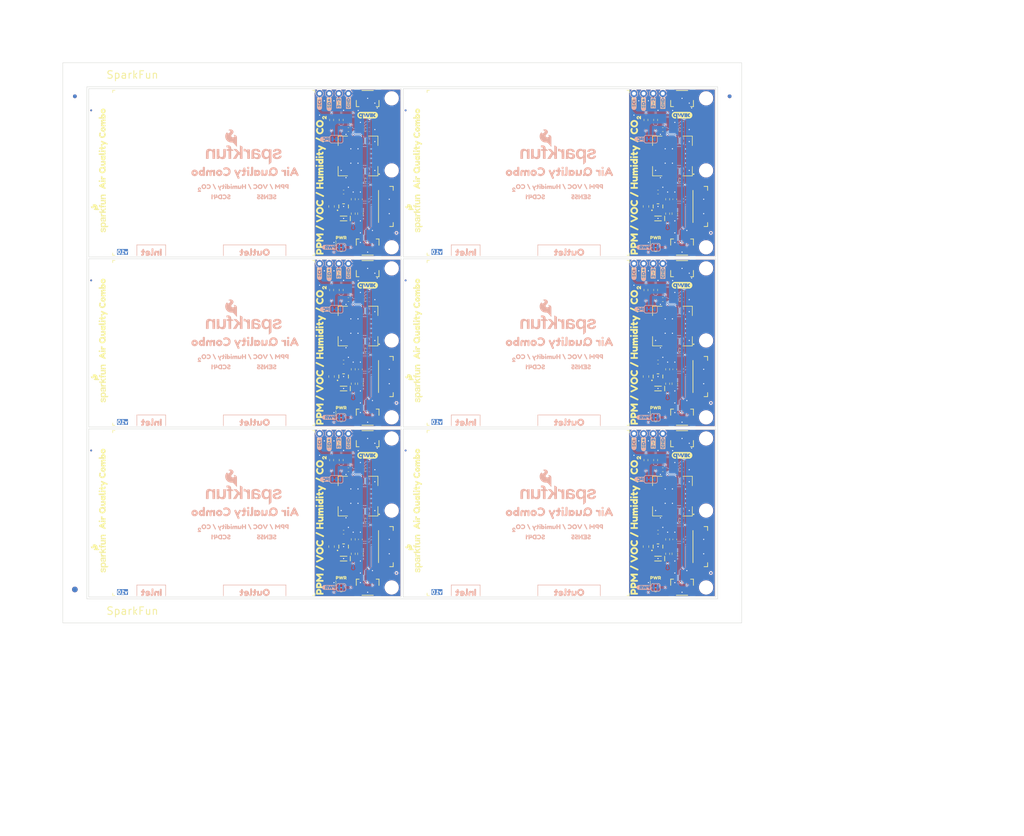
<source format=kicad_pcb>
(kicad_pcb (version 20221018) (generator pcbnew)
  (title_block (title "SparkFun Indoor Air Quality Sensor - SCD41 SEN55 (Qwiic)") (date "2024-03-06") (rev "v10") (comment 1 "Designed by: N. Seidle"))
  (layers (0 "F.Cu" signal) (31 "B.Cu" signal) (34 "B.Paste" user) (35 "F.Paste" user) (36 "B.SilkS" user "B.Silkscreen") (37 "F.SilkS" user "F.Silkscreen") (38 "B.Mask" user) (39 "F.Mask" user) (44 "Edge.Cuts" user))
  (net 0 "")
  (net 1 "3.3V")
  (net 2 "GND")
  (net 3 "5V")
  (net 4 "Net-(D1-A)")
  (net 5 "SDA")
  (net 6 "SCL")
  (net 11 "Net-(JP1-A)")
  (net 12 "Net-(JP2-A)")
  (net 13 "Net-(U5-SW)")
  (net 29 "Net-(U5-FB)")
  (net 30 "Net-(JP2-B)")
  (footprint "kibuzzard-65CFEE26" (layer "F.Cu") (at 108.585 94.615 90)
    (fp_text reference "kibuzzard-65CFEE26" hide)
    (fp_text value "G***" hide)
  )
  (footprint "kibuzzard-65CFEE26" (layer "F.Cu") (at 191.635 4.715 90)
    (fp_text reference "kibuzzard-65CFEE26" hide)
    (fp_text value "G***" hide)
  )
  (footprint "kibuzzard-65CFEE26" (layer "F.Cu") (at 191.635 49.665 90)
    (fp_text reference "kibuzzard-65CFEE26" hide)
    (fp_text value "G***" hide)
  )
  (footprint "kibuzzard-65CFEE26" (layer "F.Cu") (at 108.585 4.715 90)
    (fp_text reference "kibuzzard-65CFEE26" hide)
    (fp_text value "G***" hide)
  )
  (footprint "kibuzzard-65CFEE26" (layer "F.Cu") (at 191.635 94.615 90)
    (fp_text reference "kibuzzard-65CFEE26" hide)
    (fp_text value "G***" hide)
  )
  (footprint "kibuzzard-65CFEE26" (layer "F.Cu") (at 108.585 49.665 90)
    (fp_text reference "kibuzzard-65CFEE26" hide)
    (fp_text value "G***" hide)
  )
  (footprint "SparkFun-Semiconductor-Standard:SOD-323" (layer "F.Cu") (at 172.085 113.03 180)
    (fp_text reference "D2")
    (fp_text value "PMEG4005EJ")
  )
  (footprint "SparkFun-Semiconductor-Standard:SOD-323" (layer "F.Cu") (at 172.085 23.13 180)
    (fp_text reference "D2")
    (fp_text value "PMEG4005EJ")
  )
  (footprint "SparkFun-Semiconductor-Standard:SOD-323" (layer "F.Cu") (at 172.085 68.08 180)
    (fp_text reference "D2")
    (fp_text value "PMEG4005EJ")
  )
  (footprint "SparkFun-Semiconductor-Standard:SOD-323" (layer "F.Cu") (at 255.135 23.13 180)
    (fp_text reference "D2")
    (fp_text value "PMEG4005EJ")
  )
  (footprint "SparkFun-Semiconductor-Standard:SOD-323" (layer "F.Cu") (at 255.135 113.03 180)
    (fp_text reference "D2")
    (fp_text value "PMEG4005EJ")
  )
  (footprint "SparkFun-Semiconductor-Standard:SOD-323" (layer "F.Cu") (at 255.135 68.08 180)
    (fp_text reference "D2")
    (fp_text value "PMEG4005EJ")
  )
  (footprint "kibuzzard-65A8A702" (layer "F.Cu") (at 165.735 82.70875 90)
    (fp_text reference "kibuzzard-65A8A702" hide)
    (fp_text value "G***" hide)
  )
  (footprint "kibuzzard-65A8A702" (layer "F.Cu") (at 248.785 37.75875 90)
    (fp_text reference "kibuzzard-65A8A702" hide)
    (fp_text value "G***" hide)
  )
  (footprint "kibuzzard-65A8A702" (layer "F.Cu") (at 165.735 37.75875 90)
    (fp_text reference "kibuzzard-65A8A702" hide)
    (fp_text value "G***" hide)
  )
  (footprint "kibuzzard-65A8A702" (layer "F.Cu") (at 165.735 -7.19125 90)
    (fp_text reference "kibuzzard-65A8A702" hide)
    (fp_text value "G***" hide)
  )
  (footprint "kibuzzard-65A8A702" (layer "F.Cu") (at 248.785 82.70875 90)
    (fp_text reference "kibuzzard-65A8A702" hide)
    (fp_text value "G***" hide)
  )
  (footprint "kibuzzard-65A8A702" (layer "F.Cu") (at 248.785 -7.19125 90)
    (fp_text reference "kibuzzard-65A8A702" hide)
    (fp_text value "G***" hide)
  )
  (footprint "SparkFun-Connector:JST_SMD_1.25mm-6_Locking" (layer "F.Cu") (at 182.245 109.855 -90)
    (fp_text reference "U1")
    (fp_text value "SEN55")
  )
  (footprint "SparkFun-Connector:JST_SMD_1.25mm-6_Locking" (layer "F.Cu") (at 265.295 109.855 -90)
    (fp_text reference "U1")
    (fp_text value "SEN55")
  )
  (footprint "SparkFun-Connector:JST_SMD_1.25mm-6_Locking" (layer "F.Cu") (at 182.245 64.905 -90)
    (fp_text reference "U1")
    (fp_text value "SEN55")
  )
  (footprint "SparkFun-Connector:JST_SMD_1.25mm-6_Locking" (layer "F.Cu") (at 182.245 19.955 -90)
    (fp_text reference "U1")
    (fp_text value "SEN55")
  )
  (footprint "SparkFun-Connector:JST_SMD_1.25mm-6_Locking" (layer "F.Cu") (at 265.295 64.905 -90)
    (fp_text reference "U1")
    (fp_text value "SEN55")
  )
  (footprint "SparkFun-Connector:JST_SMD_1.25mm-6_Locking" (layer "F.Cu") (at 265.295 19.955 -90)
    (fp_text reference "U1")
    (fp_text value "SEN55")
  )
  (footprint "SparkFun-Semiconductor-Standard:SOT23-5" (layer "F.Cu") (at 172.085 109.855 90)
    (fp_text reference "U5")
    (fp_text value "AP3012")
  )
  (footprint "SparkFun-Semiconductor-Standard:SOT23-5" (layer "F.Cu") (at 172.085 64.905 90)
    (fp_text reference "U5")
    (fp_text value "AP3012")
  )
  (footprint "SparkFun-Semiconductor-Standard:SOT23-5" (layer "F.Cu") (at 172.085 19.955 90)
    (fp_text reference "U5")
    (fp_text value "AP3012")
  )
  (footprint "SparkFun-Semiconductor-Standard:SOT23-5" (layer "F.Cu") (at 255.135 109.855 90)
    (fp_text reference "U5")
    (fp_text value "AP3012")
  )
  (footprint "SparkFun-Semiconductor-Standard:SOT23-5" (layer "F.Cu") (at 255.135 64.905 90)
    (fp_text reference "U5")
    (fp_text value "AP3012")
  )
  (footprint "SparkFun-Semiconductor-Standard:SOT23-5" (layer "F.Cu") (at 255.135 19.955 90)
    (fp_text reference "U5")
    (fp_text value "AP3012")
  )
  (footprint "SparkFun-Capacitor:C_0603_1608Metric" (layer "F.Cu") (at 177.8 89.535)
    (fp_text reference "C4")
    (fp_text value "4.7uF")
  )
  (footprint "SparkFun-Capacitor:C_0603_1608Metric" (layer "F.Cu") (at 177.8 44.585)
    (fp_text reference "C4")
    (fp_text value "4.7uF")
  )
  (footprint "SparkFun-Capacitor:C_0603_1608Metric" (layer "F.Cu") (at 177.8 -0.365)
    (fp_text reference "C4")
    (fp_text value "4.7uF")
  )
  (footprint "SparkFun-Capacitor:C_0603_1608Metric" (layer "F.Cu") (at 260.85 89.535)
    (fp_text reference "C4")
    (fp_text value "4.7uF")
  )
  (footprint "SparkFun-Capacitor:C_0603_1608Metric" (layer "F.Cu") (at 260.85 44.585)
    (fp_text reference "C4")
    (fp_text value "4.7uF")
  )
  (footprint "SparkFun-Capacitor:C_0603_1608Metric" (layer "F.Cu") (at 260.85 -0.365)
    (fp_text reference "C4")
    (fp_text value "4.7uF")
  )
  (footprint "SparkFun-LED:LED_0603_1608Metric" (layer "F.Cu") (at 171.45 119.38)
    (fp_text reference "D1")
    (fp_text value "Red")
  )
  (footprint "SparkFun-LED:LED_0603_1608Metric" (layer "F.Cu") (at 171.45 74.43)
    (fp_text reference "D1")
    (fp_text value "Red")
  )
  (footprint "SparkFun-LED:LED_0603_1608Metric" (layer "F.Cu") (at 171.45 29.48)
    (fp_text reference "D1")
    (fp_text value "Red")
  )
  (footprint "SparkFun-LED:LED_0603_1608Metric" (layer "F.Cu") (at 254.5 119.38)
    (fp_text reference "D1")
    (fp_text value "Red")
  )
  (footprint "SparkFun-LED:LED_0603_1608Metric" (layer "F.Cu") (at 254.5 29.48)
    (fp_text reference "D1")
    (fp_text value "Red")
  )
  (footprint "SparkFun-LED:LED_0603_1608Metric" (layer "F.Cu") (at 254.5 74.43)
    (fp_text reference "D1")
    (fp_text value "Red")
  )
  (footprint "SparkFun-Aesthetic:Fiducial_0.5mm_Mask1mm" (layer "F.Cu") (at 105.41 84.455)
    (fp_text reference "FID3")
    (fp_text value "Fiducial_0.5mm")
  )
  (footprint "SparkFun-Aesthetic:Fiducial_0.5mm_Mask1mm" (layer "F.Cu") (at 105.41 39.505)
    (fp_text reference "FID3")
    (fp_text value "Fiducial_0.5mm")
  )
  (footprint "SparkFun-Aesthetic:Fiducial_0.5mm_Mask1mm" (layer "F.Cu") (at 105.41 -5.445)
    (fp_text reference "FID3")
    (fp_text value "Fiducial_0.5mm")
  )
  (footprint "SparkFun-Aesthetic:Fiducial_0.5mm_Mask1mm" (layer "F.Cu") (at 188.46 84.455)
    (fp_text reference "FID3")
    (fp_text value "Fiducial_0.5mm")
  )
  (footprint "SparkFun-Aesthetic:Fiducial_0.5mm_Mask1mm" (layer "F.Cu") (at 188.46 39.505)
    (fp_text reference "FID3")
    (fp_text value "Fiducial_0.5mm")
  )
  (footprint "SparkFun-Aesthetic:Fiducial_0.5mm_Mask1mm" (layer "F.Cu") (at 188.46 -5.445)
    (fp_text reference "FID3")
    (fp_text value "Fiducial_0.5mm")
  )
  (footprint "Fiducial_1.5mm_Mask3mm" (layer "F.Cu") (at 101.1 121.19)
    (fp_text reference "")
    (fp_text value "")
  )
  (footprint "SparkFun-Hardware:Standoff" (layer "F.Cu") (at 184.785 120.65)
    (fp_text reference "ST2")
    (fp_text value "Standoff")
  )
  (footprint "SparkFun-Hardware:Standoff" (layer "F.Cu") (at 184.785 75.7)
    (fp_text reference "ST2")
    (fp_text value "Standoff")
  )
  (footprint "SparkFun-Hardware:Standoff" (layer "F.Cu") (at 184.785 30.75)
    (fp_text reference "ST2")
    (fp_text value "Standoff")
  )
  (footprint "SparkFun-Hardware:Standoff" (layer "F.Cu") (at 267.835 120.65)
    (fp_text reference "ST2")
    (fp_text value "Standoff")
  )
  (footprint "SparkFun-Hardware:Standoff" (layer "F.Cu") (at 267.835 30.75)
    (fp_text reference "ST2")
    (fp_text value "Standoff")
  )
  (footprint "SparkFun-Hardware:Standoff" (layer "F.Cu") (at 267.835 75.7)
    (fp_text reference "ST2")
    (fp_text value "Standoff")
  )
  (footprint "kibuzzard-65A8A70D" (layer "F.Cu") (at 170.815 82.55 90)
    (fp_text reference "kibuzzard-65A8A70D" hide)
    (fp_text value "G***" hide)
  )
  (footprint "kibuzzard-65A8A70D" (layer "F.Cu") (at 170.815 37.6 90)
    (fp_text reference "kibuzzard-65A8A70D" hide)
    (fp_text value "G***" hide)
  )
  (footprint "kibuzzard-65A8A70D" (layer "F.Cu") (at 170.815 -7.35 90)
    (fp_text reference "kibuzzard-65A8A70D" hide)
    (fp_text value "G***" hide)
  )
  (footprint "kibuzzard-65A8A70D" (layer "F.Cu") (at 253.865 82.55 90)
    (fp_text reference "kibuzzard-65A8A70D" hide)
    (fp_text value "G***" hide)
  )
  (footprint "kibuzzard-65A8A70D" (layer "F.Cu") (at 253.865 -7.35 90)
    (fp_text reference "kibuzzard-65A8A70D" hide)
    (fp_text value "G***" hide)
  )
  (footprint "kibuzzard-65A8A70D" (layer "F.Cu") (at 253.865 37.6 90)
    (fp_text reference "kibuzzard-65A8A70D" hide)
    (fp_text value "G***" hide)
  )
  (footprint "SparkFun-Capacitor:C_0805_2012Metric" (layer "F.Cu") (at 176.53 111.76 -90)
    (fp_text reference "C2")
    (fp_text value "22uF")
  )
  (footprint "SparkFun-Capacitor:C_0805_2012Metric" (layer "F.Cu") (at 259.58 21.86 -90)
    (fp_text reference "C2")
    (fp_text value "22uF")
  )
  (footprint "SparkFun-Capacitor:C_0805_2012Metric" (layer "F.Cu") (at 259.58 66.81 -90)
    (fp_text reference "C2")
    (fp_text value "22uF")
  )
  (footprint "SparkFun-Capacitor:C_0805_2012Metric" (layer "F.Cu") (at 259.58 111.76 -90)
    (fp_text reference "C2")
    (fp_text value "22uF")
  )
  (footprint "SparkFun-Capacitor:C_0805_2012Metric" (layer "F.Cu") (at 176.53 21.86 -90)
    (fp_text reference "C2")
    (fp_text value "22uF")
  )
  (footprint "SparkFun-Capacitor:C_0805_2012Metric" (layer "F.Cu") (at 176.53 66.81 -90)
    (fp_text reference "C2")
    (fp_text value "22uF")
  )
  (footprint "SparkFun-Capacitor:C_0805_2012Metric" (layer "F.Cu") (at 168.91 109.855 -90)
    (fp_text reference "L2")
    (fp_text value "10uH")
  )
  (footprint "SparkFun-Capacitor:C_0805_2012Metric" (layer "F.Cu") (at 251.96 19.955 -90)
    (fp_text reference "L2")
    (fp_text value "10uH")
  )
  (footprint "SparkFun-Capacitor:C_0805_2012Metric" (layer "F.Cu") (at 168.91 19.955 -90)
    (fp_text reference "L2")
    (fp_text value "10uH")
  )
  (footprint "SparkFun-Capacitor:C_0805_2012Metric" (layer "F.Cu") (at 251.96 109.855 -90)
    (fp_text reference "L2")
    (fp_text value "10uH")
  )
  (footprint "SparkFun-Capacitor:C_0805_2012Metric" (layer "F.Cu") (at 251.96 64.905 -90)
    (fp_text reference "L2")
    (fp_text value "10uH")
  )
  (footprint "SparkFun-Capacitor:C_0805_2012Metric" (layer "F.Cu") (at 168.91 64.905 -90)
    (fp_text reference "L2")
    (fp_text value "10uH")
  )
  (footprint "SparkFun-Connector:JST_SMD_1.0mm-4_RA" (layer "F.Cu") (at 178.435 118.11)
    (fp_text reference "J1")
    (fp_text value "Qwiic_RA")
  )
  (footprint "SparkFun-Connector:JST_SMD_1.0mm-4_RA" (layer "F.Cu") (at 261.485 118.11)
    (fp_text reference "J1")
    (fp_text value "Qwiic_RA")
  )
  (footprint "SparkFun-Connector:JST_SMD_1.0mm-4_RA" (layer "F.Cu") (at 261.485 28.21)
    (fp_text reference "J1")
    (fp_text value "Qwiic_RA")
  )
  (footprint "SparkFun-Connector:JST_SMD_1.0mm-4_RA" (layer "F.Cu") (at 178.435 73.16)
    (fp_text reference "J1")
    (fp_text value "Qwiic_RA")
  )
  (footprint "SparkFun-Connector:JST_SMD_1.0mm-4_RA" (layer "F.Cu") (at 178.435 28.21)
    (fp_text reference "J1")
    (fp_text value "Qwiic_RA")
  )
  (footprint "SparkFun-Connector:JST_SMD_1.0mm-4_RA" (layer "F.Cu") (at 261.485 73.16)
    (fp_text reference "J1")
    (fp_text value "Qwiic_RA")
  )
  (footprint "SparkFun-Aesthetic:Fiducial_0.5mm_Mask1mm" (layer "F.Cu") (at 186.055 116.84)
    (fp_text reference "FID4")
    (fp_text value "Fiducial_0.5mm")
  )
  (footprint "SparkFun-Aesthetic:Fiducial_0.5mm_Mask1mm" (layer "F.Cu") (at 269.105 26.94)
    (fp_text reference "FID4")
    (fp_text value "Fiducial_0.5mm")
  )
  (footprint "SparkFun-Aesthetic:Fiducial_0.5mm_Mask1mm" (layer "F.Cu") (at 269.105 116.84)
    (fp_text reference "FID4")
    (fp_text value "Fiducial_0.5mm")
  )
  (footprint "SparkFun-Aesthetic:Fiducial_0.5mm_Mask1mm" (layer "F.Cu") (at 269.105 71.89)
    (fp_text reference "FID4")
    (fp_text value "Fiducial_0.5mm")
  )
  (footprint "SparkFun-Aesthetic:Fiducial_0.5mm_Mask1mm" (layer "F.Cu") (at 186.055 71.89)
    (fp_text reference "FID4")
    (fp_text value "Fiducial_0.5mm")
  )
  (footprint "SparkFun-Aesthetic:Fiducial_0.5mm_Mask1mm" (layer "F.Cu") (at 186.055 26.94)
    (fp_text reference "FID4")
    (fp_text value "Fiducial_0.5mm")
  )
  (footprint "SparkFun-Hardware:Standoff" (layer "F.Cu") (at 184.785 100.33)
    (fp_text reference "ST5")
    (fp_text value "Standoff")
  )
  (footprint "SparkFun-Hardware:Standoff" (layer "F.Cu") (at 184.785 10.43)
    (fp_text reference "ST5")
    (fp_text value "Standoff")
  )
  (footprint "SparkFun-Hardware:Standoff" (layer "F.Cu") (at 267.835 100.33)
    (fp_text reference "ST5")
    (fp_text value "Standoff")
  )
  (footprint "SparkFun-Hardware:Standoff" (layer "F.Cu") (at 267.835 10.43)
    (fp_text reference "ST5")
    (fp_text value "Standoff")
  )
  (footprint "SparkFun-Hardware:Standoff" (layer "F.Cu") (at 267.835 55.38)
    (fp_text reference "ST5")
    (fp_text value "Standoff")
  )
  (footprint "SparkFun-Hardware:Standoff" (layer "F.Cu") (at 184.785 55.38)
    (fp_text reference "ST5")
    (fp_text value "Standoff")
  )
  (footprint "SparkFun-Connector:JST_SMD_1.0mm-4_RA" (layer "F.Cu") (at 178.435 83.82 180)
    (fp_text reference "J2")
    (fp_text value "Qwiic_RA")
  )
  (footprint "SparkFun-Connector:JST_SMD_1.0mm-4_RA" (layer "F.Cu") (at 178.435 38.87 180)
    (fp_text reference "J2")
    (fp_text value "Qwiic_RA")
  )
  (footprint "SparkFun-Connector:JST_SMD_1.0mm-4_RA" (layer "F.Cu") (at 178.435 -6.08 180)
    (fp_text reference "J2")
    (fp_text value "Qwiic_RA")
  )
  (footprint "SparkFun-Connector:JST_SMD_1.0mm-4_RA" (layer "F.Cu") (at 261.485 83.82 180)
    (fp_text reference "J2")
    (fp_text value "Qwiic_RA")
  )
  (footprint "SparkFun-Connector:JST_SMD_1.0mm-4_RA" (layer "F.Cu") (at 261.485 38.87 180)
    (fp_text reference "J2")
    (fp_text value "Qwiic_RA")
  )
  (footprint "SparkFun-Connector:JST_SMD_1.0mm-4_RA" (layer "F.Cu") (at 261.485 -6.08 180)
    (fp_text reference "J2")
    (fp_text value "Qwiic_RA")
  )
  (footprint "SparkFun-Hardware:Standoff" (layer "F.Cu") (at 184.785 81.28)
    (fp_text reference "ST1")
    (fp_text value "Standoff")
  )
  (footprint "SparkFun-Hardware:Standoff" (layer "F.Cu") (at 184.785 36.33)
    (fp_text reference "ST1")
    (fp_text value "Standoff")
  )
  (footprint "SparkFun-Hardware:Standoff" (layer "F.Cu") (at 184.785 -8.62)
    (fp_text reference "ST1")
    (fp_text value "Standoff")
  )
  (footprint "SparkFun-Hardware:Standoff" (layer "F.Cu") (at 267.835 36.33)
    (fp_text reference "ST1")
    (fp_text value "Standoff")
  )
  (footprint "SparkFun-Hardware:Standoff" (layer "F.Cu") (at 267.835 81.28)
    (fp_text reference "ST1")
    (fp_text value "Standoff")
  )
  (footprint "SparkFun-Hardware:Standoff" (layer "F.Cu") (at 267.835 -8.62)
    (fp_text reference "ST1")
    (fp_text value "Standoff")
  )
  (footprint "kibuzzard-65A8A6F0" (layer "F.Cu") (at 168.275 82.8675 90)
    (fp_text reference "kibuzzard-65A8A6F0" hide)
    (fp_text value "G***" hide)
  )
  (footprint "kibuzzard-65A8A6F0" (layer "F.Cu") (at 251.325 82.8675 90)
    (fp_text reference "kibuzzard-65A8A6F0" hide)
    (fp_text value "G***" hide)
  )
  (footprint "kibuzzard-65A8A6F0" (layer "F.Cu") (at 251.325 37.9175 90)
    (fp_text reference "kibuzzard-65A8A6F0" hide)
    (fp_text value "G***" hide)
  )
  (footprint "kibuzzard-65A8A6F0" (layer "F.Cu") (at 168.275 -7.0325 90)
    (fp_text reference "kibuzzard-65A8A6F0" hide)
    (fp_text value "G***" hide)
  )
  (footprint "kibuzzard-65A8A6F0" (layer "F.Cu") (at 251.325 -7.0325 90)
    (fp_text reference "kibuzzard-65A8A6F0" hide)
    (fp_text value "G***" hide)
  )
  (footprint "kibuzzard-65A8A6F0" (layer "F.Cu") (at 168.275 37.9175 90)
    (fp_text reference "kibuzzard-65A8A6F0" hide)
    (fp_text value "G***" hide)
  )
  (footprint "Fiducial_1mm_Mask3mm" (layer "F.Cu") (at 101.1 -9.16)
    (fp_text reference "")
    (fp_text value "")
  )
  (footprint "SparkFun-Aesthetic:SparkFun_Logo_10mm" (layer "F.Cu") (at 108.585 111.76 90)
    (fp_text reference "G***")
    (fp_text value "LOGO" hide)
  )
  (footprint "SparkFun-Aesthetic:SparkFun_Logo_10mm" (layer "F.Cu") (at 191.635 21.86 90)
    (fp_text reference "G***")
    (fp_text value "LOGO" hide)
  )
  (footprint "SparkFun-Aesthetic:SparkFun_Logo_10mm" (layer "F.Cu") (at 108.585 21.86 90)
    (fp_text reference "G***")
    (fp_text value "LOGO" hide)
  )
  (footprint "SparkFun-Aesthetic:SparkFun_Logo_10mm" (layer "F.Cu") (at 191.635 66.81 90)
    (fp_text reference "G***")
    (fp_text value "LOGO" hide)
  )
  (footprint "SparkFun-Aesthetic:SparkFun_Logo_10mm" (layer "F.Cu") (at 108.585 66.81 90)
    (fp_text reference "G***")
    (fp_text value "LOGO" hide)
  )
  (footprint "SparkFun-Aesthetic:SparkFun_Logo_10mm" (layer "F.Cu") (at 191.635 111.76 90)
    (fp_text reference "G***")
    (fp_text value "LOGO" hide)
  )
  (footprint "SparkFun-Resistor:R_0603_1608Metric" (layer "F.Cu") (at 168.91 86.995 90)
    (fp_text reference "R2")
    (fp_text value "2.2k")
  )
  (footprint "SparkFun-Resistor:R_0603_1608Metric" (layer "F.Cu") (at 168.91 -2.905 90)
    (fp_text reference "R2")
    (fp_text value "2.2k")
  )
  (footprint "SparkFun-Resistor:R_0603_1608Metric" (layer "F.Cu") (at 251.96 42.045 90)
    (fp_text reference "R2")
    (fp_text value "2.2k")
  )
  (footprint "SparkFun-Resistor:R_0603_1608Metric" (layer "F.Cu") (at 251.96 -2.905 90)
    (fp_text reference "R2")
    (fp_text value "2.2k")
  )
  (footprint "SparkFun-Resistor:R_0603_1608Metric" (layer "F.Cu") (at 168.91 42.045 90)
    (fp_text reference "R2")
    (fp_text value "2.2k")
  )
  (footprint "SparkFun-Resistor:R_0603_1608Metric" (layer "F.Cu") (at 251.96 86.995 90)
    (fp_text reference "R2")
    (fp_text value "2.2k")
  )
  (footprint "SparkFun-Capacitor:C_0603_1608Metric" (layer "F.Cu") (at 176.53 107.95 90)
    (fp_text reference "C9")
    (fp_text value "1.0uF")
  )
  (footprint "SparkFun-Capacitor:C_0603_1608Metric" (layer "F.Cu") (at 176.53 63 90)
    (fp_text reference "C9")
    (fp_text value "1.0uF")
  )
  (footprint "SparkFun-Capacitor:C_0603_1608Metric" (layer "F.Cu") (at 176.53 18.05 90)
    (fp_text reference "C9")
    (fp_text value "1.0uF")
  )
  (footprint "SparkFun-Capacitor:C_0603_1608Metric" (layer "F.Cu") (at 259.58 18.05 90)
    (fp_text reference "C9")
    (fp_text value "1.0uF")
  )
  (footprint "SparkFun-Capacitor:C_0603_1608Metric" (layer "F.Cu") (at 259.58 63 90)
    (fp_text reference "C9")
    (fp_text value "1.0uF")
  )
  (footprint "SparkFun-Capacitor:C_0603_1608Metric" (layer "F.Cu") (at 259.58 107.95 90)
    (fp_text reference "C9")
    (fp_text value "1.0uF")
  )
  (footprint "SparkFun-Resistor:R_0603_1608Metric" (layer "F.Cu") (at 174.625 107.95 90)
    (fp_text reference "R6")
    (fp_text value "33k")
  )
  (footprint "SparkFun-Resistor:R_0603_1608Metric" (layer "F.Cu") (at 174.625 63 90)
    (fp_text reference "R6")
    (fp_text value "33k")
  )
  (footprint "SparkFun-Resistor:R_0603_1608Metric" (layer "F.Cu") (at 257.675 107.95 90)
    (fp_text reference "R6")
    (fp_text value "33k")
  )
  (footprint "SparkFun-Resistor:R_0603_1608Metric" (layer "F.Cu") (at 174.625 18.05 90)
    (fp_text reference "R6")
    (fp_text value "33k")
  )
  (footprint "SparkFun-Resistor:R_0603_1608Metric" (layer "F.Cu") (at 257.675 18.05 90)
    (fp_text reference "R6")
    (fp_text value "33k")
  )
  (footprint "SparkFun-Resistor:R_0603_1608Metric" (layer "F.Cu") (at 257.675 63 90)
    (fp_text reference "R6")
    (fp_text value "33k")
  )
  (footprint "SparkFun-Capacitor:C_0603_1608Metric" (layer "F.Cu") (at 177.8 102.87)
    (fp_text reference "C1")
    (fp_text value "0.1uF")
  )
  (footprint "SparkFun-Capacitor:C_0603_1608Metric" (layer "F.Cu") (at 177.8 57.92)
    (fp_text reference "C1")
    (fp_text value "0.1uF")
  )
  (footprint "SparkFun-Capacitor:C_0603_1608Metric" (layer "F.Cu") (at 260.85 102.87)
    (fp_text reference "C1")
    (fp_text value "0.1uF")
  )
  (footprint "SparkFun-Capacitor:C_0603_1608Metric" (layer "F.Cu") (at 260.85 57.92)
    (fp_text reference "C1")
    (fp_text value "0.1uF")
  )
  (footprint "SparkFun-Capacitor:C_0603_1608Metric" (layer "F.Cu") (at 177.8 12.97)
    (fp_text reference "C1")
    (fp_text value "0.1uF")
  )
  (footprint "SparkFun-Capacitor:C_0603_1608Metric" (layer "F.Cu") (at 260.85 12.97)
    (fp_text reference "C1")
    (fp_text value "0.1uF")
  )
  (footprint "kibuzzard-65A8A717" (layer "F.Cu") (at 173.355 82.55 90)
    (fp_text reference "kibuzzard-65A8A717" hide)
    (fp_text value "G***" hide)
  )
  (footprint "kibuzzard-65A8A717" (layer "F.Cu") (at 173.355 37.6 90)
    (fp_text reference "kibuzzard-65A8A717" hide)
    (fp_text value "G***" hide)
  )
  (footprint "kibuzzard-65A8A717" (layer "F.Cu") (at 173.355 -7.35 90)
    (fp_text reference "kibuzzard-65A8A717" hide)
    (fp_text value "G***" hide)
  )
  (footprint "kibuzzard-65A8A717" (layer "F.Cu") (at 256.405 82.55 90)
    (fp_text reference "kibuzzard-65A8A717" hide)
    (fp_text value "G***" hide)
  )
  (footprint "kibuzzard-65A8A717" (layer "F.Cu") (at 256.405 37.6 90)
    (fp_text reference "kibuzzard-65A8A717" hide)
    (fp_text value "G***" hide)
  )
  (footprint "kibuzzard-65A8A717" (layer "F.Cu") (at 256.405 -7.35 90)
    (fp_text reference "kibuzzard-65A8A717" hide)
    (fp_text value "G***" hide)
  )
  (footprint "SparkFun-Connector:1x04" (layer "F.Cu") (at 173.355 80.01 180)
    (fp_text reference "J3")
    (fp_text value "Conn_01x04")
  )
  (footprint "SparkFun-Connector:1x04" (layer "F.Cu") (at 173.355 35.06 180)
    (fp_text reference "J3")
    (fp_text value "Conn_01x04")
  )
  (footprint "SparkFun-Connector:1x04" (layer "F.Cu") (at 173.355 -9.89 180)
    (fp_text reference "J3")
    (fp_text value "Conn_01x04")
  )
  (footprint "SparkFun-Connector:1x04" (layer "F.Cu") (at 256.405 80.01 180)
    (fp_text reference "J3")
    (fp_text value "Conn_01x04")
  )
  (footprint "SparkFun-Connector:1x04" (layer "F.Cu") (at 256.405 -9.89 180)
    (fp_text reference "J3")
    (fp_text value "Conn_01x04")
  )
  (footprint "SparkFun-Connector:1x04" (layer "F.Cu") (at 256.405 35.06 180)
    (fp_text reference "J3")
    (fp_text value "Conn_01x04")
  )
  (footprint "kibuzzard-65A8A8B4" (layer "F.Cu") (at 171.45 118.11)
    (fp_text reference "kibuzzard-65A8A8B4" hide)
    (fp_text value "G***" hide)
  )
  (footprint "kibuzzard-65A8A8B4" (layer "F.Cu") (at 171.45 28.21)
    (fp_text reference "kibuzzard-65A8A8B4" hide)
    (fp_text value "G***" hide)
  )
  (footprint "kibuzzard-65A8A8B4" (layer "F.Cu") (at 254.5 28.21)
    (fp_text reference "kibuzzard-65A8A8B4" hide)
    (fp_text value "G***" hide)
  )
  (footprint "kibuzzard-65A8A8B4" (layer "F.Cu") (at 254.5 118.11)
    (fp_text reference "kibuzzard-65A8A8B4" hide)
    (fp_text value "G***" hide)
  )
  (footprint "kibuzzard-65A8A8B4" (layer "F.Cu") (at 171.45 73.16)
    (fp_text reference "kibuzzard-65A8A8B4" hide)
    (fp_text value "G***" hide)
  )
  (footprint "kibuzzard-65A8A8B4" (layer "F.Cu") (at 254.5 73.16)
    (fp_text reference "kibuzzard-65A8A8B4" hide)
    (fp_text value "G***" hide)
  )
  (footprint "SparkFun-Resistor:R_0603_1608Metric" (layer "F.Cu") (at 171.45 121.285)
    (fp_text reference "R3")
    (fp_text value "4.7k")
  )
  (footprint "SparkFun-Resistor:R_0603_1608Metric" (layer "F.Cu") (at 171.45 31.385)
    (fp_text reference "R3")
    (fp_text value "4.7k")
  )
  (footprint "SparkFun-Resistor:R_0603_1608Metric" (layer "F.Cu") (at 254.5 121.285)
    (fp_text reference "R3")
    (fp_text value "4.7k")
  )
  (footprint "SparkFun-Resistor:R_0603_1608Metric" (layer "F.Cu") (at 254.5 76.335)
    (fp_text reference "R3")
    (fp_text value "4.7k")
  )
  (footprint "SparkFun-Resistor:R_0603_1608Metric" (layer "F.Cu") (at 254.5 31.385)
    (fp_text reference "R3")
    (fp_text value "4.7k")
  )
  (footprint "SparkFun-Resistor:R_0603_1608Metric" (layer "F.Cu") (at 171.45 76.335)
    (fp_text reference "R3")
    (fp_text value "4.7k")
  )
  (footprint "SparkFun-Sensor:SCD4X" (layer "F.Cu") (at 175.895 96.52 180)
    (fp_text reference "U3")
    (fp_text value "SCD41")
  )
  (footprint "SparkFun-Sensor:SCD4X" (layer "F.Cu") (at 258.945 96.52 180)
    (fp_text reference "U3")
    (fp_text value "SCD41")
  )
  (footprint "SparkFun-Sensor:SCD4X" (layer "F.Cu") (at 175.895 51.57 180)
    (fp_text reference "U3")
    (fp_text value "SCD41")
  )
  (footprint "SparkFun-Sensor:SCD4X" (layer "F.Cu") (at 175.895 6.62 180)
    (fp_text reference "U3")
    (fp_text value "SCD41")
  )
  (footprint "SparkFun-Sensor:SCD4X" (layer "F.Cu") (at 258.945 51.57 180)
    (fp_text reference "U3")
    (fp_text value "SCD41")
  )
  (footprint "SparkFun-Sensor:SCD4X" (layer "F.Cu") (at 258.945 6.62 180)
    (fp_text reference "U3")
    (fp_text value "SCD41")
  )
  (footprint "SparkFun-Resistor:R_0603_1608Metric" (layer "F.Cu") (at 171.45 86.995 90)
    (fp_text reference "R1")
    (fp_text value "2.2k")
  )
  (footprint "SparkFun-Resistor:R_0603_1608Metric" (layer "F.Cu") (at 171.45 -2.905 90)
    (fp_text reference "R1")
    (fp_text value "2.2k")
  )
  (footprint "SparkFun-Resistor:R_0603_1608Metric" (layer "F.Cu") (at 171.45 42.045 90)
    (fp_text reference "R1")
    (fp_text value "2.2k")
  )
  (footprint "SparkFun-Resistor:R_0603_1608Metric" (layer "F.Cu") (at 254.5 42.045 90)
    (fp_text reference "R1")
    (fp_text value "2.2k")
  )
  (footprint "SparkFun-Resistor:R_0603_1608Metric" (layer "F.Cu") (at 254.5 86.995 90)
    (fp_text reference "R1")
    (fp_text value "2.2k")
  )
  (footprint "SparkFun-Resistor:R_0603_1608Metric" (layer "F.Cu") (at 254.5 -2.905 90)
    (fp_text reference "R1")
    (fp_text value "2.2k")
  )
  (footprint "SparkFun-Resistor:R_0603_1608Metric" (layer "F.Cu") (at 174.625 111.76 90)
    (fp_text reference "R5")
    (fp_text value "100k")
  )
  (footprint "SparkFun-Resistor:R_0603_1608Metric" (layer "F.Cu") (at 174.625 21.86 90)
    (fp_text reference "R5")
    (fp_text value "100k")
  )
  (footprint "SparkFun-Resistor:R_0603_1608Metric" (layer "F.Cu") (at 257.675 66.81 90)
    (fp_text reference "R5")
    (fp_text value "100k")
  )
  (footprint "SparkFun-Resistor:R_0603_1608Metric" (layer "F.Cu") (at 174.625 66.81 90)
    (fp_text reference "R5")
    (fp_text value "100k")
  )
  (footprint "SparkFun-Resistor:R_0603_1608Metric" (layer "F.Cu") (at 257.675 111.76 90)
    (fp_text reference "R5")
    (fp_text value "100k")
  )
  (footprint "SparkFun-Resistor:R_0603_1608Metric" (layer "F.Cu") (at 257.675 21.86 90)
    (fp_text reference "R5")
    (fp_text value "100k")
  )
  (footprint "SparkFun-Aesthetic:Creative_Commons_License" (layer "F.Cu") (at 212.09 168.275)
    (fp_text reference "G4" hide)
    (fp_text value "OSHW_Logo" hide)
  )
  (footprint "kibuzzard-65F20621" (layer "F.Cu") (at 166.0525 104.775 90)
    (fp_text reference "kibuzzard-65F20621" hide)
    (fp_text value "G***" hide)
  )
  (footprint "kibuzzard-65F20621" (layer "F.Cu") (at 249.1025 14.875 90)
    (fp_text reference "kibuzzard-65F20621" hide)
    (fp_text value "G***" hide)
  )
  (footprint "kibuzzard-65F20621" (layer "F.Cu") (at 249.1025 59.825 90)
    (fp_text reference "kibuzzard-65F20621" hide)
    (fp_text value "G***" hide)
  )
  (footprint "kibuzzard-65F20621" (layer "F.Cu") (at 249.1025 104.775 90)
    (fp_text reference "kibuzzard-65F20621" hide)
    (fp_text value "G***" hide)
  )
  (footprint "kibuzzard-65F20621" (layer "F.Cu") (at 166.0525 14.875 90)
    (fp_text reference "kibuzzard-65F20621" hide)
    (fp_text value "G***" hide)
  )
  (footprint "kibuzzard-65F20621" (layer "F.Cu") (at 166.0525 59.825 90)
    (fp_text reference "kibuzzard-65F20621" hide)
    (fp_text value "G***" hide)
  )
  (footprint "Fiducial_1mm_Mask3mm" (layer "F.Cu") (at 274.05 -9.16)
    (fp_text reference "")
    (fp_text value "")
  )
  (footprint "kibuzzard-65A75D7A" (layer "F.Cu") (at 167.005 86.36 90)
    (fp_text reference "kibuzzard-65A75D7A" hide)
    (fp_text value "G***" hide)
  )
  (footprint "kibuzzard-65A75D7A" (layer "F.Cu") (at 250.055 41.41 90)
    (fp_text reference "kibuzzard-65A75D7A" hide)
    (fp_text value "G***" hide)
  )
  (footprint "kibuzzard-65A75D7A" (layer "F.Cu") (at 250.055 -3.54 90)
    (fp_text reference "kibuzzard-65A75D7A" hide)
    (fp_text value "G***" hide)
  )
  (footprint "kibuzzard-65A75D7A" (layer "F.Cu") (at 167.005 -3.54 90)
    (fp_text reference "kibuzzard-65A75D7A" hide)
    (fp_text value "G***" hide)
  )
  (footprint "kibuzzard-65A75D7A" (layer "F.Cu") (at 167.005 41.41 90)
    (fp_text reference "kibuzzard-65A75D7A" hide)
    (fp_text value "G***" hide)
  )
  (footprint "kibuzzard-65A75D7A" (layer "F.Cu") (at 250.055 86.36 90)
    (fp_text reference "kibuzzard-65A75D7A" hide)
    (fp_text value "G***" hide)
  )
  (footprint "SparkFun-Capacitor:C_0603_1608Metric" (layer "F.Cu") (at 173.355 89.535 180)
    (fp_text reference "C5")
    (fp_text value "0.1uF")
  )
  (footprint "SparkFun-Capacitor:C_0603_1608Metric" (layer "F.Cu") (at 256.405 44.585 180)
    (fp_text reference "C5")
    (fp_text value "0.1uF")
  )
  (footprint "SparkFun-Capacitor:C_0603_1608Metric" (layer "F.Cu") (at 173.355 -0.365 180)
    (fp_text reference "C5")
    (fp_text value "0.1uF")
  )
  (footprint "SparkFun-Capacitor:C_0603_1608Metric" (layer "F.Cu") (at 256.405 89.535 180)
    (fp_text reference "C5")
    (fp_text value "0.1uF")
  )
  (footprint "SparkFun-Capacitor:C_0603_1608Metric" (layer "F.Cu") (at 256.405 -0.365 180)
    (fp_text reference "C5")
    (fp_text value "0.1uF")
  )
  (footprint "SparkFun-Capacitor:C_0603_1608Metric" (layer "F.Cu") (at 173.355 44.585 180)
    (fp_text reference "C5")
    (fp_text value "0.1uF")
  )
  (footprint "SparkFun-Hardware:Standoff" (layer "F.Cu") (at 107.315 81.28)
    (fp_text reference "ST3")
    (fp_text value "Standoff")
  )
  (footprint "SparkFun-Hardware:Standoff" (layer "F.Cu") (at 107.315 -8.62)
    (fp_text reference "ST3")
    (fp_text value "Standoff")
  )
  (footprint "SparkFun-Hardware:Standoff" (layer "F.Cu") (at 190.365 81.28)
    (fp_text reference "ST3")
    (fp_text value "Standoff")
  )
  (footprint "SparkFun-Hardware:Standoff" (layer "F.Cu") (at 190.365 -8.62)
    (fp_text reference "ST3")
    (fp_text value "Standoff")
  )
  (footprint "SparkFun-Hardware:Standoff" (layer "F.Cu") (at 190.365 36.33)
    (fp_text reference "ST3")
    (fp_text value "Standoff")
  )
  (footprint "SparkFun-Hardware:Standoff" (layer "F.Cu") (at 107.315 36.33)
    (fp_text reference "ST3")
    (fp_text value "Standoff")
  )
  (footprint "SparkFun-Capacitor:C_0603_1608Metric" (layer "F.Cu") (at 172.085 106.045)
    (fp_text reference "C7")
    (fp_text value "1.0uF")
  )
  (footprint "SparkFun-Capacitor:C_0603_1608Metric" (layer "F.Cu") (at 172.085 61.095)
    (fp_text reference "C7")
    (fp_text value "1.0uF")
  )
  (footprint "SparkFun-Capacitor:C_0603_1608Metric" (layer "F.Cu") (at 255.135 106.045)
    (fp_text reference "C7")
    (fp_text value "1.0uF")
  )
  (footprint "SparkFun-Capacitor:C_0603_1608Metric" (layer "F.Cu") (at 172.085 16.145)
    (fp_text reference "C7")
    (fp_text value "1.0uF")
  )
  (footprint "SparkFun-Capacitor:C_0603_1608Metric" (layer "F.Cu") (at 255.135 16.145)
    (fp_text reference "C7")
    (fp_text value "1.0uF")
  )
  (footprint "SparkFun-Capacitor:C_0603_1608Metric" (layer "F.Cu") (at 255.135 61.095)
    (fp_text reference "C7")
    (fp_text value "1.0uF")
  )
  (footprint "SparkFun-Aesthetic:qwiic_5.5mm" (layer "F.Cu") (at 178.435 85.725)
    (fp_text reference "G***" hide)
    (fp_text value "LOGO" hide)
  )
  (footprint "SparkFun-Aesthetic:qwiic_5.5mm" (layer "F.Cu") (at 178.435 -4.175)
    (fp_text reference "G***" hide)
    (fp_text value "LOGO" hide)
  )
  (footprint "SparkFun-Aesthetic:qwiic_5.5mm" (layer "F.Cu") (at 261.485 -4.175)
    (fp_text reference "G***" hide)
    (fp_text value "LOGO" hide)
  )
  (footprint "SparkFun-Aesthetic:qwiic_5.5mm" (layer "F.Cu") (at 261.485 85.725)
    (fp_text reference "G***" hide)
    (fp_text value "LOGO" hide)
  )
  (footprint "SparkFun-Aesthetic:qwiic_5.5mm" (layer "F.Cu") (at 261.485 40.775)
    (fp_text reference "G***" hide)
    (fp_text value "LOGO" hide)
  )
  (footprint "SparkFun-Aesthetic:qwiic_5.5mm" (layer "F.Cu") (at 178.435 40.775)
    (fp_text reference "G***" hide)
    (fp_text value "LOGO" hide)
  )
  (footprint "SparkFun-Sensor:SEN5x_Outline" (layer "F.Cu") (at 137.795 100.965)
    (fp_text reference "U4")
    (fp_text value "SEN55_Outline")
  )
  (footprint "SparkFun-Sensor:SEN5x_Outline" (layer "F.Cu") (at 220.845 11.065)
    (fp_text reference "U4")
    (fp_text value "SEN55_Outline")
  )
  (footprint "SparkFun-Sensor:SEN5x_Outline" (layer "F.Cu") (at 220.845 56.015)
    (fp_text reference "U4")
    (fp_text value "SEN55_Outline")
  )
  (footprint "SparkFun-Sensor:SEN5x_Outline" (layer "F.Cu") (at 137.795 56.015)
    (fp_text reference "U4")
    (fp_text value "SEN55_Outline")
  )
  (footprint "SparkFun-Sensor:SEN5x_Outline" (layer "F.Cu") (at 220.845 100.965)
    (fp_text reference "U4")
    (fp_text value "SEN55_Outline")
  )
  (footprint "SparkFun-Sensor:SEN5x_Outline" (layer "F.Cu") (at 137.795 11.065)
    (fp_text reference "U4")
    (fp_text value "SEN55_Outline")
  )
  (footprint "SparkFun-Aesthetic:Ordering_Instructions" (layer "F.Cu") (at 288.2292 75.005)
    (fp_text reference "U2" hide)
    (fp_text value "~" hide)
  )
  (footprint "SparkFun-Hardware:Standoff" (layer "F.Cu") (at 107.315 120.65)
    (fp_text reference "ST4")
    (fp_text value "Standoff")
  )
  (footprint "SparkFun-Hardware:Standoff" (layer "F.Cu") (at 107.315 30.75)
    (fp_text reference "ST4")
    (fp_text value "Standoff")
  )
  (footprint "SparkFun-Hardware:Standoff" (layer "F.Cu") (at 190.365 120.65)
    (fp_text reference "ST4")
    (fp_text value "Standoff")
  )
  (footprint "SparkFun-Hardware:Standoff" (layer "F.Cu") (at 190.365 75.7)
    (fp_text reference "ST4")
    (fp_text value "Standoff")
  )
  (footprint "SparkFun-Hardware:Standoff" (layer "F.Cu") (at 107.315 75.7)
    (fp_text reference "ST4")
    (fp_text value "Standoff")
  )
  (footprint "SparkFun-Hardware:Standoff" (layer "F.Cu") (at 190.365 30.75)
    (fp_text reference "ST4")
    (fp_text value "Standoff")
  )
  (footprint "Fiducial_1mm_Mask3mm" (layer "B.Cu") (at 101.1 -9.16)
    (fp_text reference "")
    (fp_text value "")
  )
  (footprint "kibuzzard-65A7583B" (layer "B.Cu") (at 148.59 121.92 180)
    (fp_text reference "kibuzzard-65A7583B" hide)
    (fp_text value "G***" hide)
  )
  (footprint "kibuzzard-65A7583B" (layer "B.Cu") (at 148.59 32.02 180)
    (fp_text reference "kibuzzard-65A7583B" hide)
    (fp_text value "G***" hide)
  )
  (footprint "kibuzzard-65A7583B" (layer "B.Cu") (at 148.59 76.97 180)
    (fp_text reference "kibuzzard-65A7583B" hide)
    (fp_text value "G***" hide)
  )
  (footprint "kibuzzard-65A7583B" (layer "B.Cu") (at 231.64 121.92 180)
    (fp_text reference "kibuzzard-65A7583B" hide)
    (fp_text value "G***" hide)
  )
  (footprint "kibuzzard-65A7583B" (layer "B.Cu") (at 231.64 76.97 180)
    (fp_text reference "kibuzzard-65A7583B" hide)
    (fp_text value "G***" hide)
  )
  (footprint "kibuzzard-65A7583B" (layer "B.Cu") (at 231.64 32.02 180)
    (fp_text reference "kibuzzard-65A7583B" hide)
    (fp_text value "G***" hide)
  )
  (footprint "kibuzzard-65A8AFF1" (layer "B.Cu") (at 170.815 82.55 90)
    (fp_text reference "kibuzzard-65A8AFF1" hide)
    (fp_text value "G***" hide)
  )
  (footprint "kibuzzard-65A8AFF1" (layer "B.Cu") (at 170.815 37.6 90)
    (fp_text reference "kibuzzard-65A8AFF1" hide)
    (fp_text value "G***" hide)
  )
  (footprint "kibuzzard-65A8AFF1" (layer "B.Cu") (at 253.865 37.6 90)
    (fp_text reference "kibuzzard-65A8AFF1" hide)
    (fp_text value "G***" hide)
  )
  (footprint "kibuzzard-65A8AFF1" (layer "B.Cu") (at 170.815 -7.35 90)
    (fp_text reference "kibuzzard-65A8AFF1" hide)
    (fp_text value "G***" hide)
  )
  (footprint "kibuzzard-65A8AFF1" (layer "B.Cu") (at 253.865 82.55 90)
    (fp_text reference "kibuzzard-65A8AFF1" hide)
    (fp_text value "G***" hide)
  )
  (footprint "kibuzzard-65A8AFF1" (layer "B.Cu") (at 253.865 -7.35 90)
    (fp_text reference "kibuzzard-65A8AFF1" hide)
    (fp_text value "G***" hide)
  )
  (footprint "kibuzzard-65A8AE51" (layer "B.Cu") (at 146.05 100.965 180)
    (fp_text reference "kibuzzard-65A8AE51" hide)
    (fp_text value "G***" hide)
  )
  (footprint "kibuzzard-65A8AE51" (layer "B.Cu") (at 229.1 56.015 180)
    (fp_text reference "kibuzzard-65A8AE51" hide)
    (fp_text value "G***" hide)
  )
  (footprint "kibuzzard-65A8AE51" (layer "B.Cu") (at 146.05 11.065 180)
    (fp_text reference "kibuzzard-65A8AE51" hide)
    (fp_text value "G***" hide)
  )
  (footprint "kibuzzard-65A8AE51" (layer "B.Cu") (at 146.05 56.015 180)
    (fp_text reference "kibuzzard-65A8AE51" hide)
    (fp_text value "G***" hide)
  )
  (footprint "kibuzzard-65A8AE51" (layer "B.Cu") (at 229.1 11.065 180)
    (fp_text reference "kibuzzard-65A8AE51" hide)
    (fp_text value "G***" hide)
  )
  (footprint "kibuzzard-65A8AE51" (layer "B.Cu") (at 229.1 100.965 180)
    (fp_text reference "kibuzzard-65A8AE51" hide)
    (fp_text value "G***" hide)
  )
  (footprint "SparkFun-Jumper:Jumper_3_NC-2_Trace" (layer "B.Cu") (at 170.18 92.075)
    (fp_text reference "JP2")
    (fp_text value "~")
  )
  (footprint "SparkFun-Jumper:Jumper_3_NC-2_Trace" (layer "B.Cu") (at 170.18 2.175)
    (fp_text reference "JP2")
    (fp_text value "~")
  )
  (footprint "SparkFun-Jumper:Jumper_3_NC-2_Trace" (layer "B.Cu") (at 253.23 92.075)
    (fp_text reference "JP2")
    (fp_text value "~")
  )
  (footprint "SparkFun-Jumper:Jumper_3_NC-2_Trace" (layer "B.Cu") (at 170.18 47.125)
    (fp_text reference "JP2")
    (fp_text value "~")
  )
  (footprint "SparkFun-Jumper:Jumper_3_NC-2_Trace" (layer "B.Cu") (at 253.23 47.125)
    (fp_text reference "JP2")
    (fp_text value "~")
  )
  (footprint "SparkFun-Jumper:Jumper_3_NC-2_Trace" (layer "B.Cu") (at 253.23 2.175)
    (fp_text reference "JP2")
    (fp_text value "~")
  )
  (footprint "SparkFun-Connector:TestPoint-0.75mm" (layer "B.Cu") (at 174.625 115.57 180)
    (fp_text reference "TP1")
    (fp_text value "0.75mm")
  )
  (footprint "SparkFun-Connector:TestPoint-0.75mm" (layer "B.Cu") (at 174.625 70.62 180)
    (fp_text reference "TP1")
    (fp_text value "0.75mm")
  )
  (footprint "SparkFun-Connector:TestPoint-0.75mm" (layer "B.Cu") (at 257.675 70.62 180)
    (fp_text reference "TP1")
    (fp_text value "0.75mm")
  )
  (footprint "SparkFun-Connector:TestPoint-0.75mm" (layer "B.Cu") (at 257.675 25.67 180)
    (fp_text reference "TP1")
    (fp_text value "0.75mm")
  )
  (footprint "SparkFun-Connector:TestPoint-0.75mm" (layer "B.Cu") (at 174.625 25.67 180)
    (fp_text reference "TP1")
    (fp_text value "0.75mm")
  )
  (footprint "SparkFun-Connector:TestPoint-0.75mm" (layer "B.Cu") (at 257.675 115.57 180)
    (fp_text reference "TP1")
    (fp_text value "0.75mm")
  )
  (footprint "SparkFun-Jumper:Jumper_2_NC_Trace" (layer "B.Cu") (at 171.45 120.65)
    (fp_text reference "JP1")
    (fp_text value "~")
  )
  (footprint "SparkFun-Jumper:Jumper_2_NC_Trace" (layer "B.Cu") (at 254.5 120.65)
    (fp_text reference "JP1")
    (fp_text value "~")
  )
  (footprint "SparkFun-Jumper:Jumper_2_NC_Trace" (layer "B.Cu") (at 254.5 75.7)
    (fp_text reference "JP1")
    (fp_text value "~")
  )
  (footprint "SparkFun-Jumper:Jumper_2_NC_Trace" (layer "B.Cu") (at 171.45 75.7)
    (fp_text reference "JP1")
    (fp_text value "~")
  )
  (footprint "SparkFun-Jumper:Jumper_2_NC_Trace" (layer "B.Cu") (at 171.45 30.75)
    (fp_text reference "JP1")
    (fp_text value "~")
  )
  (footprint "SparkFun-Jumper:Jumper_2_NC_Trace" (layer "B.Cu") (at 254.5 30.75)
    (fp_text reference "JP1")
    (fp_text value "~")
  )
  (footprint "SparkFun-Aesthetic:Fiducial_0.5mm_Mask1mm" (layer "B.Cu") (at 105.41 84.455 180)
    (fp_text reference "FID2")
    (fp_text value "Fiducial_0.5mm")
  )
  (footprint "SparkFun-Aesthetic:Fiducial_0.5mm_Mask1mm" (layer "B.Cu") (at 188.46 84.455 180)
    (fp_text reference "FID2")
    (fp_text value "Fiducial_0.5mm")
  )
  (footprint "SparkFun-Aesthetic:Fiducial_0.5mm_Mask1mm" (layer "B.Cu") (at 105.41 39.505 180)
    (fp_text reference "FID2")
    (fp_text value "Fiducial_0.5mm")
  )
  (footprint "SparkFun-Aesthetic:Fiducial_0.5mm_Mask1mm" (layer "B.Cu") (at 105.41 -5.445 180)
    (fp_text reference "FID2")
    (fp_text value "Fiducial_0.5mm")
  )
  (footprint "SparkFun-Aesthetic:Fiducial_0.5mm_Mask1mm" (layer "B.Cu") (at 188.46 39.505 180)
    (fp_text reference "FID2")
    (fp_text value "Fiducial_0.5mm")
  )
  (footprint "SparkFun-Aesthetic:Fiducial_0.5mm_Mask1mm" (layer "B.Cu") (at 188.46 -5.445 180)
    (fp_text reference "FID2")
    (fp_text value "Fiducial_0.5mm")
  )
  (footprint "SparkFun-Aesthetic:Fiducial_0.5mm_Mask1mm" (layer "B.Cu") (at 186.055 116.84 180)
    (fp_text reference "FID1")
    (fp_text value "Fiducial_0.5mm")
  )
  (footprint "SparkFun-Aesthetic:Fiducial_0.5mm_Mask1mm" (layer "B.Cu") (at 269.105 26.94 180)
    (fp_text reference "FID1")
    (fp_text value "Fiducial_0.5mm")
  )
  (footprint "SparkFun-Aesthetic:Fiducial_0.5mm_Mask1mm" (layer "B.Cu") (at 186.055 71.89 180)
    (fp_text reference "FID1")
    (fp_text value "Fiducial_0.5mm")
  )
  (footprint "SparkFun-Aesthetic:Fiducial_0.5mm_Mask1mm" (layer "B.Cu") (at 186.055 26.94 180)
    (fp_text reference "FID1")
    (fp_text value "Fiducial_0.5mm")
  )
  (footprint "SparkFun-Aesthetic:Fiducial_0.5mm_Mask1mm" (layer "B.Cu") (at 269.105 116.84 180)
    (fp_text reference "FID1")
    (fp_text value "Fiducial_0.5mm")
  )
  (footprint "SparkFun-Aesthetic:Fiducial_0.5mm_Mask1mm" (layer "B.Cu") (at 269.105 71.89 180)
    (fp_text reference "FID1")
    (fp_text value "Fiducial_0.5mm")
  )
  (footprint "SparkFun-Aesthetic:SparkFun_Logo_20mm" (layer "B.Cu") (at 146.05 95.885 180)
    (fp_text reference "G***" hide)
    (fp_text value "LOGO" hide)
  )
  (footprint "SparkFun-Aesthetic:SparkFun_Logo_20mm" (layer "B.Cu") (at 146.05 50.935 180)
    (fp_text reference "G***" hide)
    (fp_text value "LOGO" hide)
  )
  (footprint "SparkFun-Aesthetic:SparkFun_Logo_20mm" (layer "B.Cu") (at 146.05 5.985 180)
    (fp_text reference "G***" hide)
    (fp_text value "LOGO" hide)
  )
  (footprint "SparkFun-Aesthetic:SparkFun_Logo_20mm" (layer "B.Cu") (at 229.1 95.885 180)
    (fp_text reference "G***" hide)
    (fp_text value "LOGO" hide)
  )
  (footprint "SparkFun-Aesthetic:SparkFun_Logo_20mm" (layer "B.Cu") (at 229.1 50.935 180)
    (fp_text reference "G***" hide)
    (fp_text value "LOGO" hide)
  )
  (footprint "SparkFun-Aesthetic:SparkFun_Logo_20mm" (layer "B.Cu") (at 229.1 5.985 180)
    (fp_text reference "G***" hide)
    (fp_text value "LOGO" hide)
  )
  (footprint "kibuzzard-65A8AED7" (layer "B.Cu") (at 168.275 120.65 180)
    (fp_text reference "kibuzzard-65A8AED7" hide)
    (fp_text value "G***" hide)
  )
  (footprint "kibuzzard-65A8AED7" (layer "B.Cu") (at 251.325 75.7 180)
    (fp_text reference "kibuzzard-65A8AED7" hide)
    (fp_text value "G***" hide)
  )
  (footprint "kibuzzard-65A8AED7" (layer "B.Cu") (at 168.275 75.7 180)
    (fp_text reference "kibuzzard-65A8AED7" hide)
    (fp_text value "G***" hide)
  )
  (footprint "kibuzzard-65A8AED7" (layer "B.Cu") (at 168.275 30.75 180)
    (fp_text reference "kibuzzard-65A8AED7" hide)
    (fp_text value "G***" hide)
  )
  (footprint "kibuzzard-65A8AED7" (layer "B.Cu") (at 251.325 120.65 180)
    (fp_text reference "kibuzzard-65A8AED7" hide)
    (fp_text value "G***" hide)
  )
  (footprint "kibuzzard-65A8AED7" (layer "B.Cu") (at 251.325 30.75 180)
    (fp_text reference "kibuzzard-65A8AED7" hide)
    (fp_text value "G***" hide)
  )
  (footprint "kibuzzard-65A75D7A" (layer "B.Cu") (at 133.985 105.41 180)
    (fp_text reference "kibuzzard-65A75D7A" hide)
    (fp_text value "G***" hide)
  )
  (footprint "kibuzzard-65A75D7A" (layer "B.Cu") (at 133.985 15.51 180)
    (fp_text reference "kibuzzard-65A75D7A" hide)
    (fp_text value "G***" hide)
  )
  (footprint "kibuzzard-65A75D7A" (layer "B.Cu") (at 217.035 60.46 180)
    (fp_text reference "kibuzzard-65A75D7A" hide)
    (fp_text value "G***" hide)
  )
  (footprint "kibuzzard-65A75D7A" (layer "B.Cu") (at 217.035 105.41 180)
    (fp_text reference "kibuzzard-65A75D7A" hide)
    (fp_text value "G***" hide)
  )
  (footprint "kibuzzard-65A75D7A" (layer "B.Cu") (at 133.985 60.46 180)
    (fp_text reference "kibuzzard-65A75D7A" hide)
    (fp_text value "G***" hide)
  )
  (footprint "kibuzzard-65A75D7A" (layer "B.Cu") (at 217.035 15.51 180)
    (fp_text reference "kibuzzard-65A75D7A" hide)
    (fp_text value "G***" hide)
  )
  (footprint "kibuzzard-65A8AEA5" (layer "B.Cu") (at 146.05 104.775 180)
    (fp_text reference "kibuzzard-65A8AEA5" hide)
    (fp_text value "G***" hide)
  )
  (footprint "kibuzzard-65A8AEA5" (layer "B.Cu") (at 146.05 59.825 180)
    (fp_text reference "kibuzzard-65A8AEA5" hide)
    (fp_text value "G***" hide)
  )
  (footprint "kibuzzard-65A8AEA5" (layer "B.Cu") (at 229.1 104.775 180)
    (fp_text reference "kibuzzard-65A8AEA5" hide)
    (fp_text value "G***" hide)
  )
  (footprint "kibuzzard-65A8AEA5" (layer "B.Cu") (at 146.05 14.875 180)
    (fp_text reference "kibuzzard-65A8AEA5" hide)
    (fp_text value "G***" hide)
  )
  (footprint "kibuzzard-65A8AEA5" (layer "B.Cu") (at 229.1 59.825 180)
    (fp_text reference "kibuzzard-65A8AEA5" hide)
    (fp_text value "G***" hide)
  )
  (footprint "kibuzzard-65A8AEA5" (layer "B.Cu") (at 229.1 14.875 180)
    (fp_text reference "kibuzzard-65A8AEA5" hide)
    (fp_text value "G***" hide)
  )
  (footprint "kibuzzard-65A75820" (layer "B.Cu") (at 121.285 121.92 180)
    (fp_text reference "kibuzzard-65A75820" hide)
    (fp_text value "G***" hide)
  )
  (footprint "kibuzzard-65A75820" (layer "B.Cu") (at 204.335 121.92 180)
    (fp_text reference "kibuzzard-65A75820" hide)
    (fp_text value "G***" hide)
  )
  (footprint "kibuzzard-65A75820" (layer "B.Cu") (at 204.335 32.02 180)
    (fp_text reference "kibuzzard-65A75820" hide)
    (fp_text value "G***" hide)
  )
  (footprint "kibuzzard-65A75820" (layer "B.Cu") (at 204.335 76.97 180)
    (fp_text reference "kibuzzard-65A75820" hide)
    (fp_text value "G***" hide)
  )
  (footprint "kibuzzard-65A75820" (layer "B.Cu") (at 121.285 76.97 180)
    (fp_text reference "kibuzzard-65A75820" hide)
    (fp_text value "G***" hide)
  )
  (footprint "kibuzzard-65A75820" (layer "B.Cu") (at 121.285 32.02 180)
    (fp_text reference "kibuzzard-65A75820" hide)
    (fp_text value "G***" hide)
  )
  (footprint "Fiducial_1mm_Mask3mm" (layer "B.Cu") (at 274.05 -9.16)
    (fp_text reference "")
    (fp_text value "")
  )
  (footprint "kibuzzard-65A8B037" (layer "B.Cu") (at 168.275 82.8675 90)
    (fp_text reference "kibuzzard-65A8B037" hide)
    (fp_text value "G***" hide)
  )
  (footprint "kibuzzard-65A8B037" (layer "B.Cu") (at 168.275 -7.0325 90)
    (fp_text reference "kibuzzard-65A8B037" hide)
    (fp_text value "G***" hide)
  )
  (footprint "kibuzzard-65A8B037" (layer "B.Cu") (at 251.325 82.8675 90)
    (fp_text reference "kibuzzard-65A8B037" hide)
    (fp_text value "G***" hide)
  )
  (footprint "kibuzzard-65A8B037" (layer "B.Cu") (at 251.325 37.9175 90)
    (fp_text reference "kibuzzard-65A8B037" hide)
    (fp_text value "G***" hide)
  )
  (footprint "kibuzzard-65A8B037" (layer "B.Cu") (at 168.275 37.9175 90)
    (fp_text reference "kibuzzard-65A8B037" hide)
    (fp_text value "G***" hide)
  )
  (footprint "kibuzzard-65A8B037" (layer "B.Cu") (at 251.325 -7.0325 90)
    (fp_text reference "kibuzzard-65A8B037" hide)
    (fp_text value "G***" hide)
  )
  (footprint "kibuzzard-65A8B028" (layer "B.Cu") (at 165.735 82.70875 90)
    (fp_text reference "kibuzzard-65A8B028" hide)
    (fp_text value "G***" hide)
  )
  (footprint "kibuzzard-65A8B028" (layer "B.Cu") (at 165.735 -7.19125 90)
    (fp_text reference "kibuzzard-65A8B028" hide)
    (fp_text value "G***" hide)
  )
  (footprint "kibuzzard-65A8B028" (layer "B.Cu") (at 165.735 37.75875 90)
    (fp_text reference "kibuzzard-65A8B028" hide)
    (fp_text value "G***" hide)
  )
  (footprint "kibuzzard-65A8B028" (layer "B.Cu") (at 248.785 -7.19125 90)
    (fp_text reference "kibuzzard-65A8B028" hide)
    (fp_text value "G***" hide)
  )
  (footprint "kibuzzard-65A8B028" (layer "B.Cu") (at 248.785 37.75875 90)
    (fp_text reference "kibuzzard-65A8B028" hide)
    (fp_text value "G***" hide)
  )
  (footprint "kibuzzard-65A8B028" (layer "B.Cu") (at 248.785 82.70875 90)
    (fp_text reference "kibuzzard-65A8B028" hide)
    (fp_text value "G***" hide)
  )
  (footprint "kibuzzard-65A8AE5A" (layer "B.Cu") (at 139.7 107.315 180)
    (fp_text reference "kibuzzard-65A8AE5A" hide)
    (fp_text value "G***" hide)
  )
  (footprint "kibuzzard-65A8AE5A" (layer "B.Cu") (at 139.7 17.415 180)
    (fp_text reference "kibuzzard-65A8AE5A" hide)
    (fp_text value "G***" hide)
  )
  (footprint "kibuzzard-65A8AE5A" (layer "B.Cu") (at 222.75 107.315 180)
    (fp_text reference "kibuzzard-65A8AE5A" hide)
    (fp_text value "G***" hide)
  )
  (footprint "kibuzzard-65A8AE5A" (layer "B.Cu") (at 139.7 62.365 180)
    (fp_text reference "kibuzzard-65A8AE5A" hide)
    (fp_text value "G***" hide)
  )
  (footprint "kibuzzard-65A8AE5A" (layer "B.Cu") (at 222.75 62.365 180)
    (fp_text reference "kibuzzard-65A8AE5A" hide)
    (fp_text value "G***" hide)
  )
  (footprint "kibuzzard-65A8AE5A" (layer "B.Cu") (at 222.75 17.415 180)
    (fp_text reference "kibuzzard-65A8AE5A" hide)
    (fp_text value "G***" hide)
  )
  (footprint "kibuzzard-65A8B05B" (layer "B.Cu") (at 167.16375 92.075 180)
    (fp_text reference "kibuzzard-65A8B05B" hide)
    (fp_text value "G***" hide)
  )
  (footprint "kibuzzard-65A8B05B" (layer "B.Cu") (at 250.21375 2.175 180)
    (fp_text reference "kibuzzard-65A8B05B" hide)
    (fp_text value "G***" hide)
  )
  (footprint "kibuzzard-65A8B05B" (layer "B.Cu") (at 167.16375 47.125 180)
    (fp_text reference "kibuzzard-65A8B05B" hide)
    (fp_text value "G***" hide)
  )
  (footprint "kibuzzard-65A8B05B" (layer "B.Cu") (at 167.16375 2.175 180)
    (fp_text reference "kibuzzard-65A8B05B" hide)
    (fp_text value "G***" hide)
  )
  (footprint "kibuzzard-65A8B05B" (layer "B.Cu") (at 250.21375 92.075 180)
    (fp_text reference "kibuzzard-65A8B05B" hide)
    (fp_text value "G***" hide)
  )
  (footprint "kibuzzard-65A8B05B" (layer "B.Cu") (at 250.21375 47.125 180)
    (fp_text reference "kibuzzard-65A8B05B" hide)
    (fp_text value "G***" hide)
  )
  (footprint "Fiducial_1.5mm_Mask3mm" (layer "B.Cu") (at 101.1 121.19)
    (fp_text reference "")
    (fp_text value "")
  )
  (footprint "kibuzzard-65A8AFFA" (layer "B.Cu") (at 173.355 82.55 90)
    (fp_text reference "kibuzzard-65A8AFFA" hide)
    (fp_text value "G***" hide)
  )
  (footprint "kibuzzard-65A8AFFA" (layer "B.Cu") (at 256.405 37.6 90)
    (fp_text reference "kibuzzard-65A8AFFA" hide)
    (fp_text value "G***" hide)
  )
  (footprint "kibuzzard-65A8AFFA" (layer "B.Cu") (at 256.405 82.55 90)
    (fp_text reference "kibuzzard-65A8AFFA" hide)
    (fp_text value "G***" hide)
  )
  (footprint "kibuzzard-65A8AFFA" (layer "B.Cu") (at 256.405 -7.35 90)
    (fp_text reference "kibuzzard-65A8AFFA" hide)
    (fp_text value "G***" hide)
  )
  (footprint "kibuzzard-65A8AFFA" (layer "B.Cu") (at 173.355 37.6 90)
    (fp_text reference "kibuzzard-65A8AFFA" hide)
    (fp_text value "G***" hide)
  )
  (footprint "kibuzzard-65A8AFFA" (layer "B.Cu") (at 173.355 -7.35 90)
    (fp_text reference "kibuzzard-65A8AFFA" hide)
    (fp_text value "G***" hide)
  )
  (footprint "kibuzzard-65A8AE62" (layer "B.Cu") (at 151.765 107.315 180)
    (fp_text reference "kibuzzard-65A8AE62" hide)
    (fp_text value "G***" hide)
  )
  (footprint "kibuzzard-65A8AE62" (layer "B.Cu") (at 151.765 62.365 180)
    (fp_text reference "kibuzzard-65A8AE62" hide)
    (fp_text value "G***" hide)
  )
  (footprint "kibuzzard-65A8AE62" (layer "B.Cu") (at 151.765 17.415 180)
    (fp_text reference "kibuzzard-65A8AE62" hide)
    (fp_text value "G***" hide)
  )
  (footprint "kibuzzard-65A8AE62" (layer "B.Cu") (at 234.815 17.415 180)
    (fp_text reference "kibuzzard-65A8AE62" hide)
    (fp_text value "G***" hide)
  )
  (footprint "kibuzzard-65A8AE62" (layer "B.Cu") (at 234.815 107.315 180)
    (fp_text reference "kibuzzard-65A8AE62" hide)
    (fp_text value "G***" hide)
  )
  (footprint "kibuzzard-65A8AE62" (layer "B.Cu") (at 234.815 62.365 180)
    (fp_text reference "kibuzzard-65A8AE62" hide)
    (fp_text value "G***" hide)
  )
  (gr_line (start 208.145 30.115) (end 200.525 30.115) (stroke (width 0.15)) (layer "B.SilkS"))
  (gr_line (start 200.525 30.115) (end 200.525 32.9725) (stroke (width 0.15)) (layer "B.SilkS"))
  (gr_line (start 117.475 75.065) (end 117.475 77.9225) (stroke (width 0.15)) (layer "B.SilkS"))
  (gr_line (start 125.095 122.8725) (end 125.095 120.015) (stroke (width 0.15)) (layer "B.SilkS"))
  (gr_line (start 156.845 75.065) (end 140.335 75.065) (stroke (width 0.15)) (layer "B.SilkS"))
  (gr_line (start 200.525 75.065) (end 200.525 77.9225) (stroke (width 0.15)) (layer "B.SilkS"))
  (gr_line (start 200.525 120.015) (end 200.525 122.8725) (stroke (width 0.15)) (layer "B.SilkS"))
  (gr_line (start 125.095 32.9725) (end 125.095 30.115) (stroke (width 0.15)) (layer "B.SilkS"))
  (gr_line (start 239.895 122.8725) (end 239.895 120.015) (stroke (width 0.15)) (layer "B.SilkS"))
  (gr_line (start 156.845 120.015) (end 140.335 120.015) (stroke (width 0.15)) (layer "B.SilkS"))
  (gr_line (start 239.895 30.115) (end 223.385 30.115) (stroke (width 0.15)) (layer "B.SilkS"))
  (gr_line (start 140.335 75.065) (end 140.335 77.9225) (stroke (width 0.15)) (layer "B.SilkS"))
  (gr_line (start 156.845 77.9225) (end 156.845 75.065) (stroke (width 0.15)) (layer "B.SilkS"))
  (gr_line (start 140.335 120.015) (end 140.335 122.8725) (stroke (width 0.15)) (layer "B.SilkS"))
  (gr_line (start 208.145 32.9725) (end 208.145 30.115) (stroke (width 0.15)) (layer "B.SilkS"))
  (gr_line (start 239.895 32.9725) (end 239.895 30.115) (stroke (width 0.15)) (layer "B.SilkS"))
  (gr_line (start 223.385 120.015) (end 223.385 122.8725) (stroke (width 0.15)) (layer "B.SilkS"))
  (gr_line (start 125.095 77.9225) (end 125.095 75.065) (stroke (width 0.15)) (layer "B.SilkS"))
  (gr_line (start 156.845 30.115) (end 140.335 30.115) (stroke (width 0.15)) (layer "B.SilkS"))
  (gr_line (start 125.095 30.115) (end 117.475 30.115) (stroke (width 0.15)) (layer "B.SilkS"))
  (gr_line (start 223.385 30.115) (end 223.385 32.9725) (stroke (width 0.15)) (layer "B.SilkS"))
  (gr_line (start 156.845 32.9725) (end 156.845 30.115) (stroke (width 0.15)) (layer "B.SilkS"))
  (gr_line (start 223.385 75.065) (end 223.385 77.9225) (stroke (width 0.15)) (layer "B.SilkS"))
  (gr_line (start 156.845 122.8725) (end 156.845 120.015) (stroke (width 0.15)) (layer "B.SilkS"))
  (gr_line (start 239.895 75.065) (end 223.385 75.065) (stroke (width 0.15)) (layer "B.SilkS"))
  (gr_line (start 117.475 120.015) (end 117.475 122.8725) (stroke (width 0.15)) (layer "B.SilkS"))
  (gr_line (start 239.895 120.015) (end 223.385 120.015) (stroke (width 0.15)) (layer "B.SilkS"))
  (gr_line (start 208.145 77.9225) (end 208.145 75.065) (stroke (width 0.15)) (layer "B.SilkS"))
  (gr_line (start 208.145 120.015) (end 200.525 120.015) (stroke (width 0.15)) (layer "B.SilkS"))
  (gr_line (start 117.475 30.115) (end 117.475 32.9725) (stroke (width 0.15)) (layer "B.SilkS"))
  (gr_line (start 125.095 75.065) (end 117.475 75.065) (stroke (width 0.15)) (layer "B.SilkS"))
  (gr_line (start 208.145 75.065) (end 200.525 75.065) (stroke (width 0.15)) (layer "B.SilkS"))
  (gr_line (start 208.145 122.8725) (end 208.145 120.015) (stroke (width 0.15)) (layer "B.SilkS"))
  (gr_line (start 239.895 77.9225) (end 239.895 75.065) (stroke (width 0.15)) (layer "B.SilkS"))
  (gr_line (start 140.335 30.115) (end 140.335 32.9725) (stroke (width 0.15)) (layer "B.SilkS"))
  (gr_line (start 125.095 120.015) (end 117.475 120.015) (stroke (width 0.15)) (layer "B.SilkS"))
  (gr_line (start 97.925 130.04) (end 97.925 -18.01) (stroke (width 0.1)) (layer "Edge.Cuts"))
  (gr_line (start 277.225 130.04) (end 97.925 130.04) (stroke (width 0.1)) (layer "Edge.Cuts"))
  (gr_poly (pts (xy 104.775 123.19) (xy 104.775 78.74) (xy 187.325 78.74) (xy 187.325 104.394) (xy 187.325 112.776) (xy 187.325 123.19)) (stroke (width 0.1)) (fill none) (layer "Edge.Cuts"))
  (gr_poly (pts (xy 187.825 33.29) (xy 187.825 -11.16) (xy 270.375 -11.16) (xy 270.375 14.494) (xy 270.375 22.876) (xy 270.375 33.29)) (stroke (width 0.1)) (fill none) (layer "Edge.Cuts"))
  (gr_poly (pts (xy 104.775 33.29) (xy 104.775 -11.16) (xy 187.325 -11.16) (xy 187.325 14.494) (xy 187.325 22.876) (xy 187.325 33.29)) (stroke (width 0.1)) (fill none) (layer "Edge.Cuts"))
  (gr_poly (pts (xy 187.825 123.19) (xy 187.825 78.74) (xy 270.375 78.74) (xy 270.375 104.394) (xy 270.375 112.776) (xy 270.375 123.19)) (stroke (width 0.1)) (fill none) (layer "Edge.Cuts"))
  (gr_line (start 277.225 -18.01) (end 277.225 130.04) (stroke (width 0.1)) (layer "Edge.Cuts"))
  (gr_line (start 270.875 -11.66) (end 270.875 123.69) (stroke (width 0.1)) (layer "Edge.Cuts"))
  (gr_poly (pts (xy 187.825 78.24) (xy 187.825 33.79) (xy 270.375 33.79) (xy 270.375 59.444) (xy 270.375 67.826) (xy 270.375 78.24)) (stroke (width 0.1)) (fill none) (layer "Edge.Cuts"))
  (gr_line (start 104.275 123.69) (end 104.275 -11.66) (stroke (width 0.1)) (layer "Edge.Cuts"))
  (gr_line (start 97.925 -18.01) (end 277.225 -18.01) (stroke (width 0.1)) (layer "Edge.Cuts"))
  (gr_line (start 270.875 123.69) (end 104.275 123.69) (stroke (width 0.1)) (layer "Edge.Cuts"))
  (gr_poly (pts (xy 104.775 78.24) (xy 104.775 33.79) (xy 187.325 33.79) (xy 187.325 59.444) (xy 187.325 67.826) (xy 187.325 78.24)) (stroke (width 0.1)) (fill none) (layer "Edge.Cuts"))
  (gr_line (start 104.275 -11.66) (end 270.875 -11.66) (stroke (width 0.1)) (layer "Edge.Cuts"))
  (gr_text "v10" (at 196.715 76.97) (layer "B.Cu" knockout) (effects (font (size 1.016 1.016) (thickness 0.254) bold) (justify mirror)))
  (gr_text "v10" (at 113.665 32.02) (layer "B.Cu" knockout) (effects (font (size 1.016 1.016) (thickness 0.254) bold) (justify mirror)))
  (gr_text "v10" (at 196.715 32.02) (layer "B.Cu" knockout) (effects (font (size 1.016 1.016) (thickness 0.254) bold) (justify mirror)))
  (gr_text "v10" (at 196.715 121.92) (layer "B.Cu" knockout) (effects (font (size 1.016 1.016) (thickness 0.254) bold) (justify mirror)))
  (gr_text "v10" (at 113.665 121.92) (layer "B.Cu" knockout) (effects (font (size 1.016 1.016) (thickness 0.254) bold) (justify mirror)))
  (gr_text "v10" (at 113.665 76.97) (layer "B.Cu" knockout) (effects (font (size 1.016 1.016) (thickness 0.254) bold) (justify mirror)))
  (gr_text "SparkFun" (at 109.275 -14.835) (layer "F.SilkS") (effects (font (size 2 2)) (justify left)))
  (gr_text "SparkFun" (at 109.275 126.865) (layer "F.SilkS") (effects (font (size 2 2)) (justify left)))
  (segment (start 260.195 92.52) (end 260.195 89.655) (width 0.4064) (layer "F.Cu") (net 1))
  (segment (start 177.025 44.585) (end 177.025 43.82) (width 0.4064) (layer "F.Cu") (net 1))
  (segment (start 170.815 80.01) (end 170.815 81.5975) (width 0.4064) (layer "F.Cu") (net 1))
  (segment (start 178.435 -7.6675) (end 178.935 -7.1675) (width 0.4064) (layer "F.Cu") (net 1))
  (segment (start 177.145 100.52) (end 177.145 102.75) (width 0.4064) (layer "F.Cu") (net 1))
  (segment (start 177.145 -0.245) (end 177.025 -0.365) (width 0.4064) (layer "F.Cu") (net 1))
  (segment (start 174.0963 75.5937) (end 173.99 75.7) (width 0.1778) (layer "F.Cu") (net 1))
  (segment (start 257.1463 75.5937) (end 257.04 75.7) (width 0.1778) (layer "F.Cu") (net 1))
  (segment (start 175.895 30.6437) (end 174.0963 30.6437) (width 0.1778) (layer "F.Cu") (net 1))
  (segment (start 174.13 -1.495) (end 174.13 -0.365) (width 0.1778) (layer "F.Cu") (net 1))
  (segment (start 170.2101 108.5549) (end 171.135 108.5549) (width 0.4064) (layer "F.Cu") (net 1))
  (segment (start 173.355 102.87) (end 171.31 104.915) (width 0.4064) (layer "F.Cu") (net 1))
  (segment (start 260.075 102.87) (end 256.405 102.87) (width 0.4064) (layer "F.Cu") (net 1))
  (segment (start 260.985 74.19277) (end 259.58407 75.5937) (width 0.1778) (layer "F.Cu") (net 1))
  (segment (start 177.025 -0.365) (end 177.025 -1.13) (width 0.4064) (layer "F.Cu") (net 1))
  (segment (start 254.185 16.32) (end 254.185 18.6549) (width 0.4064) (layer "F.Cu") (net 1))
  (segment (start 253.2601 63.6049) (end 254.185 63.6049) (width 0.4064) (layer "F.Cu") (net 1))
  (segment (start 254.36 104.915) (end 254.36 106.045) (width 0.4064) (layer "F.Cu") (net 1))
  (segment (start 177.935 28.21) (end 177.935 29.24277) (width 0.1778) (layer "F.Cu") (net 1))
  (segment (start 260.985 29.24277) (end 259.58407 30.6437) (width 0.1778) (layer "F.Cu") (net 1))
  (segment (start 254.5 -7.6675) (end 261.485 -7.6675) (width 0.4064) (layer "F.Cu") (net 1))
  (segment (start 257.04 -1.635) (end 257.18 -1.495) (width 0.1778) (layer "F.Cu") (net 1))
  (segment (start 177.165 104.14) (end 179.07 104.14) (width 0.4064) (layer "F.Cu") (net 1))
  (segment (start 177.145 44.705) (end 177.025 44.585) (width 0.4064) (layer "F.Cu") (net 1))
  (segment (start 174.0963 30.6437) (end 173.99 30.75) (width 0.1778) (layer "F.Cu") (net 1))
  (segment (start 254.36 16.145) (end 254.185 16.32) (width 0.4064) (layer "F.Cu") (net 1))
  (segment (start 258.945 30.6437) (end 257.1463 30.6437) (width 0.1778) (layer "F.Cu") (net 1))
  (segment (start 178.651 115.57) (end 177.935 116.286) (width 0.4064) (layer "F.Cu") (net 1))
  (segment (start 170.2101 18.6549) (end 171.135 18.6549) (width 0.4064) (layer "F.Cu") (net 1))
  (segment (start 177.935 29.24277) (end 176.53407 30.6437) (width 0.1778) (layer "F.Cu") (net 1))
  (segment (start 178.651 25.67) (end 177.935 26.386) (width 0.4064) (layer "F.Cu") (net 1))
  (segment (start 259.58407 75.5937) (end 258.945 75.5937) (width 0.1778) (layer "F.Cu") (net 1))
  (segment (start 260.075 57.92) (end 256.405 57.92) (width 0.4064) (layer "F.Cu") (net 1))
  (segment (start 173.035 108.5549) (end 171.135 108.5549) (width 0.4064) (layer "F.Cu") (net 1))
  (segment (start 174.13 88.405) (end 174.13 89.535) (width 0.1778) (layer "F.Cu") (net 1))
  (segment (start 171.45 82.2325) (end 178.435 82.2325) (width 0.4064) (layer "F.Cu") (net 1))
  (segment (start 176.6442 -0.3908) (end 176.67 -0.365) (width 0.1778) (layer "F.Cu") (net 1))
  (segment (start 260.075 57.92) (end 260.075 59.05) (width 0.4064) (layer "F.Cu") (net 1))
  (segment (start 253.865 -9.89) (end 253.865 -8.3025) (width 0.4064) (layer "F.Cu") (net 1))
  (segment (start 168.91 19.005) (end 169.86 19.005) (width 0.4064) (layer "F.Cu") (net 1))
  (segment (start 173.035 18.6549) (end 171.135 18.6549) (width 0.4064) (layer "F.Cu") (net 1))
  (segment (start 168.91 63.955) (end 169.86 63.955) (width 0.4064) (layer "F.Cu") (net 1))
  (segment (start 260.075 104) (end 260.215 104.14) (width 0.4064) (layer "F.Cu") (net 1))
  (segment (start 254.36 15.015) (end 254.36 16.145) (width 0.4064) (layer "F.Cu") (net 1))
  (segment (start 261.985 -7.1675) (end 261.985 -6.08) (width 0.4064) (layer "F.Cu") (net 1))
  (segment (start 260.195 -0.245) (end 260.075 -0.365) (width 0.4064) (layer "F.Cu") (net 1))
  (segment (start 170.815 -9.89) (end 170.815 -8.3025) (width 0.4064) (layer "F.Cu") (net 1))
  (segment (start 260.195 55.57) (end 260.195 57.8) (width 0.4064) (layer "F.Cu") (net 1))
  (segment (start 256.085 63.6049) (end 254.185 63.6049) (width 0.4064) (layer "F.Cu") (net 1))
  (segment (start 253.2601 18.6549) (end 254.185 18.6549) (width 0.4064) (layer "F.Cu") (net 1))
  (segment (start 260.195 57.8) (end 260.075 57.92) (width 0.4064) (layer "F.Cu") (net 1))
  (segment (start 169.86 108.905) (end 170.2101 108.5549) (width 0.4064) (layer "F.Cu") (net 1))
  (segment (start 257.04 88.265) (end 257.18 88.405) (width 0.1778) (layer "F.Cu") (net 1))
  (segment (start 259.58407 120.5437) (end 258.945 120.5437) (width 0.1778) (layer "F.Cu") (net 1))
  (segment (start 171.31 61.095) (end 171.135 61.27) (width 0.4064) (layer "F.Cu") (net 1))
  (segment (start 259.6942 89.5092) (end 259.72 89.535) (width 0.1778) (layer "F.Cu") (net 1))
  (segment (start 171.45 -7.6675) (end 178.435 -7.6675) (width 0.4064) (layer "F.Cu") (net 1))
  (segment (start 257.04 43.315) (end 257.18 43.455) (width 0.1778) (layer "F.Cu") (net 1))
  (segment (start 170.815 81.5975) (end 171.45 82.2325) (width 0.4064) (layer "F.Cu") (net 1))
  (segment (start 174.0963 120.5437) (end 173.99 120.65) (width 0.1778) (layer "F.Cu") (net 1))
  (segment (start 173.99 -1.635) (end 174.13 -1.495) (width 0.1778) (layer "F.Cu") (net 1))
  (segment (start 251.96 19.005) (end 252.91 19.005) (width 0.4064) (layer "F.Cu") (net 1))
  (segment (start 260.985 26.386) (end 260.985 28.21) (width 0.4064) (layer "F.Cu") (net 1))
  (segment (start 253.865 35.06) (end 253.865 36.6475) (width 0.4064) (layer "F.Cu") (net 1))
  (segment (start 171.135 16.32) (end 171.135 18.6549) (width 0.4064) (layer "F.Cu") (net 1))
  (segment (start 177.935 118.11) (end 177.935 119.14277) (width 0.1778) (layer "F.Cu") (net 1))
  (segment (start 260.075 89.535) (end 260.075 88.77) (width 0.4064) (layer "F.Cu") (net 1))
  (segment (start 178.935 82.7325) (end 178.935 83.82) (width 0.4064) (layer "F.Cu") (net 1))
  (segment (start 252.91 108.905) (end 253.2601 108.5549) (width 0.4064) (layer "F.Cu") (net 1))
  (segment (start 259.58407 30.6437) (end 258.945 30.6437) (width 0.1778) (layer "F.Cu") (net 1))
  (segment (start 260.985 118.11) (end 260.985 119.14277) (width 0.1778) (layer "F.Cu") (net 1))
  (segment (start 173.355 57.92) (end 171.31 59.965) (width 0.4064) (layer "F.Cu") (net 1))
  (segment (start 261.701 25.67) (end 260.985 26.386) (width 0.4064) (layer "F.Cu") (net 1))
  (segment (start 178.935 -7.1675) (end 178.935 -6.08) (width 0.4064) (layer "F.Cu") (net 1))
  (segment (start 175.895 75.5937) (end 174.0963 75.5937) (width 0.1778) (layer "F.Cu") (net 1))
  (segment (start 260.195 102.75) (end 260.075 102.87) (width 0.4064) (layer "F.Cu") (net 1))
  (segment (start 257.1463 120.5437) (end 257.04 120.65) (width 0.1778) (layer "F.Cu") (net 1))
  (segment (start 177.145 10.62) (end 177.145 12.85) (width 0.4064) (layer "F.Cu") (net 1))
  (segment (start 257.18 -0.365) (end 260.075 -0.365) (width 0.4064) (layer "F.Cu") (net 1))
  (segment (start 256.085 18.6549) (end 254.185 18.6549) (width 0.4064) (layer "F.Cu") (net 1))
  (segment (start 169.86 19.005) (end 170.2101 18.6549) (width 0.4064) (layer "F.Cu") (net 1))
  (segment (start 257.18 -1.495) (end 257.18 -0.365) (width 0.1778) (layer "F.Cu") (net 1))
  (segment (start 174.13 44.585) (end 177.025 44.585) (width 0.4064) (layer "F.Cu") (net 1))
  (segment (start 177.935 26.386) (end 177.935 28.21) (width 0.4064) (layer "F.Cu") (net 1))
  (segment (start 171.31 106.045) (end 171.135 106.22) (width 0.4064) (layer "F.Cu") (net 1))
  (segment (start 261.985 38.87) (end 261.985 41.91) (width 0.4064) (layer "F.Cu") (net 1))
  (segment (start 175.895 120.5437) (end 174.0963 120.5437) (width 0.1778) (layer "F.Cu") (net 1))
  (segment (start 177.935 71.336) (end 177.935 73.16) (width 0.4064) (layer "F.Cu") (net 1))
  (segment (start 178.651 70.62) (end 177.935 71.336) (width 0.4064) (layer "F.Cu") (net 1))
  (segment (start 260.195 89.655) (end 260.075 89.535) (width 0.4064) (layer "F.Cu") (net 1))
  (segment (start 253.865 81.5975) (end 254.5 82.2325) (width 0.4064) (layer "F.Cu") (net 1))
  (segment (start 177.025 88.77) (end 178.935 86.86) (width 0.4064) (layer "F.Cu") (net 1))
  (segment (start 177.025 102.87) (end 177.025 104) (width 0.4064) (layer "F.Cu") (net 1))
  (segment (start 254.5 82.2325) (end 261.485 82.2325) (width 0.4064) (layer "F.Cu") (net 1))
  (segment (start 177.025 -1.13) (end 178.935 -3.04) (width 0.4064) (layer "F.Cu") (net 1))
  (segment (start 174.13 43.455) (end 174.13 44.585) (width 0.1778) (layer "F.Cu") (net 1))
  (segment (start 261.985 -6.08) (end 261.985 -3.04) (width 0.4064) (layer "F.Cu") (net 1))
  (segment (start 177.935 74.19277) (end 176.53407 75.5937) (width 0.1778) (layer "F.Cu") (net 1))
  (segment (start 254.5 37.2825) (end 261.485 37.2825) (width 0.4064) (layer "F.Cu") (net 1))
  (segment (start 260.985 119.14277) (end 259.58407 120.5437) (width 0.1778) (layer "F.Cu") (net 1))
  (segment (start 173.99 88.265) (end 174.13 88.405) (width 0.1778) (layer "F.Cu") (net 1))
  (segment (start 254.185 61.27) (end 254.185 63.6049) (width 0.4064) (layer "F.Cu") (net 1))
  (segment (start 171.135 106.22) (end 171.135 108.5549) (width 0.4064) (layer "F.Cu") (net 1))
  (segment (start 173.99 43.315) (end 174.13 43.455) (width 0.1778) (layer "F.Cu") (net 1))
  (segment (start 176.53407 75.5937) (end 175.895 75.5937) (width 0.1778) (layer "F.Cu") (net 1))
  (segment (start 174.13 89.535) (end 177.025 89.535) (width 0.4064) (layer "F.Cu") (net 1))
  (segment (start 261.985 82.7325) (end 261.985 83.82) (width 0.4064) (layer "F.Cu") (net 1))
  (segment (start 260.075 12.97) (end 260.075 14.1) (width 0.4064) (layer "F.Cu") (net 1))
  (segment (start 257.18 43.455) (end 257.18 44.585) (width 0.1778) (layer "F.Cu") (net 1))
  (segment (start 177.145 12.85) (end 177.025 12.97) (width 0.4064) (layer "F.Cu") (net 1))
  (segment (start 177.025 14.1) (end 177.165 14.24) (width 0.4064) (layer "F.Cu") (net 1))
  (segment (start 256.405 57.92) (end 254.36 59.965) (width 0.4064) (layer "F.Cu") (net 1))
  (segment (start 176.6442 89.5092) (end 176.67 89.535) (width 0.1778) (layer "F.Cu") (net 1))
  (segment (start 171.31 15.015) (end 171.31 16.145) (width 0.4064) (layer "F.Cu") (net 1))
  (segment (start 260.075 -0.365) (end 260.075 -1.13) (width 0.4064) (layer "F.Cu") (net 1))
  (segment (start 171.31 104.915) (end 171.31 106.045) (width 0.4064) (layer "F.Cu") (net 1))
  (segment (start 177.145 89.655) (end 177.025 89.535) (width 0.4064) (layer "F.Cu") (net 1))
  (segment (start 261.985 37.7825) (end 261.985 38.87) (width 0.4064) (layer "F.Cu") (net 1))
  (segment (start 260.075 -1.13) (end 261.985 -3.04) (width 0.4064) (layer "F.Cu") (net 1))
  (segment (start 178.935 38.87) (end 178.935 41.91) (width 0.4064) (layer "F.Cu") (net 1))
  (segment (start 251.96 63.955) (end 252.91 63.955) (width 0.4064) (layer "F.Cu") (net 1))
  (segment (start 171.31 16.145) (end 171.135 16.32) (width 0.4064) (layer "F.Cu") (net 1))
  (segment (start 177.145 2.62) (end 177.145 -0.245) (width 0.4064) (layer "F.Cu") (net 1))
  (segment (start 260.075 43.82) (end 261.985 41.91) (width 0.4064) (layer "F.Cu") (net 1))
  (segment (start 257.18 44.585) (end 260.075 44.585) (width 0.4064) (layer "F.Cu") (net 1))
  (segment (start 257.18 88.405) (end 257.18 89.535) (width 0.1778) (layer "F.Cu") (net 1))
  (segment (start 256.405 12.97) (end 254.36 15.015) (width 0.4064) (layer "F.Cu") (net 1))
  (segment (start 260.985 71.336) (end 260.985 73.16) (width 0.4064) (layer "F.Cu") (net 1))
  (segment (start 170.815 36.6475) (end 171.45 37.2825) (width 0.4064) (layer "F.Cu") (net 1))
  (segment (start 171.31 59.965) (end 171.31 61.095) (width 0.4064) (layer "F.Cu") (net 1))
  (segment (start 261.701 115.57) (end 260.985 116.286) (width 0.4064) (layer "F.Cu") (net 1))
  (segment (start 252.91 63.955) (end 253.2601 63.6049) (width 0.4064) (layer "F.Cu") (net 1))
  (segment (start 260.075 14.1) (end 260.215 14.24) (width 0.4064) (layer "F.Cu") (net 1))
  (segment (start 171.45 37.2825) (end 178.435 37.2825) (width 0.4064) (layer "F.Cu") (net 1))
  (segment (start 177.025 102.87) (end 173.355 102.87) (width 0.4064) (layer "F.Cu") (net 1))
  (segment (start 260.195 44.705) (end 260.075 44.585) (width 0.4064) (layer "F.Cu") (net 1))
  (segment (start 254.185 106.22) (end 254.185 108.5549) (width 0.4064) (layer "F.Cu") (net 1))
  (segment (start 178.935 -6.08) (end 178.935 -3.04) (width 0.4064) (layer "F.Cu") (net 1))
  (segment (start 173.355 12.97) (end 171.31 15.015) (width 0.4064) (layer "F.Cu") (net 1))
  (segment (start 261.701 70.62) (end 260.985 71.336) (width 0.4064) (layer "F.Cu") (net 1))
  (segment (start 260.195 12.85) (end 260.075 12.97) (width 0.4064) (layer "F.Cu") (net 1))
  (segment (start 177.025 57.92) (end 177.025 59.05) (width 0.4064) (layer "F.Cu") (net 1))
  (segment (start 261.485 82.2325) (end 261.985 82.7325) (width 0.4064) (layer "F.Cu") (net 1))
  (segment (start 177.165 14.24) (end 179.07 14.24) (width 0.4064) (layer "F.Cu") (net 1))
  (segment (start 254.36 106.045) (end 254.185 106.22) (width 0.4064) (layer "F.Cu") (net 1))
  (segment (start 177.145 47.57) (end 177.145 44.705) (width 0.4064) (layer "F.Cu") (net 1))
  (segment (start 178.435 37.2825) (end 178.935 37.7825) (width 0.4064) (layer "F.Cu") (net 1))
  (segment (start 170.2101 63.6049) (end 171.135 63.6049) (width 0.4064) (layer "F.Cu") (net 1))
  (segment (start 177.025 89.535) (end 177.025 88.77) (width 0.4064) (layer "F.Cu") (net 1))
  (segment (start 177.935 73.16) (end 177.935 74.19277) (width 0.1778) (layer "F.Cu") (net 1))
  (segment (start 261.985 83.82) (end 261.985 86.86) (width 0.4064) (layer "F.Cu") (net 1))
  (segment (start 176.6442 44.5592) (end 176.67 44.585) (width 0.1778) (layer "F.Cu") (net 1))
  (segment (start 177.025 12.97) (end 177.025 14.1) (width 0.4064) (layer "F.Cu") (net 1))
  (segment (start 178.435 82.2325) (end 178.935 82.7325) (width 0.4064) (layer "F.Cu") (net 1))
  (segment (start 260.985 73.16) (end 260.985 74.19277) (width 0.1778) (layer "F.Cu") (net 1))
  (segment (start 176.53407 120.5437) (end 175.895 120.5437) (width 0.1778) (layer "F.Cu") (net 1))
  (segment (start 254.36 61.095) (end 254.185 61.27) (width 0.4064) (layer "F.Cu") (net 1))
  (segment (start 257.18 89.535) (end 260.075 89.535) (width 0.4064) (layer "F.Cu") (net 1))
  (segment (start 260.075 102.87) (end 260.075 104) (width 0.4064) (layer "F.Cu") (net 1))
  (segment (start 177.935 119.14277) (end 176.53407 120.5437) (width 0.1778) (layer "F.Cu") (net 1))
  (segment (start 253.865 -8.3025) (end 254.5 -7.6675) (width 0.4064) (layer "F.Cu") (net 1))
  (segment (start 260.075 88.77) (end 261.985 86.86) (width 0.4064) (layer "F.Cu") (net 1))
  (segment (start 254.36 59.965) (end 254.36 61.095) (width 0.4064) (layer "F.Cu") (net 1))
  (segment (start 253.865 36.6475) (end 254.5 37.2825) (width 0.4064) (layer "F.Cu") (net 1))
  (segment (start 258.945 75.5937) (end 257.1463 75.5937) (width 0.1778) (layer "F.Cu") (net 1))
  (segment (start 260.195 10.62) (end 260.195 12.85) (width 0.4064) (layer "F.Cu") (net 1))
  (segment (start 177.145 55.57) (end 177.145 57.8) (width 0.4064) (layer "F.Cu") (net 1))
  (segment (start 170.815 -8.3025) (end 171.45 -7.6675) (width 0.4064) (layer "F.Cu") (net 1))
  (segment (start 252.91 19.005) (end 253.2601 18.6549) (width 0.4064) (layer "F.Cu") (net 1))
  (segment (start 171.135 61.27) (end 171.135 63.6049) (width 0.4064) (layer "F.Cu") (net 1))
  (segment (start 260.215 104.14) (end 262.12 104.14) (width 0.4064) (layer "F.Cu") (net 1))
  (segment (start 251.96 108.905) (end 252.91 108.905) (width 0.4064) (layer "F.Cu") (net 1))
  (segment (start 253.865 80.01) (end 253.865 81.5975) (width 0.4064) (layer "F.Cu") (net 1))
  (segment (start 260.075 59.05) (end 260.215 59.19) (width 0.4064) (layer "F.Cu") (net 1))
  (segment (start 177.145 57.8) (end 177.025 57.92) (width 0.4064) (layer "F.Cu") (net 1))
  (segment (start 177.935 116.286) (end 177.935 118.11) (width 0.4064) (layer "F.Cu") (net 1))
  (segment (start 260.075 44.585) (end 260.075 43.82) (width 0.4064) (layer "F.Cu") (net 1))
  (segment (start 177.165 59.19) (end 179.07 59.19) (width 0.4064) (layer "F.Cu") (net 1))
  (segment (start 178.935 83.82) (end 178.935 86.86) (width 0.4064) (layer "F.Cu") (net 1))
  (segment (start 260.215 59.19) (end 262.12 59.19) (width 0.4064) (layer "F.Cu") (net 1))
  (segment (start 260.195 47.57) (end 260.195 44.705) (width 0.4064) (layer "F.Cu") (net 1))
  (segment (start 260.985 28.21) (end 260.985 29.24277) (width 0.1778) (layer "F.Cu") (net 1))
  (segment (start 174.13 -0.365) (end 177.025 -0.365) (width 0.4064) (layer "F.Cu") (net 1))
  (segment (start 259.6942 44.5592) (end 259.72 44.585) (width 0.1778) (layer "F.Cu") (net 1))
  (segment (start 260.195 100.52) (end 260.195 102.75) (width 0.4064) (layer "F.Cu") (net 1))
  (segment (start 260.215 14.24) (end 262.12 14.24) (width 0.4064) (layer "F.Cu") (net 1))
  (segment (start 256.405 102.87) (end 254.36 104.915) (width 0.4064) (layer "F.Cu") (net 1))
  (segment (start 177.025 57.92) (end 173.355 57.92) (width 0.4064) (layer "F.Cu") (net 1))
  (segment (start 253.2601 108.5549) (end 254.185 108.5549) (width 0.4064) (layer "F.Cu") (net 1))
  (segment (start 260.985 116.286) (end 260.985 118.11) (width 0.4064) (layer "F.Cu") (net 1))
  (segment (start 177.025 104) (end 177.165 104.14) (width 0.4064) (layer "F.Cu") (net 1))
  (segment (start 177.025 12.97) (end 173.355 12.97) (width 0.4064) (layer "F.Cu") (net 1))
  (segment (start 256.085 108.5549) (end 254.185 108.5549) (width 0.4064) (layer "F.Cu") (net 1))
  (segment (start 177.145 102.75) (end 177.025 102.87) (width 0.4064) (layer "F.Cu") (net 1))
  (segment (start 170.815 35.06) (end 170.815 36.6475) (width 0.4064) (layer "F.Cu") (net 1))
  (segment (start 176.53407 30.6437) (end 175.895 30.6437) (width 0.1778) (layer "F.Cu") (net 1))
  (segment (start 258.945 120.5437) (end 257.1463 120.5437) (width 0.1778) (layer "F.Cu") (net 1))
  (segment (start 177.145 92.52) (end 177.145 89.655) (width 0.4064) (layer "F.Cu") (net 1))
  (segment (start 261.485 -7.6675) (end 261.985 -7.1675) (width 0.4064) (layer "F.Cu") (net 1))
  (segment (start 168.91 108.905) (end 169.86 108.905) (width 0.4064) (layer "F.Cu") (net 1))
  (segment (start 177.025 43.82) (end 178.935 41.91) (width 0.4064) (layer "F.Cu") (net 1))
  (segment (start 257.1463 30.6437) (end 257.04 30.75) (width 0.1778) (layer "F.Cu") (net 1))
  (segment (start 260.195 2.62) (end 260.195 -0.245) (width 0.4064) (layer "F.Cu") (net 1))
  (segment (start 178.935 37.7825) (end 178.935 38.87) (width 0.4064) (layer "F.Cu") (net 1))
  (segment (start 173.035 63.6049) (end 171.135 63.6049) (width 0.4064) (layer "F.Cu") (net 1))
  (segment (start 169.86 63.955) (end 170.2101 63.6049) (width 0.4064) (layer "F.Cu") (net 1))
  (segment (start 259.6942 -0.3908) (end 259.72 -0.365) (width 0.1778) (layer "F.Cu") (net 1))
  (segment (start 177.025 59.05) (end 177.165 59.19) (width 0.4064) (layer "F.Cu") (net 1))
  (segment (start 260.075 12.97) (end 256.405 12.97) (width 0.4064) (layer "F.Cu") (net 1))
  (segment (start 261.485 37.2825) (end 261.985 37.7825) (width 0.4064) (layer "F.Cu") (net 1))
  (via (at 262.12 104.14) (size 0.56) (drill 0.3) (layers "F.Cu" "B.Cu") (net 1))
  (via (at 179.07 104.14) (size 0.56) (drill 0.3) (layers "F.Cu" "B.Cu") (net 1))
  (via (at 179.07 59.19) (size 0.56) (drill 0.3) (layers "F.Cu" "B.Cu") (net 1))
  (via (at 178.651 25.67) (size 0.56) (drill 0.3) (layers "F.Cu" "B.Cu") (net 1))
  (via (at 257.04 88.265) (size 0.56) (drill 0.3) (layers "F.Cu" "B.Cu") (net 1))
  (via (at 257.04 75.7) (size 0.56) (drill 0.3) (layers "F.Cu" "B.Cu") (net 1))
  (via (at 261.985 86.86) (size 0.56) (drill 0.3) (layers "F.Cu" "B.Cu") (net 1))
  (via (at 179.07 14.24) (size 0.56) (drill 0.3) (layers "F.Cu" "B.Cu") (net 1))
  (via (at 178.935 86.86) (size 0.56) (drill 0.3) (layers "F.Cu" "B.Cu") (net 1))
  (via (at 261.701 115.57) (size 0.56) (drill 0.3) (layers "F.Cu" "B.Cu") (net 1))
  (via (at 173.99 30.75) (size 0.56) (drill 0.3) (layers "F.Cu" "B.Cu") (net 1))
  (via (at 261.701 70.62) (size 0.56) (drill 0.3) (layers "F.Cu" "B.Cu") (net 1))
  (via (at 257.04 43.315) (size 0.56) (drill 0.3) (layers "F.Cu" "B.Cu") (net 1))
  (via (at 262.12 14.24) (size 0.56) (drill 0.3) (layers "F.Cu" "B.Cu") (net 1))
  (via (at 173.99 75.7) (size 0.56) (drill 0.3) (layers "F.Cu" "B.Cu") (net 1))
  (via (at 261.985 -3.04) (size 0.56) (drill 0.3) (layers "F.Cu" "B.Cu") (net 1))
  (via (at 257.04 -1.635) (size 0.56) (drill 0.3) (layers "F.Cu" "B.Cu") (net 1))
  (via (at 257.04 120.65) (size 0.56) (drill 0.3) (layers "F.Cu" "B.Cu") (net 1))
  (via (at 173.99 43.315) (size 0.56) (drill 0.3) (layers "F.Cu" "B.Cu") (net 1))
  (via (at 262.12 59.19) (size 0.56) (drill 0.3) (layers "F.Cu" "B.Cu") (net 1))
  (via (at 178.651 70.62) (size 0.56) (drill 0.3) (layers "F.Cu" "B.Cu") (net 1))
  (via (at 178.935 -3.04) (size 0.56) (drill 0.3) (layers "F.Cu" "B.Cu") (net 1))
  (via (at 178.651 115.57) (size 0.56) (drill 0.3) (layers "F.Cu" "B.Cu") (net 1))
  (via (at 261.985 41.91) (size 0.56) (drill 0.3) (layers "F.Cu" "B.Cu") (net 1))
  (via (at 257.04 30.75) (size 0.56) (drill 0.3) (layers "F.Cu" "B.Cu") (net 1))
  (via (at 173.99 120.65) (size 0.56) (drill 0.3) (layers "F.Cu" "B.Cu") (net 1))
  (via (at 173.99 88.265) (size 0.56) (drill 0.3) (layers "F.Cu" "B.Cu") (net 1))
  (via (at 261.701 25.67) (size 0.56) (drill 0.3) (layers "F.Cu" "B.Cu") (net 1))
  (via (at 173.99 -1.635) (size 0.56) (drill 0.3) (layers "F.Cu" "B.Cu") (net 1))
  (via (at 178.935 41.91) (size 0.56) (drill 0.3) (layers "F.Cu" "B.Cu") (net 1))
  (segment (start 261.701 25.67) (end 262.12 25.251) (width 0.4064) (layer "B.Cu") (net 1))
  (segment (start 262.12 -2.905) (end 261.985 -3.04) (width 0.4064) (layer "B.Cu") (net 1))
  (segment (start 257.04 120.65) (end 255.0207 120.65) (width 0.1778) (layer "B.Cu") (net 1))
  (segment (start 178.651 25.67) (end 179.07 25.251) (width 0.4064) (layer "B.Cu") (net 1))
  (segment (start 173.99 30.75) (end 171.9707 30.75) (width 0.1778) (layer "B.Cu") (net 1))
  (segment (start 179.07 14.24) (end 179.07 -2.905) (width 0.4064) (layer "B.Cu") (net 1))
  (segment (start 262.12 42.045) (end 261.985 41.91) (width 0.4064) (layer "B.Cu") (net 1))
  (segment (start 253.23 47.125) (end 253.23 43.6325) (width 0.1778) (layer "B.Cu") (net 1))
  (segment (start 173.99 120.65) (end 171.9707 120.65) (width 0.1778) (layer "B.Cu") (net 1))
  (segment (start 170.4975 -1.635) (end 173.99 -1.635) (width 0.1778) (layer "B.Cu") (net 1))
  (segment (start 170.4975 43.315) (end 173.99 43.315) (width 0.1778) (layer "B.Cu") (net 1))
  (segment (start 179.07 86.995) (end 178.935 86.86) (width 0.4064) (layer "B.Cu") (net 1))
  (segment (start 261.6247 25.5937) (end 261.701 25.67) (width 0.4064) (layer "B.Cu") (net 1))
  (segment (start 179.07 115.151) (end 179.07 104.14) (width 0.4064) (layer "B.Cu") (net 1))
  (segment (start 179.07 -2.905) (end 178.935 -3.04) (width 0.4064) (layer "B.Cu") (net 1))
  (segment (start 253.23 -1.3175) (end 253.5475 -1.635) (width 0.1778) (layer "B.Cu") (net 1))
  (segment (start 170.4975 88.265) (end 173.99 88.265) (width 0.1778) (layer "B.Cu") (net 1))
  (segment (start 179.07 104.14) (end 179.07 86.995) (width 0.4064) (layer "B.Cu") (net 1))
  (segment (start 262.12 70.201) (end 262.12 59.19) (width 0.4064) (layer "B.Cu") (net 1))
  (segment (start 262.12 115.151) (end 262.12 104.14) (width 0.4064) (layer "B.Cu") (net 1))
  (segment (start 178.5747 70.5437) (end 178.651 70.62) (width 0.4064) (layer "B.Cu") (net 1))
  (segment (start 262.12 25.251) (end 262.12 14.24) (width 0.4064) (layer "B.Cu") (net 1))
  (segment (start 179.07 70.201) (end 179.07 59.19) (width 0.4064) (layer "B.Cu") (net 1))
  (segment (start 179.07 59.19) (end 179.07 42.045) (width 0.4064) (layer "B.Cu") (net 1))
  (segment (start 253.5475 43.315) (end 257.04 43.315) (width 0.1778) (layer "B.Cu") (net 1))
  (segment (start 170.18 47.125) (end 170.18 43.6325) (width 0.1778) (layer "B.Cu") (net 1))
  (segment (start 178.651 70.62) (end 179.07 70.201) (width 0.4064) (layer "B.Cu") (net 1))
  (segment (start 178.651 115.57) (end 179.07 115.151) (width 0.4064) (layer "B.Cu") (net 1))
  (segment (start 261.701 115.57) (end 262.12 115.151) (width 0.4064) (layer "B.Cu") (net 1))
  (segment (start 170.18 -1.3175) (end 170.4975 -1.635) (width 0.1778) (layer "B.Cu") (net 1))
  (segment (start 173.99 75.7) (end 171.9707 75.7) (width 0.1778) (layer "B.Cu") (net 1))
  (segment (start 253.23 43.6325) (end 253.5475 43.315) (width 0.1778) (layer "B.Cu") (net 1))
  (segment (start 178.5747 25.5937) (end 178.651 25.67) (width 0.4064) (layer "B.Cu") (net 1))
  (segment (start 179.07 42.045) (end 178.935 41.91) (width 0.4064) (layer "B.Cu") (net 1))
  (segment (start 253.5475 88.265) (end 257.04 88.265) (width 0.1778) (layer "B.Cu") (net 1))
  (segment (start 170.18 88.5825) (end 170.4975 88.265) (width 0.1778) (layer "B.Cu") (net 1))
  (segment (start 170.18 92.075) (end 170.18 88.5825) (width 0.1778) (layer "B.Cu") (net 1))
  (segment (start 262.12 86.995) (end 261.985 86.86) (width 0.4064) (layer "B.Cu") (net 1))
  (segment (start 253.23 88.5825) (end 253.5475 88.265) (width 0.1778) (layer "B.Cu") (net 1))
  (segment (start 170.18 43.6325) (end 170.4975 43.315) (width 0.1778) (layer "B.Cu") (net 1))
  (segment (start 262.12 14.24) (end 262.12 -2.905) (width 0.4064) (layer "B.Cu") (net 1))
  (segment (start 261.6247 70.5437) (end 261.701 70.62) (width 0.4064) (layer "B.Cu") (net 1))
  (segment (start 253.23 92.075) (end 253.23 88.5825) (width 0.1778) (layer "B.Cu") (net 1))
  (segment (start 262.12 104.14) (end 262.12 86.995) (width 0.4064) (layer "B.Cu") (net 1))
  (segment (start 178.5747 115.4937) (end 178.651 115.57) (width 0.4064) (layer "B.Cu") (net 1))
  (segment (start 261.6247 115.4937) (end 261.701 115.57) (width 0.4064) (layer "B.Cu") (net 1))
  (segment (start 253.5475 -1.635) (end 257.04 -1.635) (width 0.1778) (layer "B.Cu") (net 1))
  (segment (start 179.07 25.251) (end 179.07 14.24) (width 0.4064) (layer "B.Cu") (net 1))
  (segment (start 257.04 30.75) (end 255.0207 30.75) (width 0.1778) (layer "B.Cu") (net 1))
  (segment (start 253.23 2.175) (end 253.23 -1.3175) (width 0.1778) (layer "B.Cu") (net 1))
  (segment (start 257.04 75.7) (end 255.0207 75.7) (width 0.1778) (layer "B.Cu") (net 1))
  (segment (start 170.18 2.175) (end 170.18 -1.3175) (width 0.1778) (layer "B.Cu") (net 1))
  (segment (start 262.12 59.19) (end 262.12 42.045) (width 0.4064) (layer "B.Cu") (net 1))
  (segment (start 261.701 70.62) (end 262.12 70.201) (width 0.4064) (layer "B.Cu") (net 1))
  (via (at 176.53 29.48) (size 0.56) (drill 0.3) (layers "F.Cu" "B.Cu") (net 2))
  (via (at 173.355 59.825) (size 0.56) (drill 0.3) (layers "F.Cu" "B.Cu") (net 2))
  (via (at 259.58 26.94) (size 0.56) (drill 0.3) (layers "F.Cu" "B.Cu") (net 2))
  (via (at 173.99 8.525) (size 0.56) (drill 0.3) (layers "F.Cu" "B.Cu") (net 2))
  (via (at 261.485 76.97) (size 0.56) (drill 0.3) (layers "F.Cu" "B.Cu") (net 2))
  (via (at 172.72 12.335) (size 0.56) (drill 0.3) (layers "F.Cu" "B.Cu") (net 2))
  (via (at 178.435 76.97) (size 0.56) (drill 0.3) (layers "F.Cu" "B.Cu") (net 2))
  (via (at 167.005 81.915) (size 0.56) (drill 0.3) (layers "F.Cu" "B.Cu") (net 2))
  (via (at 257.04 53.475) (size 0.56) (drill 0.3) (layers "F.Cu" "B.Cu") (net 2))
  (via (at 167.005 -7.985) (size 0.56) (drill 0.3) (layers "F.Cu" "B.Cu") (net 2))
  (via (at 184.15 18.05) (size 0.56) (drill 0.3) (layers "F.Cu" "B.Cu") (net 2))
  (via (at 180.34 55.38) (size 0.56) (drill 0.3) (layers "F.Cu" "B.Cu") (net 2))
  (via (at 261.485 36.33) (size 0.56) (drill 0.3) (layers "F.Cu" "B.Cu") (net 2))
  (via (at 175.946115 -5.393885) (size 0.56) (drill 0.3) (layers "F.Cu" "B.Cu") (net 2))
  (via (at 259.58 113.665) (size 0.56) (drill 0.3) (layers "F.Cu" "B.Cu") (net 2))
  (via (at 180.975 38.87) (size 0.56) (drill 0.3) (layers "F.Cu" "B.Cu") (net 2))
  (via (at 255.77 102.235) (size 0.56) (drill 0.3) (layers "F.Cu" "B.Cu") (net 2))
  (via (at 250.055 36.965) (size 0.56) (drill 0.3) (layers "F.Cu" "B.Cu") (net 2))
  (via (at 252.595 81.915) (size 0.56) (drill 0.3) (layers "F.Cu" "B.Cu") (net 2))
  (via (at 255.135 19.955) (size 0.56) (drill 0.3) (layers "F.Cu" "B.Cu") (net 2))
  (via (at 172.72 45.855) (size 0.56) (drill 0.3) (layers "F.Cu" "B.Cu") (net 2))
  (via (at 175.895 53.475) (size 0.56) (drill 0.3) (layers "F.Cu" "B.Cu") (net 2))
  (via (at 174.625 16.145) (size 0.56) (drill 0.3) (layers "F.Cu" "B.Cu") (net 2))
  (via (at 255.77 45.855) (size 0.56) (drill 0.3) (layers "F.Cu" "B.Cu") (net 2))
  (via (at 167.005 36.965) (size 0.56) (drill 0.3) (layers "F.Cu" "B.Cu") (net 2))
  (via (at 176.53 74.43) (size 0.56) (drill 0.3) (layers "F.Cu" "B.Cu") (net 2))
  (via (at 257.04 4.715) (size 0.56) (drill 0.3) (layers "F.Cu" "B.Cu") (net 2))
  (via (at 175.895 49.665) (size 0.56) (drill 0.3) (layers "F.Cu" "B.Cu") (net 2))
  (via (at 180.34 82.55) (size 0.56) (drill 0.3) (layers "F.Cu" "B.Cu") (net 2))
  (via (at 252.595 119.38) (size 0.56) (drill 0.3) (layers "F.Cu" "B.Cu") (net 2))
  (via (at 175.895 98.425) (size 0.56) (drill 0.3) (layers "F.Cu" "B.Cu") (net 2))
  (via (at 255.135 23.13) (size 0.56) (drill 0.3) (layers "F.Cu" "B.Cu") (net 2))
  (via (at 254.5 100.33) (size 0.56) (drill 0.3) (layers "F.Cu" "B.Cu") (net 2))
  (via (at 176.53 42.68) (size 0.56) (drill 0.3) (layers "F.Cu" "B.Cu") (net 2))
  (via (at 172.085 68.08) (size 0.56) (drill 0.3) (layers "F.Cu" "B.Cu") (net 2))
  (via (at 259.58 23.765) (size 0.56) (drill 0.3) (layers "F.Cu" "B.Cu") (net 2))
  (via (at 174.625 106.045) (size 0.56) (drill 0.3) (layers "F.Cu" "B.Cu") (net 2))
  (via (at 263.39 44.585) (size 0.56) (drill 0.3) (layers "F.Cu" "B.Cu") (net 2))
  (via (at 252.595 74.43) (size 0.56) (drill 0.3) (layers "F.Cu" "B.Cu") (net 2))
  (via (at 259.58 16.145) (size 0.56) (drill 0.3) (layers "F.Cu" "B.Cu") (net 2))
  (via (at 262.755 116.205) (size 0.56) (drill 0.3) (layers "F.Cu" "B.Cu") (net 2))
  (via (at 250.055 -7.985) (size 0.56) (drill 0.3) (layers "F.Cu" "B.Cu") (net 2))
  (via (at 261.485 81.28) (size 0.56) (drill 0.3) (layers "F.Cu" "B.Cu") (net 2))
  (via (at 258.996115 84.506115) (size 0.56) (drill 0.3) (layers "F.Cu" "B.Cu") (net 2))
  (via (at 172.085 109.855) (size 0.56) (drill 0.3) (layers "F.Cu" "B.Cu") (net 2))
  (via (at 263.39 -0.365) (size 0.56) (drill 0.3) (layers "F.Cu" "B.Cu") (net 2))
  (via (at 176.53 68.715) (size 0.56) (drill 0.3) (layers "F.Cu" "B.Cu") (net 2))
  (via (at 264.025 -6.08) (size 0.56) (drill 0.3) (layers "F.Cu" "B.Cu") (net 2))
  (via (at 176.53 26.94) (size 0.56) (drill 0.3) (layers "F.Cu" "B.Cu") (net 2))
  (via (at 267.2 107.95) (size 0.56) (drill 0.3) (layers "F.Cu" "B.Cu") (net 2))
  (via (at 255.135 64.905) (size 0.56) (drill 0.3) (layers "F.Cu" "B.Cu") (net 2))
  (via (at 175.895 8.525) (size 0.56) (drill 0.3) (layers "F.Cu" "B.Cu") (net 2))
  (via (at 176.53 61.095) (size 0.56) (drill 0.3) (layers "F.Cu" "B.Cu") (net 2))
  (via (at 255.135 39.505) (size 0.56) (drill 0.3) (layers "F.Cu" "B.Cu") (net 2))
  (via (at 176.53 106.045) (size 0.56) (drill 0.3) (layers "F.Cu" "B.Cu") (net 2))
  (via (at 257.675 61.095) (size 0.56) (drill 0.3) (layers "F.Cu" "B.Cu") (net 2))
  (via (at 263.39 55.38) (size 0.56) (drill 0.3) (layers "F.Cu" "B.Cu") (net 2))
  (via (at 171.45 100.33) (size 0.56) (drill 0.3) (layers "F.Cu" "B.Cu") (net 2))
  (via (at 173.99 94.615) (size 0.56) (drill 0.3) (layers "F.Cu" "B.Cu") (net 2))
  (via (at 180.34 2.81) (size 0.56) (drill 0.3) (layers "F.Cu" "B.Cu") (net 2))
  (via (at 175.895 94.615) (size 0.56) (drill 0.3) (layers "F.Cu" "B.Cu") (net 2))
  (via (at 173.99 53.475) (size 0.56) (drill 0.3) (layers "F.Cu" "B.Cu") (net 2))
  (via (at 259.58 71.89) (size 0.56) (drill 0.3) (layers "F.Cu" "B.Cu") (net 2))
  (via (at 258.945 53.475) (size 0.56) (drill 0.3) (layers "F.Cu" "B.Cu") (net 2))
  (via (at 261.485 -8.62) (size 0.56) (drill 0.3) (layers "F.Cu" "B.Cu") (net 2))
  (via (at 184.15 111.76) (size 0.56) (drill 0.3) (layers "F.Cu" "B.Cu") (net 2))
  (via (at 263.39 47.76) (size 0.56) (drill 0.3) (layers "F.Cu" "B.Cu") (net 2))
  (via (at 264.025 83.82) (size 0.56) (drill 0.3) (layers "F.Cu" "B.Cu") (net 2))
  (via (at 263.39 -7.35) (size 0.56) (drill 0.3) (layers "F.Cu" "B.Cu") (net 2))
  (via (at 180.34 100.33) (size 0.56) (drill 0.3) (layers "F.Cu" "B.Cu") (net 2))
  (via (at 258.945 49.665) (size 0.56) (drill 0.3) (layers "F.Cu" "B.Cu") (net 2))
  (via (at 180.34 47.76) (size 0.56) (drill 0.3) (layers "F.Cu" "B.Cu") (net 2))
  (via (at 184.15 63) (size 0.56) (drill 0.3) (layers "F.Cu" "B.Cu") (net 2))
  (via (at 255.135 113.03) (size 0.56) (drill 0.3) (layers "F.Cu" "B.Cu") (net 2))
  (via (at 172.72 57.285) (size 0.56) (drill 0.3) (layers "F.Cu" "B.Cu") (net 2))
  (via (at 259.58 106.045) (size 0.56) (drill 0.3) (layers "F.Cu" "B.Cu") (net 2))
  (via (at 176.53 87.63) (size 0.56) (drill 0.3) (layers "F.Cu" "B.Cu") (net 2))
  (via (at 176.53 23.765) (size 0.56) (drill 0.3) (layers "F.Cu" "B.Cu") (net 2))
  (via (at 176.53 119.38) (size 0.56) (drill 0.3) (layers "F.Cu" "B.Cu") (net 2))
  (via (at 255.135 84.455) (size 0.56) (drill 0.3) (layers "F.Cu" "B.Cu") (net 2))
  (via (at 175.895 4.715) (size 0.56) (drill 0.3) (layers "F.Cu" "B.Cu") (net 2))
  (via (at 176.53 71.89) (size 0.56) (drill 0.3) (layers "F.Cu" "B.Cu") (net 2))
  (via (at 252.595 36.965) (size 0.56) (drill 0.3) (layers "F.Cu" "B.Cu") (net 2))
  (via (at 258.945 94.615) (size 0.56) (drill 0.3) (layers "F.Cu" "B.Cu") (net 2))
  (via (at 180.34 44.585) (size 0.56) (drill 0.3) (layers "F.Cu" "B.Cu") (net 2))
  (via (at 257.04 49.665) (size 0.56) (drill 0.3) (layers "F.Cu" "B.Cu") (net 2))
  (via (at 180.975 -6.08) (size 0.56) (drill 0.3) (layers "F.Cu" "B.Cu") (net 2))
  (via (at 176.53 16.145) (size 0.56) (drill 0.3) (layers "F.Cu" "B.Cu") (net 2))
  (via (at 262.755 71.255) (size 0.56) (drill 0.3) (layers "F.Cu" "B.Cu") (net 2))
  (via (at 180.34 37.6) (size 0.56) (drill 0.3) (layers "F.Cu" "B.Cu") (net 2))
  (via (at 252.595 29.48) (size 0.56) (drill 0.3) (layers "F.Cu" "B.Cu") (net 2))
  (via (at 263.39 92.71) (size 0.56) (drill 0.3) (layers "F.Cu" "B.Cu") (net 2))
  (via (at 173.99 4.715) (size 0.56) (drill 0.3) (layers "F.Cu" "B.Cu") (net 2))
  (via (at 259.58 61.095) (size 0.56) (drill 0.3) (layers "F.Cu" "B.Cu") (net 2))
  (via (at 256.405 104.775) (size 0.56) (drill 0.3) (layers "F.Cu" "B.Cu") (net 2))
  (via (at 184.15 107.95) (size 0.56) (drill 0.3) (layers "F.Cu" "B.Cu") (net 2))
  (via (at 263.39 82.55) (size 0.56) (drill 0.3) (layers "F.Cu" "B.Cu") (net 2))
  (via (at 180.34 -0.365) (size 0.56) (drill 0.3) (layers "F.Cu" "B.Cu") (net 2))
  (via (at 255.135 109.855) (size 0.56) (drill 0.3) (layers "F.Cu" "B.Cu") (net 2))
  (via (at 176.53 116.84) (size 0.56) (drill 0.3) (layers "F.Cu" "B.Cu") (net 2))
  (via (at 172.085 84.455) (size 0.56) (drill 0.3) (layers "F.Cu" "B.Cu") (net 2))
  (via (at 267.2 63) (size 0.56) (drill 0.3) (layers "F.Cu" "B.Cu") (net 2))
  (via (at 171.45 10.43) (size 0.56) (drill 0.3) (layers "F.Cu" "B.Cu") (net 2))
  (via (at 172.085 -5.445) (size 0.56) (drill 0.3) (layers "F.Cu" "B.Cu") (net 2))
  (via (at 254.5 55.38) (size 0.56) (drill 0.3) (layers "F.Cu" "B.Cu") (net 2))
  (via (at 258.996115 -5.393885) (size 0.56) (drill 0.3) (layers "F.Cu" "B.Cu") (net 2))
  (via (at 262.755 26.305) (size 0.56) (drill 0.3) (layers "F.Cu" "B.Cu") (net 2))
  (via (at 180.34 -7.35) (size 0.56) (drill 0.3) (layers "F.Cu" "B.Cu") (net 2))
  (via (at 172.085 64.905) (size 0.56) (drill 0.3) (layers "F.Cu" "B.Cu") (net 2))
  (via (at 179.705 71.255) (size 0.56) (drill 0.3) (layers "F.Cu" "B.Cu") (net 2))
  (via (at 175.946115 39.556115) (size 0.56) (drill 0.3) (layers "F.Cu" "B.Cu") (net 2))
  (via (at 248.785 -4.175) (size 0.56) (drill 0.3) (layers "F.Cu" "B.Cu") (net 2))
  (via (at 255.77 90.805) (size 0.56) (drill 0.3) (layers "F.Cu" "B.Cu") (net 2))
  (via (at 172.085 19.955) (size 0.56) (drill 0.3) (layers "F.Cu" "B.Cu") (net 2))
  (via (at 180.975 83.82) (size 0.56) (drill 0.3) (layers "F.Cu" "B.Cu") (net 2))
  (via (at 248.785 40.775) (size 0.56) (drill 0.3) (layers "F.Cu" "B.Cu") (net 2))
  (via (at 173.99 49.665) (size 0.56) (drill 0.3) (layers "F.Cu" "B.Cu") (net 2))
  (via (at 263.39 10.43) (size 0.56) (drill 0.3) (layers "F.Cu" "B.Cu") (net 2))
  (via (at 267.2 66.81) (size 0.56) (drill 0.3) (layers "F.Cu" "B.Cu") (net 2))
  (via (at 165.735 40.775) (size 0.56) (drill 0.3) (layers "F.Cu" "B.Cu") (net 2))
  (via (at 180.34 92.71) (size 0.56) (drill 0.3) (layers "F.Cu" "B.Cu") (net 2))
  (via (at 248.785 85.725) (size 0.56) (drill 0.3) (layers "F.Cu" "B.Cu") (net 2))
  (via (at 179.705 26.305) (size 0.56) (drill 0.3) (layers "F.Cu" "B.Cu") (net 2))
  (via (at 257.04 8.525) (size 0.56) (drill 0.3) (layers "F.Cu" "B.Cu") (net 2))
  (via (at 255.135 68.08) (size 0.56) (drill 0.3) (layers "F.Cu" "B.Cu") (net 2))
  (via (at 178.435 81.28) (size 0.56) (drill 0.3) (layers "F.Cu" "B.Cu") (net 2))
  (via (at 257.675 106.045) (size 0.56) (drill 0.3) (layers "F.Cu" "B.Cu") (net 2))
  (via (at 263.39 37.6) (size 0.56) (drill 0.3) (layers "F.Cu" "B.Cu") (net 2))
  (via (at 259.58 -2.27) (size 0.56) (drill 0.3) (layers "F.Cu" "B.Cu") (net 2))
  (via (at 263.39 100.33) (size 0.56) (drill 0.3) (layers "F.Cu" "B.Cu") (net 2))
  (via (at 175.946115 84.506115) (size 0.56) (drill 0.3) (layers "F.Cu" "B.Cu") (net 2))
  (via (at 267.2 18.05) (size 0.56) (drill 0.3) (layers "F.Cu" "B.Cu") (net 2))
  (via (at 263.39 2.81) (size 0.56) (drill 0.3) (layers "F.Cu" "B.Cu") (net 2))
  (via (at 255.77 0.905) (size 0.56) (drill 0.3) (layers "F.Cu" "B.Cu") (net 2))
  (via (at 169.545 -7.985) (size 0.56) (drill 0.3) (layers "F.Cu" "B.Cu") (net 2))
  (via (at 178.435 121.92) (size 0.56) (drill 0.3) (layers "F.Cu" "B.Cu") (net 2))
  (via (at 180.34 89.535) (size 0.56) (drill 0.3) (layers "F.Cu" "B.Cu") (net 2))
  (via (at 258.996115 39.556115) (size 0.56) (drill 0.3) (layers "F.Cu" "B.Cu") (net 2))
  (via (at 255.77 12.335) (size 0.56) (drill 0.3) (layers "F.Cu" "B.Cu") (net 2))
  (via (at 259.58 119.38) (size 0.56) (drill 0.3) (layers "F.Cu" "B.Cu") (net 2))
  (via (at 172.085 23.13) (size 0.56) (drill 0.3) (layers "F.Cu" "B.Cu") (net 2))
  (via (at 179.705 116.205) (size 0.56) (drill 0.3) (layers "F.Cu" "B.Cu") (net 2))
  (via (at 255.135 -5.445) (size 0.56) (drill 0.3) (layers "F.Cu" "B.Cu") (net 2))
  (via (at 169.545 81.915) (size 0.56) (drill 0.3) (layers "F.Cu" "B.Cu") (net 2))
  (via (at 252.595 -7.985) (size 0.56) (drill 0.3) (layers "F.Cu" "B.Cu") (net 2))
  (via (at 180.34 10.43) (size 0.56) (drill 0.3) (layers "F.Cu" "B.Cu") (net 2))
  (via (at 172.72 102.235) (size 0.56) (drill 0.3) (layers "F.Cu" "B.Cu") (net 2))
  (via (at 258.945 98.425) (size 0.56) (drill 0.3) (layers "F.Cu" "B.Cu") (net 2))
  (via (at 173.99 98.425) (size 0.56) (drill 0.3) (layers "F.Cu" "B.Cu") (net 2))
  (via (at 257.04 98.425) (size 0.56) (drill 0.3) (layers "F.Cu" "B.Cu") (net 2))
  (via (at 172.085 39.505) (size 0.56) (drill 0.3) (layers "F.Cu" "B.Cu") (net 2))
  (via (at 165.735 85.725) (size 0.56) (drill 0.3) (layers "F.Cu" "B.Cu") (net 2))
  (via (at 267.2 111.76) (size 0.56) (drill 0.3) (layers "F.Cu" "B.Cu") (net 2))
  (via (at 259.58 42.68) (size 0.56) (drill 0.3) (layers "F.Cu" "B.Cu") (net 2))
  (via (at 184.15 66.81) (size 0.56) (drill 0.3) (layers "F.Cu" "B.Cu") (net 2))
  (via (at 178.435 32.02) (size 0.56) (drill 0.3) (layers "F.Cu" "B.Cu") (net 2))
  (via (at 259.58 74.43) (size 0.56) (drill 0.3) (layers "F.Cu" "B.Cu") (net 2))
  (via (at 258.945 4.715) (size 0.56) (drill 0.3) (layers "F.Cu" "B.Cu") (net 2))
  (via (at 172.72 90.805) (size 0.56) (drill 0.3) (layers "F.Cu" "B.Cu") (net 2))
  (via (at 256.405 14.875) (size 0.56) (drill 0.3) (layers "F.Cu" "B.Cu") (net 2))
  (via (at 259.58 68.715) (size 0.56) (drill 0.3) (layers "F.Cu" "B.Cu") (net 2))
  (via (at 178.435 36.33) (size 0.56) (drill 0.3) (layers "F.Cu" "B.Cu") (net 2))
  (via (at 256.405 59.825) (size 0.56) (drill 0.3) (layers "F.Cu" "B.Cu") (net 2))
  (via (at 254.5 10.43) (size 0.56) (drill 0.3) (layers "F.Cu" "B.Cu") (net 2))
  (via (at 174.625 61.095) (size 0.56) (drill 0.3) (layers "F.Cu" "B.Cu") (net 2))
  (via (at 257.675 16.145) (size 0.56) (drill 0.3) (layers "F.Cu" "B.Cu") (net 2))
  (via (at 261.485 121.92) (size 0.56) (drill 0.3) (layers "F.Cu" "B.Cu") (net 2))
  (via (at 255.77 57.285) (size 0.56) (drill 0.3) (layers "F.Cu" "B.Cu") (net 2))
  (via (at 176.53 113.665) (size 0.56) (drill 0.3) (layers "F.Cu" "B.Cu") (net 2))
  (via (at 173.355 104.775) (size 0.56) (drill 0.3) (layers "F.Cu" "B.Cu") (net 2))
  (via (at 171.45 55.38) (size 0.56) (drill 0.3) (layers "F.Cu" "B.Cu") (net 2))
  (via (at 169.545 36.965) (size 0.56) (drill 0.3) (layers "F.Cu" "B.Cu") (net 2))
  (via (at 259.58 87.63) (size 0.56) (drill 0.3) (layers "F.Cu" "B.Cu") (net 2))
  (via (at 184.15 21.86) (size 0.56) (drill 0.3) (layers "F.Cu" "B.Cu") (net 2))
  (via (at 176.53 -2.27) (size 0.56) (drill 0.3) (layers "F.Cu" "B.Cu") (net 2))
  (via (at 172.72 0.905) (size 0.56) (drill 0.3) (layers "F.Cu" "B.Cu") (net 2))
  (via (at 259.58 29.48) (size 0.56) (drill 0.3) (layers "F.Cu" "B.Cu") (net 2))
  (via (at 263.39 89.535) (size 0.56) (drill 0.3) (layers "F.Cu" "B.Cu") (net 2))
  (via (at 173.355 14.875) (size 0.56) (drill 0.3) (layers "F.Cu" "B.Cu") (net 2))
  (via (at 267.2 21.86) (size 0.56) (drill 0.3) (layers "F.Cu" "B.Cu") (net 2))
  (via (at 250.055 81.915) (size 0.56) (drill 0.3) (layers "F.Cu" "B.Cu") (net 2))
  (via (at 257.04 94.615) (size 0.56) (drill 0.3) (layers "F.Cu" "B.Cu") (net 2))
  (via (at 258.945 8.525) (size 0.56) (drill 0.3) (layers "F.Cu" "B.Cu") (net 2))
  (via (at 165.735 -4.175) (size 0.56) (drill 0.3) (layers "F.Cu" "B.Cu") (net 2))
  (via (at 259.58 116.84) (size 0.56) (drill 0.3) (layers "F.Cu" "B.Cu") (net 2))
  (via (at 169.545 74.43) (size 0.56) (drill 0.3) (layers "F.Cu" "B.Cu") (net 2))
  (via (at 261.485 32.02) (size 0.56) (drill 0.3) (layers "F.Cu" "B.Cu") (net 2))
  (via (at 169.545 29.48) (size 0.56) (drill 0.3) (layers "F.Cu" "B.Cu") (net 2))
  (via (at 172.085 113.03) (size 0.56) (drill 0.3) (layers "F.Cu" "B.Cu") (net 2))
  (via (at 178.435 -8.62) (size 0.56) (drill 0.3) (layers "F.Cu" "B.Cu") (net 2))
  (via (at 264.025 38.87) (size 0.56) (drill 0.3) (layers "F.Cu" "B.Cu") (net 2))
  (via (at 169.545 119.38) (size 0.56) (drill 0.3) (layers "F.Cu" "B.Cu") (net 2))
  (segment (start 259.58 110.985) (end 259.58 108.725) (width 0.4064) (layer "F.Cu") (net 3))
  (segment (start 263.34 106.73) (end 268.595 106.73) (width 0.4064) (layer "F.Cu") (net 3))
  (segment (start 174.625 112.585) (end 174.93 112.585) (width 0.4064) (layer "F.Cu") (net 3))
  (segment (start 174.93 22.685) (end 176.53 21.085) (width 0.4064) (layer "F.Cu") (net 3))
  (segment (start 174.93 112.585) (end 176.53 110.985) (width 0.4064) (layer "F.Cu") (net 3))
  (segment (start 259.58 66.035) (end 259.58 63.775) (width 0.4064) (layer "F.Cu") (net 3))
  (segment (start 176.53 108.725) (end 178.295 108.725) (width 0.4064) (layer "F.Cu") (net 3))
  (segment (start 176.53 63.775) (end 178.295 63.775) (width 0.4064) (layer "F.Cu") (net 3))
  (segment (start 257.675 22.685) (end 256.73 22.685) (width 0.4064) (layer "F.Cu") (net 3))
  (segment (start 257.675 67.635) (end 257.98 67.635) (width 0.4064) (layer "F.Cu") (net 3))
  (segment (start 176.53 18.825) (end 178.295 18.825) (width 0.4064) (layer "F.Cu") (net 3))
  (segment (start 174.625 22.685) (end 174.625 24.4) (width 0.4064) (layer "F.Cu") (net 3))
  (segment (start 178.295 63.775) (end 180.29 61.78) (width 0.4064) (layer "F.Cu") (net 3))
  (segment (start 259.58 63.775) (end 261.345 63.775) (width 0.4064) (layer "F.Cu") (net 3))
  (segment (start 259.58 18.825) (end 261.345 18.825) (width 0.4064) (layer "F.Cu") (net 3))
  (segment (start 263.34 61.78) (end 268.595 61.78) (width 0.4064) (layer "F.Cu") (net 3))
  (segment (start 256.73 22.685) (end 256.285 23.13) (width 0.4064) (layer "F.Cu") (net 3))
  (segment (start 174.625 67.635) (end 174.625 69.35) (width 0.4064) (layer "F.Cu") (net 3))
  (segment (start 261.345 18.825) (end 263.34 16.83) (width 0.4064) (layer "F.Cu") (net 3))
  (segment (start 176.53 21.085) (end 176.53 18.825) (width 0.4064) (layer "F.Cu") (net 3))
  (segment (start 257.675 22.685) (end 257.98 22.685) (width 0.4064) (layer "F.Cu") (net 3))
  (segment (start 257.675 67.635) (end 256.73 67.635) (width 0.4064) (layer "F.Cu") (net 3))
  (segment (start 257.675 112.585) (end 256.73 112.585) (width 0.4064) (layer "F.Cu") (net 3))
  (segment (start 173.68 67.635) (end 173.235 68.08) (width 0.4064) (layer "F.Cu") (net 3))
  (segment (start 180.29 106.73) (end 185.545 106.73) (width 0.4064) (layer "F.Cu") (net 3))
  (segment (start 256.73 112.585) (end 256.285 113.03) (width 0.4064) (layer "F.Cu") (net 3))
  (segment (start 259.58 21.085) (end 259.58 18.825) (width 0.4064) (layer "F.Cu") (net 3))
  (segment (start 180.29 61.78) (end 185.545 61.78) (width 0.4064) (layer "F.Cu") (net 3))
  (segment (start 263.34 16.83) (end 268.595 16.83) (width 0.4064) (layer "F.Cu") (net 3))
  (segment (start 174.93 67.635) (end 176.53 66.035) (width 0.4064) (layer "F.Cu") (net 3))
  (segment (start 257.98 112.585) (end 259.58 110.985) (width 0.4064) (layer "F.Cu") (net 3))
  (segment (start 176.53 66.035) (end 176.53 63.775) (width 0.4064) (layer "F.Cu") (net 3))
  (segment (start 174.625 67.635) (end 174.93 67.635) (width 0.4064) (layer "F.Cu") (net 3))
  (segment (start 257.98 67.635) (end 259.58 66.035) (width 0.4064) (layer "F.Cu") (net 3))
  (segment (start 257.675 112.585) (end 257.675 114.3) (width 0.4064) (layer "F.Cu") (net 3))
  (segment (start 173.68 22.685) (end 173.235 23.13) (width 0.4064) (layer "F.Cu") (net 3))
  (segment (start 178.295 108.725) (end 180.29 106.73) (width 0.4064) (layer "F.Cu") (net 3))
  (segment (start 173.68 112.585) (end 173.235 113.03) (width 0.4064) (layer "F.Cu") (net 3))
  (segment (start 174.625 67.635) (end 173.68 67.635) (width 0.4064) (layer "F.Cu") (net 3))
  (segment (start 176.53 110.985) (end 176.53 108.725) (width 0.4064) (layer "F.Cu") (net 3))
  (segment (start 259.58 108.725) (end 261.345 108.725) (width 0.4064) (layer "F.Cu") (net 3))
  (segment (start 261.345 108.725) (end 263.34 106.73) (width 0.4064) (layer "F.Cu") (net 3))
  (segment (start 180.29 16.83) (end 185.545 16.83) (width 0.4064) (layer "F.Cu") (net 3))
  (segment (start 261.345 63.775) (end 263.34 61.78) (width 0.4064) (layer "F.Cu") (net 3))
  (segment (start 256.73 67.635) (end 256.285 68.08) (width 0.4064) (layer "F.Cu") (net 3))
  (segment (start 257.675 22.685) (end 257.675 24.4) (width 0.4064) (layer "F.Cu") (net 3))
  (segment (start 257.675 112.585) (end 257.98 112.585) (width 0.4064) (layer "F.Cu") (net 3))
  (segment (start 174.625 22.685) (end 174.93 22.685) (width 0.4064) (layer "F.Cu") (net 3))
  (segment (start 257.675 67.635) (end 257.675 69.35) (width 0.4064) (layer "F.Cu") (net 3))
  (segment (start 178.295 18.825) (end 180.29 16.83) (width 0.4064) (layer "F.Cu") (net 3))
  (segment (start 257.98 22.685) (end 259.58 21.085) (width 0.4064) (layer "F.Cu") (net 3))
  (segment (start 174.625 112.585) (end 173.68 112.585) (width 0.4064) (layer "F.Cu") (net 3))
  (segment (start 174.625 22.685) (end 173.68 22.685) (width 0.4064) (layer "F.Cu") (net 3))
  (segment (start 174.625 112.585) (end 174.625 114.3) (width 0.4064) (layer "F.Cu") (net 3))
  (via (at 174.625 114.3) (size 0.56) (drill 0.3) (layers "F.Cu" "B.Cu") (net 3))
  (via (at 257.675 24.4) (size 0.56) (drill 0.3) (layers "F.Cu" "B.Cu") (net 3))
  (via (at 174.625 24.4) (size 0.56) (drill 0.3) (layers "F.Cu" "B.Cu") (net 3))
  (via (at 174.625 69.35) (size 0.56) (drill 0.3) (layers "F.Cu" "B.Cu") (net 3))
  (via (at 257.675 114.3) (size 0.56) (drill 0.3) (layers "F.Cu" "B.Cu") (net 3))
  (via (at 257.675 69.35) (size 0.56) (drill 0.3) (layers "F.Cu" "B.Cu") (net 3))
  (segment (start 174.625 24.4) (end 174.625 25.67) (width 0.4064) (layer "B.Cu") (net 3))
  (segment (start 174.625 69.35) (end 174.625 70.62) (width 0.4064) (layer "B.Cu") (net 3))
  (segment (start 174.625 114.3) (end 174.625 115.57) (width 0.4064) (layer "B.Cu") (net 3))
  (segment (start 257.675 69.35) (end 257.675 70.62) (width 0.4064) (layer "B.Cu") (net 3))
  (segment (start 257.675 114.3) (end 257.675 115.57) (width 0.4064) (layer "B.Cu") (net 3))
  (segment (start 257.675 24.4) (end 257.675 25.67) (width 0.4064) (layer "B.Cu") (net 3))
  (segment (start 255.2875 121.2475) (end 255.325 121.285) (width 0.1778) (layer "F.Cu") (net 4))
  (segment (start 255.2875 74.43) (end 255.2875 76.2975) (width 0.1778) (layer "F.Cu") (net 4))
  (segment (start 172.2375 29.48) (end 172.2375 31.3475) (width 0.1778) (layer "F.Cu") (net 4))
  (segment (start 255.2875 76.2975) (end 255.325 76.335) (width 0.1778) (layer "F.Cu") (net 4))
  (segment (start 255.2875 119.38) (end 255.2875 121.2475) (width 0.1778) (layer "F.Cu") (net 4))
  (segment (start 172.2375 119.38) (end 172.2375 121.2475) (width 0.1778) (layer "F.Cu") (net 4))
  (segment (start 172.2375 31.3475) (end 172.275 31.385) (width 0.1778) (layer "F.Cu") (net 4))
  (segment (start 255.2875 29.48) (end 255.2875 31.3475) (width 0.1778) (layer "F.Cu") (net 4))
  (segment (start 172.2375 74.43) (end 172.2375 76.2975) (width 0.1778) (layer "F.Cu") (net 4))
  (segment (start 255.2875 31.3475) (end 255.325 31.385) (width 0.1778) (layer "F.Cu") (net 4))
  (segment (start 172.2375 76.2975) (end 172.275 76.335) (width 0.1778) (layer "F.Cu") (net 4))
  (segment (start 172.2375 121.2475) (end 172.275 121.285) (width 0.1778) (layer "F.Cu") (net 4))
  (segment (start 261.985 26.44) (end 262.2223 26.2027) (width 0.1778) (layer "F.Cu") (net 5))
  (segment (start 260.985 83.82) (end 260.985 84.955) (width 0.1778) (layer "F.Cu") (net 5))
  (segment (start 177.935 83.82) (end 177.935 84.955) (width 0.1778) (layer "F.Cu") (net 5))
  (segment (start 252.2775 38.5525) (end 251.325 37.6) (width 0.1778) (layer "F.Cu") (net 5))
  (segment (start 261.985 118.88) (end 261.485 119.38) (width 0.1778) (layer "F.Cu") (net 5))
  (segment (start 177.935 -6.08) (end 177.935 -4.945) (width 0.1778) (layer "F.Cu") (net 5))
  (segment (start 177.935 38.87) (end 177.935 40.005) (width 0.1778) (layer "F.Cu") (net 5))
  (segment (start 261.985 71.39) (end 262.2223 71.1527) (width 0.1778) (layer "F.Cu") (net 5))
  (segment (start 177.8 -4.81) (end 177.935 -4.945) (width 0.1778) (layer "F.Cu") (net 5))
  (segment (start 173.355 41.22) (end 171.45 41.22) (width 0.1778) (layer "F.Cu") (net 5))
  (segment (start 168.275 37.6) (end 168.275 35.06) (width 0.1778) (layer "F.Cu") (net 5))
  (segment (start 254.1825 38.5525) (end 252.2775 38.5525) (width 0.1778) (layer "F.Cu") (net 5))
  (segment (start 251.325 37.6) (end 251.325 35.06) (width 0.1778) (layer "F.Cu") (net 5))
  (segment (start 254.5 41.22) (end 254.5 38.87) (width 0.1778) (layer "F.Cu") (net 5))
  (segment (start 260.85 41.22) (end 256.405 41.22) (width 0.1778) (layer "F.Cu") (net 5))
  (segment (start 171.45 83.82) (end 171.1325 83.5025) (width 0.1778) (layer "F.Cu") (net 5))
  (segment (start 168.275 82.55) (end 168.275 80.01) (width 0.1778) (layer "F.Cu") (net 5))
  (segment (start 177.8 41.22) (end 173.355 41.22) (width 0.1778) (layer "F.Cu") (net 5))
  (segment (start 179.715 109.23) (end 185.545 109.23) (width 0.1778) (layer "F.Cu") (net 5))
  (segment (start 178.935 73.16) (end 178.935 71.39) (width 0.1778) (layer "F.Cu") (net 5))
  (segment (start 178.935 28.21) (end 178.935 26.44) (width 0.1778) (layer "F.Cu") (net 5))
  (segment (start 260.85 -3.73) (end 256.405 -3.73) (width 0.1778) (layer "F.Cu") (net 5))
  (segment (start 179.715 19.33) (end 185.545 19.33) (width 0.1778) (layer "F.Cu") (net 5))
  (segment (start 171.1325 -6.3975) (end 169.2275 -6.3975) (width 0.1778) (layer "F.Cu") (net 5))
  (segment (start 256.445 86.21) (end 256.405 86.17) (width 0.1778) (layer "F.Cu") (net 5))
  (segment (start 179.1723 64.8027) (end 179.705 64.27) (width 0.1778) (layer "F.Cu") (net 5))
  (segment (start 262.2223 116.1027) (end 262.2223 109.7527) (width 0.1778) (layer "F.Cu") (net 5))
  (segment (start 256.405 41.22) (end 254.5 41.22) (width 0.1778) (layer "F.Cu") (net 5))
  (segment (start 179.1723 116.1027) (end 179.1723 109.7527) (width 0.1778) (layer "F.Cu") (net 5))
  (segment (start 171.45 41.22) (end 171.45 38.87) (width 0.1778) (layer "F.Cu") (net 5))
  (segment (start 171.45 86.17) (end 171.45 83.82) (width 0.1778) (layer "F.Cu") (net 5))
  (segment (start 169.2275 38.5525) (end 168.275 37.6) (width 0.1778) (layer "F.Cu") (net 5))
  (segment (start 254.5 86.17) (end 254.5 83.82) (width 0.1778) (layer "F.Cu") (net 5))
  (segment (start 173.395 86.21) (end 173.355 86.17) (width 0.1778) (layer "F.Cu") (net 5))
  (segment (start 178.935 71.39) (end 179.1723 71.1527) (width 0.1778) (layer "F.Cu") (net 5))
  (segment (start 179.1723 19.8527) (end 179.705 19.32) (width 0.1778) (layer "F.Cu") (net 5))
  (segment (start 254.5 38.87) (end 254.1825 38.5525) (width 0.1778) (layer "F.Cu") (net 5))
  (segment (start 261.985 28.21) (end 261.985 26.44) (width 0.1778) (layer "F.Cu") (net 5))
  (segment (start 262.765 109.23) (end 268.595 109.23) (width 0.1778) (layer "F.Cu") (net 5))
  (segment (start 171.45 -3.73) (end 171.45 -6.08) (width 0.1778) (layer "F.Cu") (net 5))
  (segment (start 261.985 73.16) (end 261.985 73.93) (width 0.1778) (layer "F.Cu") (net 5))
  (segment (start 262.2223 109.7527) (end 262.755 109.22) (width 0.1778) (layer "F.Cu") (net 5))
  (segment (start 256.405 -3.73) (end 254.5 -3.73) (width 0.1778) (layer "F.Cu") (net 5))
  (segment (start 261.985 118.11) (end 261.985 118.88) (width 0.1778) (layer "F.Cu") (net 5))
  (segment (start 254.5 -6.08) (end 254.1825 -6.3975) (width 0.1778) (layer "F.Cu") (net 5))
  (segment (start 252.2775 -6.3975) (end 251.325 -7.35) (width 0.1778) (layer "F.Cu") (net 5))
  (segment (start 261.985 73.16) (end 261.985 71.39) (width 0.1778) (layer "F.Cu") (net 5))
  (segment (start 256.405 86.17) (end 254.5 86.17) (width 0.1778) (layer "F.Cu") (net 5))
  (segment (start 262.755 19.32) (end 262.765 19.33) (width 0.1778) (layer "F.Cu") (net 5))
  (segment (start 178.935 28.98) (end 178.435 29.48) (width 0.1778) (layer "F.Cu") (net 5))
  (segment (start 173.395 2.62) (end 173.395 -3.69) (width 0.1778) (layer "F.Cu") (net 5))
  (segment (start 177.8 41.22) (end 177.8 40.14) (width 0.1778) (layer "F.Cu") (net 5))
  (segment (start 256.445 47.57) (end 256.445 41.26) (width 0.1778) (layer "F.Cu") (net 5))
  (segment (start 261.985 28.21) (end 261.985 28.98) (width 0.1778) (layer "F.Cu") (net 5))
  (segment (start 178.935 118.11) (end 178.935 118.88) (width 0.1778) (layer "F.Cu") (net 5))
  (segment (start 261.985 28.98) (end 261.485 29.48) (width 0.1778) (layer "F.Cu") (net 5))
  (segment (start 251.325 -7.35) (end 251.325 -9.89) (width 0.1778) (layer "F.Cu") (net 5))
  (segment (start 178.935 28.21) (end 178.935 28.98) (width 0.1778) (layer "F.Cu") (net 5))
  (segment (start 260.85 86.17) (end 260.85 85.09) (width 0.1778) (layer "F.Cu") (net 5))
  (segment (start 169.2275 83.5025) (end 168.275 82.55) (width 0.1778) (layer "F.Cu") (net 5))
  (segment (start 260.85 85.09) (end 260.985 84.955) (width 0.1778) (layer "F.Cu") (net 5))
  (segment (start 260.85 86.17) (end 256.405 86.17) (width 0.1778) (layer "F.Cu") (net 5))
  (segment (start 178.935 73.93) (end 178.435 74.43) (width 0.1778) (layer "F.Cu") (net 5))
  (segment (start 177.8 -3.73) (end 173.355 -3.73) (width 0.1778) (layer "F.Cu") (net 5))
  (segment (start 179.1723 26.2027) (end 179.1723 19.8527) (width 0.1778) (layer "F.Cu") (net 5))
  (segment (start 262.765 19.33) (end 268.595 19.33) (width 0.1778) (layer "F.Cu") (net 5))
  (segment (start 179.1723 109.7527) (end 179.705 109.22) (width 0.1778) (layer "F.Cu") (net 5))
  (segment (start 173.395 41.26) (end 173.355 41.22) (width 0.1778) (layer "F.Cu") (net 5))
  (segment (start 261.985 116.34) (end 262.2223 116.1027) (width 0.1778) (layer "F.Cu") (net 5))
  (segment (start 173.355 86.17) (end 171.45 86.17) (width 0.1778) (layer "F.Cu") (net 5))
  (segment (start 177.8 86.17) (end 173.355 86.17) (width 0.1778) (layer "F.Cu") (net 5))
  (segment (start 179.705 19.32) (end 179.715 19.33) (width 0.1778) (layer "F.Cu") (net 5))
  (segment (start 173.395 92.52) (end 173.395 86.21) (width 0.1778) (layer "F.Cu") (net 5))
  (segment (start 262.2223 26.2027) (end 262.2223 19.8527) (width 0.1778) (layer "F.Cu") (net 5))
  (segment (start 256.445 41.26) (end 256.405 41.22) (width 0.1778) (layer "F.Cu") (net 5))
  (segment (start 262.755 109.22) (end 262.765 109.23) (width 0.1778) (layer "F.Cu") (net 5))
  (segment (start 177.8 -3.73) (end 177.8 -4.81) (width 0.1778) (layer "F.Cu") (net 5))
  (segment (start 262.2223 19.8527) (end 262.755 19.32) (width 0.1778) (layer "F.Cu") (net 5))
  (segment (start 260.85 40.14) (end 260.985 40.005) (width 0.1778) (layer "F.Cu") (net 5))
  (segment (start 254.1825 -6.3975) (end 252.2775 -6.3975) (width 0.1778) (layer "F.Cu") (net 5))
  (segment (start 256.445 2.62) (end 256.445 -3.69) (width 0.1778) (layer "F.Cu") (net 5))
  (segment (start 177.8 85.09) (end 177.935 84.955) (width 0.1778) (layer "F.Cu") (net 5))
  (segment (start 169.2275 -6.3975) (end 168.275 -7.35) (width 0.1778) (layer "F.Cu") (net 5))
  (segment (start 179.705 109.22) (end 179.715 109.23) (width 0.1778) (layer "F.Cu") (net 5))
  (segment (start 260.85 -3.73) (end 260.85 -4.81) (width 0.1778) (layer "F.Cu") (net 5))
  (segment (start 178.935 118.11) (end 178.935 116.34) (width 0.1778) (layer "F.Cu") (net 5))
  (segment (start 171.1325 83.5025) (end 169.2275 83.5025) (width 0.1778) (layer "F.Cu") (net 5))
  (segment (start 262.765 64.28) (end 268.595 64.28) (width 0.1778) (layer "F.Cu") (net 5))
  (segment (start 256.445 92.52) (end 256.445 86.21) (width 0.1778) (layer "F.Cu") (net 5))
  (segment (start 173.355 -3.73) (end 171.45 -3.73) (width 0.1778) (layer "F.Cu") (net 5))
  (segment (start 262.2223 64.8027) (end 262.755 64.27) (width 0.1778) (layer "F.Cu") (net 5))
  (segment (start 171.1325 38.5525) (end 169.2275 38.5525) (width 0.1778) (layer "F.Cu") (net 5))
  (segment (start 254.1825 83.5025) (end 252.2775 83.5025) (width 0.1778) (layer "F.Cu") (net 5))
  (segment (start 252.2775 83.5025) (end 251.325 82.55) (width 0.1778) (layer "F.Cu") (net 5))
  (segment (start 171.45 -6.08) (end 171.1325 -6.3975) (width 0.1778) (layer "F.Cu") (net 5))
  (segment (start 171.45 38.87) (end 171.1325 38.5525) (width 0.1778) (layer "F.Cu") (net 5))
  (segment (start 179.705 64.27) (end 179.715 64.28) (width 0.1778) (layer "F.Cu") (net 5))
  (segment (start 260.85 -4.81) (end 260.985 -4.945) (width 0.1778) (layer "F.Cu") (net 5))
  (segment (start 256.445 -3.69) (end 256.405 -3.73) (width 0.1778) (layer "F.Cu") (net 5))
  (segment (start 173.395 47.57) (end 173.395 41.26) (width 0.1778) (layer "F.Cu") (net 5))
  (segment (start 262.2223 71.1527) (end 262.2223 64.8027) (width 0.1778) (layer "F.Cu") (net 5))
  (segment (start 179.1723 71.1527) (end 179.1723 64.8027) (width 0.1778) (layer "F.Cu") (net 5))
  (segment (start 260.985 -6.08) (end 260.985 -4.945) (width 0.1778) (layer "F.Cu") (net 5))
  (segment (start 262.755 64.27) (end 262.765 64.28) (width 0.1778) (layer "F.Cu") (net 5))
  (segment (start 261.985 73.93) (end 261.485 74.43) (width 0.1778) (layer "F.Cu") (net 5))
  (segment (start 179.715 64.28) (end 185.545 64.28) (width 0.1778) (layer "F.Cu") (net 5))
  (segment (start 251.325 82.55) (end 251.325 80.01) (width 0.1778) (layer "F.Cu") (net 5))
  (segment (start 178.935 118.88) (end 178.435 119.38) (width 0.1778) (layer "F.Cu") (net 5))
  (segment (start 177.8 86.17) (end 177.8 85.09) (width 0.1778) (layer "F.Cu") (net 5))
  (segment (start 177.8 40.14) (end 177.935 40.005) (width 0.1778) (layer "F.Cu") (net 5))
  (segment (start 254.5 -3.73) (end 254.5 -6.08) (width 0.1778) (layer "F.Cu") (net 5))
  (segment (start 178.935 73.16) (end 178.935 73.93) (width 0.1778) (layer "F.Cu") (net 5))
  (segment (start 168.275 -7.35) (end 168.275 -9.89) (width 0.1778) (layer "F.Cu") (net 5))
  (segment (start 178.935 26.44) (end 179.1723 26.2027) (width 0.1778) (layer "F.Cu") (net 5))
  (segment (start 173.395 -3.69) (end 173.355 -3.73) (width 0.1778) (layer "F.Cu") (net 5))
  (segment (start 254.5 83.82) (end 254.1825 83.5025) (width 0.1778) (layer "F.Cu") (net 5))
  (segment (start 260.85 41.22) (end 260.85 40.14) (width 0.1778) (layer "F.Cu") (net 5))
  (segment (start 261.985 118.11) (end 261.985 116.34) (width 0.1778) (layer "F.Cu") (net 5))
  (segment (start 178.935 116.34) (end 179.1723 116.1027) (width 0.1778) (layer "F.Cu") (net 5))
  (segment (start 260.985 38.87) (end 260.985 40.005) (width 0.1778) (layer "F.Cu") (net 5))
  (via (at 178.435 74.43) (size 0.56) (drill 0.3) (layers "F.Cu" "B.Cu") (net 5))
  (via (at 177.8 -3.73) (size 0.56) (drill 0.3) (layers "F.Cu" "B.Cu") (net 5))
  (via (at 260.85 86.17) (size 0.56) (drill 0.3) (layers "F.Cu" "B.Cu") (net 5))
  (via (at 260.85 41.22) (size 0.56) (drill 0.3) (layers "F.Cu" "B.Cu") (net 5))
  (via (at 261.485 29.48) (size 0.56) (drill 0.3) (layers "F.Cu" "B.Cu") (net 5))
  (via (at 261.485 74.43) (size 0.56) (drill 0.3) (layers "F.Cu" "B.Cu") (net 5))
  (via (at 177.8 41.22) (size 0.56) (drill 0.3) (layers "F.Cu" "B.Cu") (net 5))
  (via (at 178.435 29.48) (size 0.56) (drill 0.3) (layers "F.Cu" "B.Cu") (net 5))
  (via (at 178.435 119.38) (size 0.56) (drill 0.3) (layers "F.Cu" "B.Cu") (net 5))
  (via (at 177.8 86.17) (size 0.56) (drill 0.3) (layers "F.Cu" "B.Cu") (net 5))
  (via (at 261.485 119.38) (size 0.56) (drill 0.3) (layers "F.Cu" "B.Cu") (net 5))
  (via (at 260.85 -3.73) (size 0.56) (drill 0.3) (layers "F.Cu" "B.Cu") (net 5))
  (segment (start 177.8 73.795) (end 178.435 74.43) (width 0.1778) (layer "B.Cu") (net 5))
  (segment (start 177.8 86.17) (end 177.8 118.745) (width 0.1778) (layer "B.Cu") (net 5))
  (segment (start 177.8 -3.73) (end 177.8 28.845) (width 0.1778) (layer "B.Cu") (net 5))
  (segment (start 260.85 41.22) (end 260.85 73.795) (width 0.1778) (layer "B.Cu") (net 5))
  (segment (start 260.85 -3.73) (end 260.85 28.845) (width 0.1778) (layer "B.Cu") (net 5))
  (segment (start 260.85 86.17) (end 260.85 118.745) (width 0.1778) (layer "B.Cu") (net 5))
  (segment (start 260.85 28.845) (end 261.485 29.48) (width 0.1778) (layer "B.Cu") (net 5))
  (segment (start 177.8 118.745) (end 178.435 119.38) (width 0.1778) (layer "B.Cu") (net 5))
  (segment (start 260.85 118.745) (end 261.485 119.38) (width 0.1778) (layer "B.Cu") (net 5))
  (segment (start 260.85 73.795) (end 261.485 74.43) (width 0.1778) (layer "B.Cu") (net 5))
  (segment (start 177.8 28.845) (end 178.435 29.48) (width 0.1778) (layer "B.Cu") (net 5))
  (segment (start 177.8 41.22) (end 177.8 73.795) (width 0.1778) (layer "B.Cu") (net 5))
  (segment (start 175.895 -6.08) (end 176.935 -6.08) (width 0.1778) (layer "F.Cu") (net 6))
  (segment (start 264.025 110.48) (end 268.595 110.48) (width 0.1778) (layer "F.Cu") (net 6))
  (segment (start 168.91 41.22) (end 168.91 40.14) (width 0.1778) (layer "F.Cu") (net 6))
  (segment (start 262.755 30.115) (end 262.985 29.885) (width 0.1778) (layer "F.Cu") (net 6))
  (segment (start 179.705 75.065) (end 179.935 74.835) (width 0.1778) (layer "F.Cu") (net 6))
  (segment (start 263.39 116.84) (end 263.39 111.115) (width 0.1778) (layer "F.Cu") (net 6))
  (segment (start 179.935 29.885) (end 179.935 28.21) (width 0.1778) (layer "F.Cu") (net 6))
  (segment (start 262.985 72.295) (end 263.39 71.89) (width 0.1778) (layer "F.Cu") (net 6))
  (segment (start 262.985 29.885) (end 262.985 28.21) (width 0.1778) (layer "F.Cu") (net 6))
  (segment (start 180.34 116.84) (end 180.34 111.115) (width 0.1778) (layer "F.Cu") (net 6))
  (segment (start 264.025 20.58) (end 268.595 20.58) (width 0.1778) (layer "F.Cu") (net 6))
  (segment (start 168.91 86.17) (end 168.91 85.09) (width 0.1778) (layer "F.Cu") (net 6))
  (segment (start 251.96 41.22) (end 251.96 40.14) (width 0.1778) (layer "F.Cu") (net 6))
  (segment (start 174.625 85.09) (end 175.895 83.82) (width 0.1778) (layer "F.Cu") (net 6))
  (segment (start 174.645 0.925) (end 174.625 0.905) (width 0.1778) (layer "F.Cu") (net 6))
  (segment (start 257.695 45.875) (end 257.675 45.855) (width 0.1778) (layer "F.Cu") (net 6))
  (segment (start 263.39 71.89) (end 263.39 66.165) (width 0.1778) (layer "F.Cu") (net 6))
  (segment (start 179.935 72.295) (end 180.34 71.89) (width 0.1778) (layer "F.Cu") (net 6))
  (segment (start 257.695 90.825) (end 257.675 90.805) (width 0.1778) (layer "F.Cu") (net 6))
  (segment (start 174.645 92.52) (end 174.645 90.825) (width 0.1778) (layer "F.Cu") (net 6))
  (segment (start 180.34 71.89) (end 180.34 66.165) (width 0.1778) (layer "F.Cu") (net 6))
  (segment (start 257.695 0.925) (end 257.675 0.905) (width 0.1778) (layer "F.Cu") (net 6))
  (segment (start 180.34 66.165) (end 180.975 65.53) (width 0.1778) (layer "F.Cu") (net 6))
  (segment (start 180.34 21.215) (end 180.975 20.58) (width 0.1778) (layer "F.Cu") (net 6))
  (segment (start 175.895 83.82) (end 176.935 83.82) (width 0.1778) (layer "F.Cu") (net 6))
  (segment (start 263.39 21.215) (end 264.025 20.58) (width 0.1778) (layer "F.Cu") (net 6))
  (segment (start 174.625 -4.81) (end 175.895 -6.08) (width 0.1778) (layer "F.Cu") (net 6))
  (segment (start 262.755 75.065) (end 262.985 74.835) (width 0.1778) (layer "F.Cu") (net 6))
  (segment (start 179.705 30.115) (end 179.935 29.885) (width 0.1778) (layer "F.Cu") (net 6))
  (segment (start 262.985 74.835) (end 262.985 73.16) (width 0.1778) (layer "F.Cu") (net 6))
  (segment (start 180.34 111.115) (end 180.975 110.48) (width 0.1778) (layer "F.Cu") (net 6))
  (segment (start 262.985 73.16) (end 262.985 72.295) (width 0.1778) (layer "F.Cu") (net 6))
  (segment (start 180.975 110.48) (end 185.545 110.48) (width 0.1778) (layer "F.Cu") (net 6))
  (segment (start 251.96 86.17) (end 251.96 85.09) (width 0.1778) (layer "F.Cu") (net 6))
  (segment (start 174.645 45.875) (end 174.625 45.855) (width 0.1778) (layer "F.Cu") (net 6))
  (segment (start 258.945 83.82) (end 259.985 83.82) (width 0.1778) (layer "F.Cu") (net 6))
  (segment (start 174.645 90.825) (end 174.625 90.805) (width 0.1778) (layer "F.Cu") (net 6))
  (segment (start 174.645 2.62) (end 174.645 0.925) (width 0.1778) (layer "F.Cu") (net 6))
  (segment (start 257.675 -4.81) (end 258.945 -6.08) (width 0.1778) (layer "F.Cu") (net 6))
  (segment (start 263.39 66.165) (end 264.025 65.53) (width 0.1778) (layer "F.Cu") (net 6))
  (segment (start 257.695 47.57) (end 257.695 45.875) (width 0.1778) (layer "F.Cu") (net 6))
  (segment (start 262.985 118.11) (end 262.985 117.245) (width 0.1778) (layer "F.Cu") (net 6))
  (segment (start 180.975 20.58) (end 185.545 20.58) (width 0.1778) (layer "F.Cu") (net 6))
  (segment (start 262.755 120.015) (end 262.985 119.785) (width 0.1778) (layer "F.Cu") (net 6))
  (segment (start 175.895 38.87) (end 176.935 38.87) (width 0.1778) (layer "F.Cu") (net 6))
  (segment (start 168.91 -3.73) (end 168.91 -4.81) (width 0.1778) (layer "F.Cu") (net 6))
  (segment (start 174.645 47.57) (end 174.645 45.875) (width 0.1778) (layer "F.Cu") (net 6))
  (segment (start 174.625 40.14) (end 175.895 38.87) (width 0.1778) (layer "F.Cu") (net 6))
  (segment (start 264.025 65.53) (end 268.595 65.53) (width 0.1778) (layer "F.Cu") (net 6))
  (segment (start 258.945 38.87) (end 259.985 38.87) (width 0.1778) (layer "F.Cu") (net 6))
  (segment (start 179.935 74.835) (end 179.935 73.16) (width 0.1778) (layer "F.Cu") (net 6))
  (segment (start 262.985 119.785) (end 262.985 118.11) (width 0.1778) (layer "F.Cu") (net 6))
  (segment (start 262.985 28.21) (end 262.985 27.345) (width 0.1778) (layer "F.Cu") (net 6))
  (segment (start 263.39 111.115) (end 264.025 110.48) (width 0.1778) (layer "F.Cu") (net 6))
  (segment (start 262.985 117.245) (end 263.39 116.84) (width 0.1778) (layer "F.Cu") (net 6))
  (segment (start 257.675 40.14) (end 258.945 38.87) (width 0.1778) (layer "F.Cu") (net 6))
  (segment (start 180.975 65.53) (end 185.545 65.53) (width 0.1778) (layer "F.Cu") (net 6))
  (segment (start 179.935 118.11) (end 179.935 117.245) (width 0.1778) (layer "F.Cu") (net 6))
  (segment (start 262.985 27.345) (end 263.39 26.94) (width 0.1778) (layer "F.Cu") (net 6))
  (segment (start 251.96 -3.73) (end 251.96 -4.81) (width 0.1778) (layer "F.Cu") (net 6))
  (segment (start 179.935 117.245) (end 180.34 116.84) (width 0.1778) (layer "F.Cu") (net 6))
  (segment (start 257.695 2.62) (end 257.695 0.925) (width 0.1778) (layer "F.Cu") (net 6))
  (segment (start 258.945 -6.08) (end 259.985 -6.08) (width 0.1778) (layer "F.Cu") (net 6))
  (segment (start 179.935 73.16) (end 179.935 72.295) (width 0.1778) (layer "F.Cu") (net 6))
  (segment (start 179.935 27.345) (end 180.34 26.94) (width 0.1778) (layer "F.Cu") (net 6))
  (segment (start 179.935 119.785) (end 179.935 118.11) (width 0.1778) (layer "F.Cu") (net 6))
  (segment (start 180.34 26.94) (end 180.34 21.215) (width 0.1778) (layer "F.Cu") (net 6))
  (segment (start 179.705 120.015) (end 179.935 119.785) (width 0.1778) (layer "F.Cu") (net 6))
  (segment (start 257.675 85.09) (end 258.945 83.82) (width 0.1778) (layer "F.Cu") (net 6))
  (segment (start 257.695 92.52) (end 257.695 90.825) (width 0.1778) (layer "F.Cu") (net 6))
  (segment (start 179.935 28.21) (end 179.935 27.345) (width 0.1778) (layer "F.Cu") (net 6))
  (segment (start 263.39 26.94) (end 263.39 21.215) (width 0.1778) (layer "F.Cu") (net 6))
  (via (at 257.675 90.805) (size 0.56) (drill 0.3) (layers "F.Cu" "B.Cu") (net 6))
  (via (at 251.96 85.09) (size 0.56) (drill 0.3) (layers "F.Cu" "B.Cu") (net 6))
  (via (at 174.625 90.805) (size 0.56) (drill 0.3) (layers "F.Cu" "B.Cu") (net 6))
  (via (at 174.625 0.905) (size 0.56) (drill 0.3) (layers "F.Cu" "B.Cu") (net 6))
  (via (at 179.705 75.065) (size 0.56) (drill 0.3) (layers "F.Cu" "B.Cu") (net 6))
  (via (at 257.675 85.09) (size 0.56) (drill 0.3) (layers "F.Cu" "B.Cu") (net 6))
  (via (at 257.675 40.14) (size 0.56) (drill 0.3) (layers "F.Cu" "B.Cu") (net 6))
  (via (at 174.625 40.14) (size 0.56) (drill 0.3) (layers "F.Cu" "B.Cu") (net 6))
  (via (at 257.675 45.855) (size 0.56) (drill 0.3) (layers "F.Cu" "B.Cu") (net 6))
  (via (at 179.705 30.115) (size 0.56) (drill 0.3) (layers "F.Cu" "B.Cu") (net 6))
  (via (at 262.755 75.065) (size 0.56) (drill 0.3) (layers "F.Cu" "B.Cu") (net 6))
  (via (at 251.96 40.14) (size 0.56) (drill 0.3) (layers "F.Cu" "B.Cu") (net 6))
  (via (at 174.625 45.855) (size 0.56) (drill 0.3) (layers "F.Cu" "B.Cu") (net 6))
  (via (at 174.625 -4.81) (size 0.56) (drill 0.3) (layers "F.Cu" "B.Cu") (net 6))
  (via (at 168.91 40.14) (size 0.56) (drill 0.3) (layers "F.Cu" "B.Cu") (net 6))
  (via (at 174.625 85.09) (size 0.56) (drill 0.3) (layers "F.Cu" "B.Cu") (net 6))
  (via (at 262.755 120.015) (size 0.56) (drill 0.3) (layers "F.Cu" "B.Cu") (net 6))
  (via (at 257.675 0.905) (size 0.56) (drill 0.3) (layers "F.Cu" "B.Cu") (net 6))
  (via (at 257.675 -4.81) (size 0.56) (drill 0.3) (layers "F.Cu" "B.Cu") (net 6))
  (via (at 179.705 120.015) (size 0.56) (drill 0.3) (layers "F.Cu" "B.Cu") (net 6))
  (via (at 168.91 85.09) (size 0.56) (drill 0.3) (layers "F.Cu" "B.Cu") (net 6))
  (via (at 168.91 -4.81) (size 0.56) (drill 0.3) (layers "F.Cu" "B.Cu") (net 6))
  (via (at 251.96 -4.81) (size 0.56) (drill 0.3) (layers "F.Cu" "B.Cu") (net 6))
  (via (at 262.755 30.115) (size 0.56) (drill 0.3) (layers "F.Cu" "B.Cu") (net 6))
  (segment (start 176.53 0.905) (end 177.4698 1.8448) (width 0.1778) (layer "B.Cu") (net 6))
  (segment (start 177.4698 119.3673) (end 178.1175 120.015) (width 0.1778) (layer "B.Cu") (net 6))
  (segment (start 257.675 40.14) (end 257.675 45.855) (width 0.1778) (layer "B.Cu") (net 6))
  (segment (start 176.53 45.855) (end 177.4698 46.7948) (width 0.1778) (layer "B.Cu") (net 6))
  (segment (start 260.5198 119.3673) (end 261.1675 120.015) (width 0.1778) (layer "B.Cu") (net 6))
  (segment (start 166.37 40.14) (end 165.735 39.505) (width 0.1778) (layer "B.Cu") (net 6))
  (segment (start 259.58 45.855) (end 260.5198 46.7948) (width 0.1778) (layer "B.Cu") (net 6))
  (segment (start 257.675 -4.81) (end 257.675 0.905) (width 0.1778) (layer "B.Cu") (net 6))
  (segment (start 260.5198 74.4173) (end 261.1675 75.065) (width 0.1778) (layer "B.Cu") (net 6))
  (segment (start 178.1175 30.115) (end 179.705 30.115) (width 0.1778) (layer "B.Cu") (net 6))
  (segment (start 260.5198 46.7948) (end 260.5198 74.4173) (width 0.1778) (layer "B.Cu") (net 6))
  (segment (start 248.785 -5.445) (end 248.785 -9.89) (width 0.1778) (layer "B.Cu") (net 6))
  (segment (start 178.1175 75.065) (end 179.705 75.065) (width 0.1778) (layer "B.Cu") (net 6))
  (segment (start 177.4698 1.8448) (end 177.4698 29.4673) (width 0.1778) (layer "B.Cu") (net 6))
  (segment (start 257.675 0.905) (end 259.58 0.905) (width 0.1778) (layer "B.Cu") (net 6))
  (segment (start 174.625 45.855) (end 176.53 45.855) (width 0.1778) (layer "B.Cu") (net 6))
  (segment (start 260.5198 1.8448) (end 260.5198 29.4673) (width 0.1778) (layer "B.Cu") (net 6))
  (segment (start 166.37 85.09) (end 165.735 84.455) (width 0.1778) (layer "B.Cu") (net 6))
  (segment (start 166.37 -4.81) (end 165.735 -5.445) (width 0.1778) (layer "B.Cu") (net 6))
  (segment (start 174.625 40.14) (end 166.37 40.14) (width 0.1778) (layer "B.Cu") (net 6))
  (segment (start 257.675 40.14) (end 249.42 40.14) (width 0.1778) (layer "B.Cu") (net 6))
  (segment (start 174.625 0.905) (end 176.53 0.905) (width 0.1778) (layer "B.Cu") (net 6))
  (segment (start 261.1675 30.115) (end 262.755 30.115) (width 0.1778) (layer "B.Cu") (net 6))
  (segment (start 165.735 39.505) (end 165.735 35.06) (width 0.1778) (layer "B.Cu") (net 6))
  (segment (start 176.53 90.805) (end 177.4698 91.7448) (width 0.1778) (layer "B.Cu") (net 6))
  (segment (start 177.4698 46.7948) (end 177.4698 74.4173) (width 0.1778) (layer "B.Cu") (net 6))
  (segment (start 259.58 90.805) (end 260.5198 91.7448) (width 0.1778) (layer "B.Cu") (net 6))
  (segment (start 174.625 85.09) (end 166.37 85.09) (width 0.1778) (layer "B.Cu") (net 6))
  (segment (start 260.5198 91.7448) (end 260.5198 119.3673) (width 0.1778) (layer "B.Cu") (net 6))
  (segment (start 165.735 -5.445) (end 165.735 -9.89) (width 0.1778) (layer "B.Cu") (net 6))
  (segment (start 249.42 40.14) (end 248.785 39.505) (width 0.1778) (layer "B.Cu") (net 6))
  (segment (start 257.675 -4.81) (end 249.42 -4.81) (width 0.1778) (layer "B.Cu") (net 6))
  (segment (start 249.42 85.09) (end 248.785 84.455) (width 0.1778) (layer "B.Cu") (net 6))
  (segment (start 174.625 -4.81) (end 166.37 -4.81) (width 0.1778) (layer "B.Cu") (net 6))
  (segment (start 257.675 90.805) (end 259.58 90.805) (width 0.1778) (layer "B.Cu") (net 6))
  (segment (start 261.1675 75.065) (end 262.755 75.065) (width 0.1778) (layer "B.Cu") (net 6))
  (segment (start 257.675 85.09) (end 257.675 90.805) (width 0.1778) (layer "B.Cu") (net 6))
  (segment (start 248.785 84.455) (end 248.785 80.01) (width 0.1778) (layer "B.Cu") (net 6))
  (segment (start 165.735 84.455) (end 165.735 80.01) (width 0.1778) (layer "B.Cu") (net 6))
  (segment (start 257.675 45.855) (end 259.58 45.855) (width 0.1778) (layer "B.Cu") (net 6))
  (segment (start 174.625 85.09) (end 174.625 90.805) (width 0.1778) (layer "B.Cu") (net 6))
  (segment (start 259.58 0.905) (end 260.5198 1.8448) (width 0.1778) (layer "B.Cu") (net 6))
  (segment (start 178.1175 120.015) (end 179.705 120.015) (width 0.1778) (layer "B.Cu") (net 6))
  (segment (start 261.1675 120.015) (end 262.755 120.015) (width 0.1778) (layer "B.Cu") (net 6))
  (segment (start 174.625 40.14) (end 174.625 45.855) (width 0.1778) (layer "B.Cu") (net 6))
  (segment (start 174.625 90.805) (end 176.53 90.805) (width 0.1778) (layer "B.Cu") (net 6))
  (segment (start 249.42 -4.81) (end 248.785 -5.445) (width 0.1778) (layer "B.Cu") (net 6))
  (segment (start 260.5198 29.4673) (end 261.1675 30.115) (width 0.1778) (layer "B.Cu") (net 6))
  (segment (start 177.4698 74.4173) (end 178.1175 75.065) (width 0.1778) (layer "B.Cu") (net 6))
  (segment (start 174.625 -4.81) (end 174.625 0.905) (width 0.1778) (layer "B.Cu") (net 6))
  (segment (start 177.4698 91.7448) (end 177.4698 119.3673) (width 0.1778) (layer "B.Cu") (net 6))
  (segment (start 177.4698 29.4673) (end 178.1175 30.115) (width 0.1778) (layer "B.Cu") (net 6))
  (segment (start 248.785 39.505) (end 248.785 35.06) (width 0.1778) (layer "B.Cu") (net 6))
  (segment (start 257.675 85.09) (end 249.42 85.09) (width 0.1778) (layer "B.Cu") (net 6))
  (segment (start 253.675 121.285) (end 253.675 121.475) (width 0.1778) (layer "F.Cu") (net 11))
  (segment (start 170.625 31.575) (end 170.18 32.02) (width 0.1778) (layer "F.Cu") (net 11))
  (segment (start 170.625 76.525) (end 170.18 76.97) (width 0.1778) (layer "F.Cu") (net 11))
  (segment (start 170.625 121.285) (end 170.625 121.475) (width 0.1778) (layer "F.Cu") (net 11))
  (segment (start 253.675 76.335) (end 253.675 76.525) (width 0.1778) (layer "F.Cu") (net 11))
  (segment (start 253.23 76.97) (end 252.595 76.97) (width 0.1778) (layer "F.Cu") (net 11))
  (segment (start 170.18 76.97) (end 169.545 76.97) (width 0.1778) (layer "F.Cu") (net 11))
  (segment (start 253.675 31.385) (end 253.675 31.575) (width 0.1778) (layer "F.Cu") (net 11))
  (segment (start 253.23 32.02) (end 252.595 32.02) (width 0.1778) (layer "F.Cu") (net 11))
  (segment (start 253.675 121.475) (end 253.23 121.92) (width 0.1778) (layer "F.Cu") (net 11))
  (segment (start 253.675 31.575) (end 253.23 32.02) (width 0.1778) (layer "F.Cu") (net 11))
  (segment (start 253.23 121.92) (end 252.595 121.92) (width 0.1778) (layer "F.Cu") (net 11))
  (segment (start 170.625 121.475) (end 170.18 121.92) (width 0.1778) (layer "F.Cu") (net 11))
  (segment (start 170.18 32.02) (end 169.545 32.02) (width 0.1778) (layer "F.Cu") (net 11))
  (segment (start 170.625 76.335) (end 170.625 76.525) (width 0.1778) (layer "F.Cu") (net 11))
  (segment (start 170.18 121.92) (end 169.545 121.92) (width 0.1778) (layer "F.Cu") (net 11))
  (segment (start 170.625 31.385) (end 170.625 31.575) (width 0.1778) (layer "F.Cu") (net 11))
  (segment (start 253.675 76.525) (end 253.23 76.97) (width 0.1778) (layer "F.Cu") (net 11))
  (via (at 252.595 76.97) (size 0.56) (drill 0.3) (layers "F.Cu" "B.Cu") (net 11))
  (via (at 169.545 32.02) (size 0.56) (drill 0.3) (layers "F.Cu" "B.Cu") (net 11))
  (via (at 252.595 32.02) (size 0.56) (drill 0.3) (layers "F.Cu" "B.Cu") (net 11))
  (via (at 169.545 121.92) (size 0.56) (drill 0.3) (layers "F.Cu" "B.Cu") (net 11))
  (via (at 252.595 121.92) (size 0.56) (drill 0.3) (layers "F.Cu" "B.Cu") (net 11))
  (via (at 169.545 76.97) (size 0.56) (drill 0.3) (layers "F.Cu" "B.Cu") (net 11))
  (segment (start 253.9793 30.75) (end 253.23 30.75) (width 0.1778) (layer "B.Cu") (net 11))
  (segment (start 169.545 76.335) (end 169.545 76.97) (width 0.1778) (layer "B.Cu") (net 11))
  (segment (start 253.9793 75.7) (end 253.23 75.7) (width 0.1778) (layer "B.Cu") (net 11))
  (segment (start 170.9293 30.75) (end 170.18 30.75) (width 0.1778) (layer "B.Cu") (net 11))
  (segment (start 253.23 75.7) (end 252.595 76.335) (width 0.1778) (layer "B.Cu") (net 11))
  (segment (start 170.18 30.75) (end 169.545 31.385) (width 0.1778) (layer "B.Cu") (net 11))
  (segment (start 253.23 30.75) (end 252.595 31.385) (width 0.1778) (layer "B.Cu") (net 11))
  (segment (start 170.18 120.65) (end 169.545 121.285) (width 0.1778) (layer "B.Cu") (net 11))
  (segment (start 170.9293 75.7) (end 170.18 75.7) (width 0.1778) (layer "B.Cu") (net 11))
  (segment (start 252.595 76.335) (end 252.595 76.97) (width 0.1778) (layer "B.Cu") (net 11))
  (segment (start 170.18 75.7) (end 169.545 76.335) (width 0.1778) (layer "B.Cu") (net 11))
  (segment (start 169.545 31.385) (end 169.545 32.02) (width 0.1778) (layer "B.Cu") (net 11))
  (segment (start 170.9293 120.65) (end 170.18 120.65) (width 0.1778) (layer "B.Cu") (net 11))
  (segment (start 252.595 31.385) (end 252.595 32.02) (width 0.1778) (layer "B.Cu") (net 11))
  (segment (start 252.595 121.285) (end 252.595 121.92) (width 0.1778) (layer "B.Cu") (net 11))
  (segment (start 253.23 120.65) (end 252.595 121.285) (width 0.1778) (layer "B.Cu") (net 11))
  (segment (start 253.9793 120.65) (end 253.23 120.65) (width 0.1778) (layer "B.Cu") (net 11))
  (segment (start 169.545 121.285) (end 169.545 121.92) (width 0.1778) (layer "B.Cu") (net 11))
  (segment (start 168.91 87.82) (end 168.91 89.8525) (width 0.1778) (layer "F.Cu") (net 12))
  (segment (start 251.96 42.87) (end 251.96 44.9025) (width 0.1778) (layer "F.Cu") (net 12))
  (segment (start 168.91 42.87) (end 168.91 44.9025) (width 0.1778) (layer "F.Cu") (net 12))
  (segment (start 168.91 -2.08) (end 168.91 -0.0475) (width 0.1778) (layer "F.Cu") (net 12))
  (segment (start 251.96 87.82) (end 251.96 89.8525) (width 0.1778) (layer "F.Cu") (net 12))
  (segment (start 251.96 -2.08) (end 251.96 -0.0475) (width 0.1778) (layer "F.Cu") (net 12))
  (via (at 168.91 89.8525) (size 0.56) (drill 0.3) (layers "F.Cu" "B.Cu") (net 12))
  (via (at 251.96 89.8525) (size 0.56) (drill 0.3) (layers "F.Cu" "B.Cu") (net 12))
  (via (at 251.96 44.9025) (size 0.56) (drill 0.3) (layers "F.Cu" "B.Cu") (net 12))
  (via (at 168.91 -0.0475) (size 0.56) (drill 0.3) (layers "F.Cu" "B.Cu") (net 12))
  (via (at 168.91 44.9025) (size 0.56) (drill 0.3) (layers "F.Cu" "B.Cu") (net 12))
  (via (at 251.96 -0.0475) (size 0.56) (drill 0.3) (layers "F.Cu" "B.Cu") (net 12))
  (segment (start 252.1886 92.075) (end 252.1886 90.0811) (width 0.1778) (layer "B.Cu") (net 12))
  (segment (start 252.1886 2.175) (end 252.1886 0.1811) (width 0.1778) (layer "B.Cu") (net 12))
  (segment (start 169.1386 90.0811) (end 168.91 89.8525) (width 0.1778) (layer "B.Cu") (net 12))
  (segment (start 252.1886 0.1811) (end 251.96 -0.0475) (width 0.1778) (layer "B.Cu") (net 12))
  (segment (start 169.1386 45.1311) (end 168.91 44.9025) (width 0.1778) (layer "B.Cu") (net 12))
  (segment (start 252.1886 45.1311) (end 251.96 44.9025) (width 0.1778) (layer "B.Cu") (net 12))
  (segment (start 252.1886 90.0811) (end 251.96 89.8525) (width 0.1778) (layer "B.Cu") (net 12))
  (segment (start 252.1886 47.125) (end 252.1886 45.1311) (width 0.1778) (layer "B.Cu") (net 12))
  (segment (start 169.1386 2.175) (end 169.1386 0.1811) (width 0.1778) (layer "B.Cu") (net 12))
  (segment (start 169.1386 0.1811) (end 168.91 -0.0475) (width 0.1778) (layer "B.Cu") (net 12))
  (segment (start 169.1386 47.125) (end 169.1386 45.1311) (width 0.1778) (layer "B.Cu") (net 12))
  (segment (start 169.1386 92.075) (end 169.1386 90.0811) (width 0.1778) (layer "B.Cu") (net 12))
  (segment (start 254.185 112.83) (end 253.985 113.03) (width 0.4064) (layer "F.Cu") (net 13))
  (segment (start 171.135 22.93) (end 170.935 23.13) (width 0.4064) (layer "F.Cu") (net 13))
  (segment (start 253.2601 66.2051) (end 252.91 65.855) (width 0.4064) (layer "F.Cu") (net 13))
  (segment (start 170.2101 66.2051) (end 169.86 65.855) (width 0.4064) (layer "F.Cu") (net 13))
  (segment (start 253.2601 21.2551) (end 252.91 20.905) (width 0.4064) (layer "F.Cu") (net 13))
  (segment (start 171.135 111.1551) (end 171.135 112.83) (width 0.4064) (layer "F.Cu") (net 13))
  (segment (start 170.2101 111.1551) (end 169.86 110.805) (width 0.4064) (layer "F.Cu") (net 13))
  (segment (start 254.185 22.93) (end 253.985 23.13) (width 0.4064) (layer "F.Cu") (net 13))
  (segment (start 171.135 21.2551) (end 170.2101 21.2551) (width 0.4064) (layer "F.Cu") (net 13))
  (segment (start 254.185 66.2051) (end 254.185 67.88) (width 0.4064) (layer "F.Cu") (net 13))
  (segment (start 169.86 65.855) (end 168.91 65.855) (width 0.4064) (layer "F.Cu") (net 13))
  (segment (start 169.86 110.805) (end 168.91 110.805) (width 0.4064) (layer "F.Cu") (net 13))
  (segment (start 169.86 20.905) (end 168.91 20.905) (width 0.4064) (layer "F.Cu") (net 13))
  (segment (start 171.135 21.2551) (end 171.135 22.93) (width 0.4064) (layer "F.Cu") (net 13))
  (segment (start 253.2601 111.1551) (end 252.91 110.805) (width 0.4064) (layer "F.Cu") (net 13))
  (segment (start 254.185 21.2551) (end 253.2601 21.2551) (width 0.4064) (layer "F.Cu") (net 13))
  (segment (start 254.185 66.2051) (end 253.2601 66.2051) (width 0.4064) (layer "F.Cu") (net 13))
  (segment (start 252.91 65.855) (end 251.96 65.855) (width 0.4064) (layer "F.Cu") (net 13))
  (segment (start 254.185 111.1551) (end 254.185 112.83) (width 0.4064) (layer "F.Cu") (net 13))
  (segment (start 171.135 66.2051) (end 171.135 67.88) (width 0.4064) (layer "F.Cu") (net 13))
  (segment (start 254.185 111.1551) (end 253.2601 111.1551) (width 0.4064) (layer "F.Cu") (net 13))
  (segment (start 252.91 20.905) (end 251.96 20.905) (width 0.4064) (layer "F.Cu") (net 13))
  (segment (start 171.135 67.88) (end 170.935 68.08) (width 0.4064) (layer "F.Cu") (net 13))
  (segment (start 171.135 111.1551) (end 170.2101 111.1551) (width 0.4064) (layer "F.Cu") (net 13))
  (segment (start 171.135 112.83) (end 170.935 113.03) (width 0.4064) (layer "F.Cu") (net 13))
  (segment (start 252.91 110.805) (end 251.96 110.805) (width 0.4064) (layer "F.Cu") (net 13))
  (segment (start 254.185 67.88) (end 253.985 68.08) (width 0.4064) (layer "F.Cu") (net 13))
  (segment (start 170.2101 21.2551) (end 169.86 20.905) (width 0.4064) (layer "F.Cu") (net 13))
  (segment (start 254.185 21.2551) (end 254.185 22.93) (width 0.4064) (layer "F.Cu") (net 13))
  (segment (start 171.135 66.2051) (end 170.2101 66.2051) (width 0.4064) (layer "F.Cu") (net 13))
  (segment (start 174.4049 21.2551) (end 174.625 21.035) (width 0.4064) (layer "F.Cu") (net 29))
  (segment (start 257.4549 111.1551) (end 257.675 110.935) (width 0.4064) (layer "F.Cu") (net 29))
  (segment (start 257.4549 66.2051) (end 257.675 65.985) (width 0.4064) (layer "F.Cu") (net 29))
  (segment (start 256.085 111.1551) (end 257.4549 111.1551) (width 0.4064) (layer "F.Cu") (net 29))
  (segment (start 257.4549 21.2551) (end 257.675 21.035) (width 0.4064) (layer "F.Cu") (net 29))
  (segment (start 257.675 110.935) (end 257.675 108.775) (width 0.4064) (layer "F.Cu") (net 29))
  (segment (start 174.4049 66.2051) (end 174.625 65.985) (width 0.4064) (layer "F.Cu") (net 29))
  (segment (start 174.625 65.985) (end 174.625 63.825) (width 0.4064) (layer "F.Cu") (net 29))
  (segment (start 256.085 21.2551) (end 257.4549 21.2551) (width 0.4064) (layer "F.Cu") (net 29))
  (segment (start 174.625 21.035) (end 174.625 18.875) (width 0.4064) (layer "F.Cu") (net 29))
  (segment (start 256.085 66.2051) (end 257.4549 66.2051) (width 0.4064) (layer "F.Cu") (net 29))
  (segment (start 257.675 21.035) (end 257.675 18.875) (width 0.4064) (layer "F.Cu") (net 29))
  (segment (start 174.625 110.935) (end 174.625 108.775) (width 0.4064) (layer "F.Cu") (net 29))
  (segment (start 257.675 65.985) (end 257.675 63.825) (width 0.4064) (layer "F.Cu") (net 29))
  (segment (start 173.035 21.2551) (end 174.4049 21.2551) (width 0.4064) (layer "F.Cu") (net 29))
  (segment (start 174.4049 111.1551) (end 174.625 110.935) (width 0.4064) (layer "F.Cu") (net 29))
  (segment (start 173.035 66.2051) (end 174.4049 66.2051) (width 0.4064) (layer "F.Cu") (net 29))
  (segment (start 173.035 111.1551) (end 174.4049 111.1551) (width 0.4064) (layer "F.Cu") (net 29))
  (segment (start 171.45 87.82) (end 171.45 89.8525) (width 0.1778) (layer "F.Cu") (net 30))
  (segment (start 254.5 42.87) (end 254.5 44.9025) (width 0.1778) (layer "F.Cu") (net 30))
  (segment (start 254.5 -2.08) (end 254.5 -0.0475) (width 0.1778) (layer "F.Cu") (net 30))
  (segment (start 254.5 87.82) (end 254.5 89.8525) (width 0.1778) (layer "F.Cu") (net 30))
  (segment (start 171.45 -2.08) (end 171.45 -0.0475) (width 0.1778) (layer "F.Cu") (net 30))
  (segment (start 171.45 42.87) (end 171.45 44.9025) (width 0.1778) (layer "F.Cu") (net 30))
  (via (at 254.5 -0.0475) (size 0.56) (drill 0.3) (layers "F.Cu" "B.Cu") (net 30))
  (via (at 171.45 44.9025) (size 0.56) (drill 0.3) (layers "F.Cu" "B.Cu") (net 30))
  (via (at 171.45 89.8525) (size 0.56) (drill 0.3) (layers "F.Cu" "B.Cu") (net 30))
  (via (at 171.45 -0.0475) (size 0.56) (drill 0.3) (layers "F.Cu" "B.Cu") (net 30))
  (via (at 254.5 44.9025) (size 0.56) (drill 0.3) (layers "F.Cu" "B.Cu") (net 30))
  (via (at 254.5 89.8525) (size 0.56) (drill 0.3) (layers "F.Cu" "B.Cu") (net 30))
  (segment (start 171.2214 92.075) (end 171.2214 90.0811) (width 0.1778) (layer "B.Cu") (net 30))
  (segment (start 171.2214 2.175) (end 171.2214 0.1811) (width 0.1778) (layer "B.Cu") (net 30))
  (segment (start 254.2714 47.125) (end 254.2714 45.1311) (width 0.1778) (layer "B.Cu") (net 30))
  (segment (start 171.2214 47.125) (end 171.2214 45.1311) (width 0.1778) (layer "B.Cu") (net 30))
  (segment (start 254.2714 45.1311) (end 254.5 44.9025) (width 0.1778) (layer "B.Cu") (net 30))
  (segment (start 254.2714 2.175) (end 254.2714 0.1811) (width 0.1778) (layer "B.Cu") (net 30))
  (segment (start 254.2714 90.0811) (end 254.5 89.8525) (width 0.1778) (layer "B.Cu") (net 30))
  (segment (start 171.2214 0.1811) (end 171.45 -0.0475) (width 0.1778) (layer "B.Cu") (net 30))
  (segment (start 254.2714 0.1811) (end 254.5 -0.0475) (width 0.1778) (layer "B.Cu") (net 30))
  (segment (start 254.2714 92.075) (end 254.2714 90.0811) (width 0.1778) (layer "B.Cu") (net 30))
  (segment (start 171.2214 90.0811) (end 171.45 89.8525) (width 0.1778) (layer "B.Cu") (net 30))
  (segment (start 171.2214 45.1311) (end 171.45 44.9025) (width 0.1778) (layer "B.Cu") (net 30))
  (zone (net 2) (net_name "GND") (layers "F&B.Cu") (connect_pads (clearance 0.1524)) (min_thickness 0.1524) (fill yes (thermal_gap 0.1778) (thermal_bridge_width 0.4064))
    (polygon (pts (xy 247.515 33.29) (xy 247.515 -11.16) (xy 270.375 -11.16) (xy 270.375 33.29)))
  )
  (zone (net 2) (net_name "GND") (layers "F&B.Cu") (connect_pads (clearance 0.1524)) (min_thickness 0.1524) (fill yes (thermal_gap 0.1778) (thermal_bridge_width 0.4064))
    (polygon (pts (xy 164.465 78.24) (xy 164.465 33.79) (xy 187.325 33.79) (xy 187.325 78.24)))
  )
  (zone (net 2) (net_name "GND") (layers "F&B.Cu") (connect_pads (clearance 0.1524)) (min_thickness 0.1524) (fill yes (thermal_gap 0.1778) (thermal_bridge_width 0.4064))
    (polygon (pts (xy 164.465 123.19) (xy 164.465 78.74) (xy 187.325 78.74) (xy 187.325 123.19)))
  )
  (zone (net 2) (net_name "GND") (layers "F&B.Cu") (connect_pads (clearance 0.1524)) (min_thickness 0.1524) (fill yes (thermal_gap 0.1778) (thermal_bridge_width 0.4064))
    (polygon (pts (xy 164.465 33.29) (xy 164.465 -11.16) (xy 187.325 -11.16) (xy 187.325 33.29)))
  )
  (zone (net 2) (net_name "GND") (layers "F&B.Cu") (connect_pads (clearance 0.1524)) (min_thickness 0.1524) (fill yes (thermal_gap 0.1778) (thermal_bridge_width 0.4064))
    (polygon (pts (xy 247.515 78.24) (xy 247.515 33.79) (xy 270.375 33.79) (xy 270.375 78.24)))
  )
  (zone (net 2) (net_name "GND") (layers "F&B.Cu") (connect_pads (clearance 0.1524)) (min_thickness 0.1524) (fill yes (thermal_gap 0.1778) (thermal_bridge_width 0.4064))
    (polygon (pts (xy 247.515 123.19) (xy 247.515 78.74) (xy 270.375 78.74) (xy 270.375 123.19)))
  )
)
</source>
